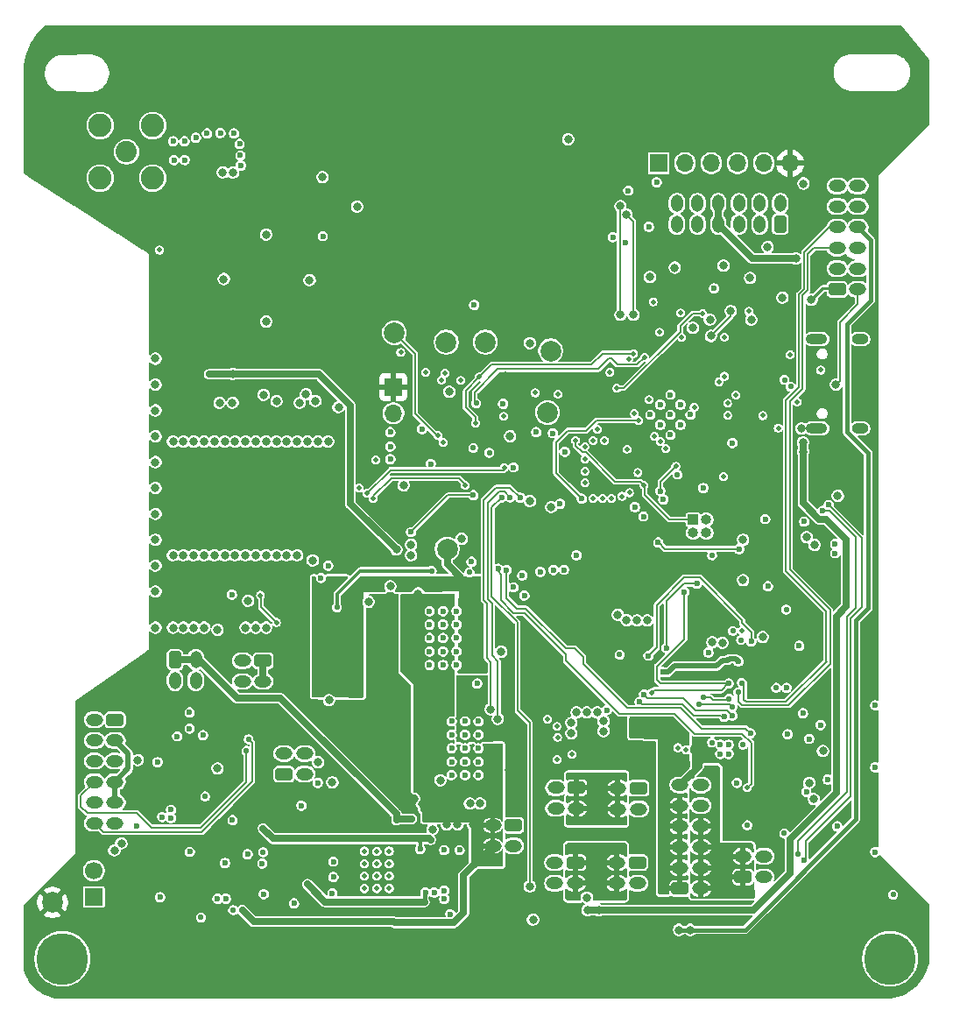
<source format=gbr>
%TF.GenerationSoftware,KiCad,Pcbnew,9.0.0*%
%TF.CreationDate,2025-08-26T23:06:38-07:00*%
%TF.ProjectId,FC_v5d,46435f76-3564-42e6-9b69-6361645f7063,rev?*%
%TF.SameCoordinates,Original*%
%TF.FileFunction,Copper,L3,Inr*%
%TF.FilePolarity,Positive*%
%FSLAX46Y46*%
G04 Gerber Fmt 4.6, Leading zero omitted, Abs format (unit mm)*
G04 Created by KiCad (PCBNEW 9.0.0) date 2025-08-26 23:06:38*
%MOMM*%
%LPD*%
G01*
G04 APERTURE LIST*
G04 Aperture macros list*
%AMRoundRect*
0 Rectangle with rounded corners*
0 $1 Rounding radius*
0 $2 $3 $4 $5 $6 $7 $8 $9 X,Y pos of 4 corners*
0 Add a 4 corners polygon primitive as box body*
4,1,4,$2,$3,$4,$5,$6,$7,$8,$9,$2,$3,0*
0 Add four circle primitives for the rounded corners*
1,1,$1+$1,$2,$3*
1,1,$1+$1,$4,$5*
1,1,$1+$1,$6,$7*
1,1,$1+$1,$8,$9*
0 Add four rect primitives between the rounded corners*
20,1,$1+$1,$2,$3,$4,$5,0*
20,1,$1+$1,$4,$5,$6,$7,0*
20,1,$1+$1,$6,$7,$8,$9,0*
20,1,$1+$1,$8,$9,$2,$3,0*%
G04 Aperture macros list end*
%TA.AperFunction,ComponentPad*%
%ADD10RoundRect,0.250000X-0.350000X-0.575000X0.350000X-0.575000X0.350000X0.575000X-0.350000X0.575000X0*%
%TD*%
%TA.AperFunction,ComponentPad*%
%ADD11O,1.200000X1.650000*%
%TD*%
%TA.AperFunction,ComponentPad*%
%ADD12C,2.050000*%
%TD*%
%TA.AperFunction,ComponentPad*%
%ADD13C,2.250000*%
%TD*%
%TA.AperFunction,ComponentPad*%
%ADD14C,2.000000*%
%TD*%
%TA.AperFunction,ComponentPad*%
%ADD15C,5.000000*%
%TD*%
%TA.AperFunction,ComponentPad*%
%ADD16RoundRect,0.250000X-0.575000X0.350000X-0.575000X-0.350000X0.575000X-0.350000X0.575000X0.350000X0*%
%TD*%
%TA.AperFunction,ComponentPad*%
%ADD17O,1.650000X1.200000*%
%TD*%
%TA.AperFunction,ComponentPad*%
%ADD18RoundRect,0.250000X0.575000X-0.350000X0.575000X0.350000X-0.575000X0.350000X-0.575000X-0.350000X0*%
%TD*%
%TA.AperFunction,ComponentPad*%
%ADD19C,0.600000*%
%TD*%
%TA.AperFunction,ComponentPad*%
%ADD20R,1.700000X1.700000*%
%TD*%
%TA.AperFunction,ComponentPad*%
%ADD21C,1.700000*%
%TD*%
%TA.AperFunction,ComponentPad*%
%ADD22R,1.000000X1.000000*%
%TD*%
%TA.AperFunction,ComponentPad*%
%ADD23O,1.000000X1.000000*%
%TD*%
%TA.AperFunction,ComponentPad*%
%ADD24RoundRect,0.250000X0.350000X0.575000X-0.350000X0.575000X-0.350000X-0.575000X0.350000X-0.575000X0*%
%TD*%
%TA.AperFunction,ComponentPad*%
%ADD25O,1.700000X1.700000*%
%TD*%
%TA.AperFunction,ComponentPad*%
%ADD26C,0.500000*%
%TD*%
%TA.AperFunction,ComponentPad*%
%ADD27O,1.600000X1.000000*%
%TD*%
%TA.AperFunction,ComponentPad*%
%ADD28O,2.100000X1.000000*%
%TD*%
%TA.AperFunction,ViaPad*%
%ADD29C,0.560000*%
%TD*%
%TA.AperFunction,ViaPad*%
%ADD30C,0.800000*%
%TD*%
%TA.AperFunction,ViaPad*%
%ADD31C,0.600000*%
%TD*%
%TA.AperFunction,ViaPad*%
%ADD32C,0.460000*%
%TD*%
%TA.AperFunction,Conductor*%
%ADD33C,0.152400*%
%TD*%
%TA.AperFunction,Conductor*%
%ADD34C,0.250000*%
%TD*%
%TA.AperFunction,Conductor*%
%ADD35C,0.127000*%
%TD*%
%TA.AperFunction,Conductor*%
%ADD36C,0.635000*%
%TD*%
%TA.AperFunction,Conductor*%
%ADD37C,0.300000*%
%TD*%
%TA.AperFunction,Conductor*%
%ADD38C,0.500000*%
%TD*%
%TA.AperFunction,Conductor*%
%ADD39C,0.400000*%
%TD*%
%TA.AperFunction,Conductor*%
%ADD40C,0.200000*%
%TD*%
%TA.AperFunction,Conductor*%
%ADD41C,0.342392*%
%TD*%
G04 APERTURE END LIST*
D10*
%TO.N,Heater Output*%
%TO.C,J21*%
X158200000Y-109100000D03*
D11*
%TO.N,GND*%
X158200000Y-111100001D03*
%TO.N,Heater Output*%
X160200001Y-109100000D03*
%TO.N,GND*%
X160200000Y-111100000D03*
%TD*%
D12*
%TO.N,/RF1_ANT*%
%TO.C,J6*%
X153500000Y-60000000D03*
D13*
%TO.N,GND*%
X150960000Y-57460000D03*
X150960000Y-62540000D03*
X156040000Y-57460000D03*
X156040000Y-62540000D03*
%TD*%
D14*
%TO.N,Net-(IC3-EVI)*%
%TO.C,TP6*%
X179400000Y-77500000D03*
%TD*%
D15*
%TO.N,N/C*%
%TO.C,H2*%
X227300000Y-138000000D03*
%TD*%
D16*
%TO.N,/Power Systems/IN_RBF*%
%TO.C,J20*%
X190900000Y-125100000D03*
D17*
%TO.N,VBUSP*%
X188899999Y-125100000D03*
%TO.N,/Power Systems/IN_RBF*%
X190900000Y-127100001D03*
%TO.N,VBUSP*%
X188900000Y-127100000D03*
%TD*%
D15*
%TO.N,N/C*%
%TO.C,H1*%
X147300000Y-138000000D03*
%TD*%
D16*
%TO.N,/Power Systems/V_SYS*%
%TO.C,J7*%
X203000000Y-121525001D03*
D17*
%TO.N,/Power Systems/INHIB_2*%
X200999999Y-121525001D03*
%TO.N,/Power Systems/V_SYS*%
X203000000Y-123525002D03*
%TO.N,/Power Systems/INHIB_2*%
X201000000Y-123525001D03*
%TD*%
D16*
%TO.N,VSOLAR*%
%TO.C,J17*%
X152400000Y-114899999D03*
D17*
%TO.N,F4_SDA*%
X150399999Y-114899999D03*
%TO.N,VSOLAR*%
X152400000Y-116900000D03*
%TO.N,F4_PWR*%
X150400000Y-116899999D03*
%TO.N,GND*%
X152400000Y-118899999D03*
%TO.N,F4_SCL*%
X150400000Y-118900000D03*
%TO.N,VSOLAR*%
X152400000Y-120899999D03*
%TO.N,F5_SDA*%
X150400000Y-120899999D03*
%TO.N,VSOLAR*%
X152400000Y-122899999D03*
%TO.N,F5_PWR*%
X150400000Y-122899999D03*
%TO.N,GND*%
X152400000Y-124899999D03*
%TO.N,F5_SCL*%
X150400000Y-124899999D03*
%TD*%
D14*
%TO.N,+5V*%
%TO.C,TP5*%
X184500000Y-98400000D03*
%TD*%
D16*
%TO.N,/Power Systems/INHIB_2*%
%TO.C,J10*%
X197000000Y-121475001D03*
D17*
%TO.N,/Power Systems/IN_RBF*%
X194999999Y-121475001D03*
%TO.N,/Power Systems/INHIB_2*%
X197000000Y-123475002D03*
%TO.N,/Power Systems/IN_RBF*%
X195000000Y-123475001D03*
%TD*%
D18*
%TO.N,/Power Systems/B-*%
%TO.C,J19*%
X213100000Y-130100001D03*
D17*
%TO.N,GND*%
X215100001Y-130100001D03*
%TO.N,/Power Systems/B-*%
X213100000Y-128100000D03*
%TO.N,GND*%
X215100000Y-128100001D03*
%TD*%
D16*
%TO.N,/Power Systems/V_SYS*%
%TO.C,J8*%
X202900000Y-128700000D03*
D17*
%TO.N,/Power Systems/INHIB_1*%
X200899999Y-128700000D03*
%TO.N,/Power Systems/V_SYS*%
X202900000Y-130700001D03*
%TO.N,/Power Systems/INHIB_1*%
X200900000Y-130700000D03*
%TD*%
D14*
%TO.N,FC_RESET*%
%TO.C,TP2*%
X194200000Y-85200000D03*
%TD*%
%TO.N,RF1_IO0*%
%TO.C,TP8*%
X188200000Y-78400000D03*
%TD*%
%TO.N,3.3V*%
%TO.C,TP3*%
X146350000Y-132550000D03*
%TD*%
D19*
%TO.N,GND*%
%TO.C,U18*%
X206080680Y-83474776D03*
X205108408Y-84447048D03*
X204136136Y-85419320D03*
X207052952Y-84447048D03*
X206080680Y-85419320D03*
X205108408Y-86391592D03*
X208025224Y-85419320D03*
X207052952Y-86391592D03*
X206080680Y-87363864D03*
%TD*%
D16*
%TO.N,/Power Systems/INHIB_1*%
%TO.C,J29*%
X196900000Y-128700001D03*
D17*
%TO.N,/Power Systems/IN_RBF*%
X194899999Y-128700001D03*
%TO.N,/Power Systems/INHIB_1*%
X196900000Y-130700002D03*
%TO.N,/Power Systems/IN_RBF*%
X194900000Y-130700001D03*
%TD*%
D18*
%TO.N,DEPLOY1_AUX*%
%TO.C,J23*%
X168725000Y-120150000D03*
D17*
%TO.N,GND*%
X170725001Y-120150000D03*
%TO.N,DEPLOY1_AUX*%
X168725000Y-118149999D03*
%TO.N,GND*%
X170725000Y-118150000D03*
%TD*%
D20*
%TO.N,WDT_DISABLE*%
%TO.C,J4*%
X150350000Y-132025000D03*
D21*
%TO.N,GND*%
X150350000Y-129485000D03*
%TD*%
D14*
%TO.N,RF1_IO4*%
%TO.C,TP7*%
X184400000Y-78400000D03*
%TD*%
D22*
%TO.N,FC_RESET*%
%TO.C,J22*%
X208275000Y-95550000D03*
D23*
%TO.N,SWCLK*%
X209545000Y-95550000D03*
%TO.N,GND*%
X208275000Y-96820000D03*
%TO.N,SWDIO*%
X209545000Y-96820000D03*
%TD*%
D14*
%TO.N,USBBOOT*%
%TO.C,TP1*%
X194500000Y-79250000D03*
%TD*%
D16*
%TO.N,DEPLOY2*%
%TO.C,J24*%
X166700000Y-109200000D03*
D17*
%TO.N,GND*%
X164699999Y-109200000D03*
%TO.N,DEPLOY2*%
X166700000Y-111200001D03*
%TO.N,GND*%
X164700000Y-111200000D03*
%TD*%
D18*
%TO.N,USBBOOT*%
%TO.C,J16*%
X222200001Y-73300000D03*
D17*
%TO.N,FC_RESET*%
X224200001Y-73300000D03*
%TO.N,USB_D+*%
X222200001Y-71300000D03*
%TO.N,USB_D-*%
X224200001Y-71300000D03*
%TO.N,SDA_Top*%
X222200001Y-69300000D03*
%TO.N,3.3V*%
X224200001Y-69300000D03*
%TO.N,SCL_Top*%
X222200001Y-67300000D03*
%TO.N,Dir_Chrg_In*%
X224200001Y-67300000D03*
%TO.N,WDT_DISABLE*%
X222200001Y-65300000D03*
%TO.N,DEPLOY1*%
X224200001Y-65300000D03*
%TO.N,GND*%
X222200001Y-63300000D03*
X224200001Y-63300000D03*
%TD*%
D18*
%TO.N,Dir_Chrg_In*%
%TO.C,J14*%
X206999999Y-131200000D03*
D17*
%TO.N,/Power Systems/B-*%
X209000000Y-131200000D03*
%TO.N,Dir_Chrg_In*%
X206999999Y-129199999D03*
%TO.N,/Power Systems/B-*%
X208999999Y-129200000D03*
%TO.N,Dir_Chrg_In*%
X206999999Y-127200000D03*
%TO.N,/Power Systems/B-*%
X208999999Y-127199999D03*
%TO.N,Dir_Chrg_In*%
X206999999Y-125200000D03*
%TO.N,/Power Systems/B-*%
X208999999Y-125200000D03*
%TO.N,Dir_Chrg_In*%
X206999999Y-123200000D03*
%TO.N,BATT_SDA*%
X208999999Y-123200000D03*
%TO.N,3.3V*%
X206999999Y-121200000D03*
%TO.N,BATT_SCL*%
X208999999Y-121200000D03*
%TD*%
D24*
%TO.N,PAYLOAD_PWR*%
%TO.C,J18*%
X216700000Y-67000000D03*
D11*
X216700000Y-65000000D03*
%TO.N,GND*%
X214700000Y-67000000D03*
X214700000Y-65000000D03*
%TO.N,TX0*%
X212700000Y-67000000D03*
%TO.N,RX0*%
X212700000Y-65000000D03*
%TO.N,PAYLOAD_BATT*%
X210700000Y-67000000D03*
X210700000Y-65000000D03*
%TO.N,TX1*%
X208700000Y-67000000D03*
%TO.N,RX1*%
X208700000Y-65000000D03*
%TO.N,GND*%
X206700000Y-67000000D03*
X206700000Y-65000000D03*
%TD*%
D20*
%TO.N,GND*%
%TO.C,J3*%
X204950000Y-61100000D03*
D25*
%TO.N,SCL1*%
X207490000Y-61100000D03*
%TO.N,SDA1*%
X210029999Y-61100000D03*
%TO.N,RX0*%
X212570000Y-61100000D03*
%TO.N,TX0*%
X215110000Y-61100000D03*
%TO.N,3.3V*%
X217650000Y-61100000D03*
%TD*%
D20*
%TO.N,3.3V*%
%TO.C,J1*%
X179300000Y-82725000D03*
D25*
%TO.N,Net-(D5-A)*%
X179300000Y-85265000D03*
%TD*%
D19*
%TO.N,GND*%
%TO.C,U13*%
X185400000Y-109600000D03*
X185400000Y-108300000D03*
X185400000Y-107000000D03*
X185400000Y-105700000D03*
X185400000Y-104400000D03*
X184100000Y-109600000D03*
X184100000Y-108300000D03*
X184100000Y-107000000D03*
X184100000Y-105700000D03*
X184100000Y-104400000D03*
X182800000Y-109600000D03*
X182800000Y-108300000D03*
X182800000Y-107000000D03*
X182800000Y-105700000D03*
X182800000Y-104400000D03*
%TD*%
D26*
%TO.N,GND*%
%TO.C,U6*%
X176500000Y-131200000D03*
X177700000Y-131200000D03*
X178900000Y-131200000D03*
X176500000Y-130000000D03*
X177700000Y-130000000D03*
X178900000Y-130000000D03*
X176500000Y-128800000D03*
X177700000Y-128800000D03*
X178900000Y-128800000D03*
X177700000Y-127620000D03*
X176500000Y-127600000D03*
X178900000Y-127600000D03*
%TD*%
D19*
%TO.N,GND*%
%TO.C,U10*%
X187531250Y-120250000D03*
X187531250Y-118950000D03*
X187531250Y-117650000D03*
X187531250Y-116350000D03*
X187531250Y-115050000D03*
X186231250Y-120250000D03*
X186231250Y-118950000D03*
X186231250Y-117650000D03*
X186231250Y-116350000D03*
X186231250Y-115050000D03*
X184931250Y-120250000D03*
X184931250Y-118950000D03*
X184931250Y-117650000D03*
X184931250Y-116350000D03*
X184931250Y-115050000D03*
%TD*%
D27*
%TO.N,GND*%
%TO.C,J12*%
X224400000Y-78100000D03*
D28*
X220220000Y-78100000D03*
D27*
X224400000Y-86740000D03*
D28*
X220220000Y-86740000D03*
%TD*%
D29*
%TO.N,3.3V*%
X220580000Y-105310278D03*
%TO.N,SDA_Top*%
X212625070Y-112250000D03*
%TO.N,SCL_Top*%
X212975014Y-111342500D03*
%TO.N,3.3V*%
X213750000Y-112000000D03*
D30*
X218500000Y-68250000D03*
%TO.N,FC_RESET*%
X222082500Y-82500000D03*
%TO.N,SDA1*%
X201841014Y-66082053D03*
%TO.N,SCL1*%
X201250000Y-65250000D03*
%TO.N,SDA1*%
X202500000Y-75750000D03*
%TO.N,SCL1*%
X201250000Y-75750000D03*
%TO.N,GND*%
X158000000Y-106000000D03*
D29*
X213094998Y-117300000D03*
D30*
X158000000Y-99000000D03*
D31*
X222000000Y-98800000D03*
D30*
X176900000Y-103500000D03*
D31*
X210289589Y-73203238D03*
D32*
X215000000Y-85505000D03*
D29*
X227600000Y-131800000D03*
D32*
X216500000Y-86700000D03*
D31*
X159110000Y-58990000D03*
D30*
X196200000Y-58800000D03*
D32*
X197800000Y-89700000D03*
D30*
X162000000Y-99000000D03*
X168000000Y-99000000D03*
X216900000Y-74100000D03*
D29*
X210100000Y-117100000D03*
D30*
X167000000Y-88000000D03*
D32*
X200400000Y-93500000D03*
D30*
X213775001Y-72200001D03*
D32*
X199500000Y-93500000D03*
X195169998Y-116600000D03*
D31*
X156750000Y-132050000D03*
D32*
X217660190Y-79598854D03*
D31*
X164430000Y-59240000D03*
D32*
X198600000Y-87900000D03*
D29*
X216300000Y-111800000D03*
D32*
X193000000Y-83300000D03*
D30*
X156300000Y-100000000D03*
D31*
X195875000Y-89000000D03*
D30*
X170000000Y-99000000D03*
X181000000Y-98000000D03*
D31*
X193100000Y-87100000D03*
X187400000Y-111400000D03*
X173000000Y-100000000D03*
D29*
X213500000Y-125100000D03*
D31*
X169700000Y-132650000D03*
D30*
X156300000Y-87500000D03*
D32*
X205012847Y-77445033D03*
X202125000Y-92950000D03*
D31*
X158100000Y-60800000D03*
D32*
X212400000Y-83500000D03*
D31*
X204753058Y-62953058D03*
D30*
X218750000Y-86750000D03*
X156300000Y-90000000D03*
D31*
X218892933Y-114281970D03*
D30*
X219940393Y-122569657D03*
D31*
X172300000Y-101200000D03*
D30*
X213100000Y-97500000D03*
X162300000Y-119600000D03*
D32*
X211300000Y-77900000D03*
X197800000Y-92000000D03*
D30*
X218928146Y-63071852D03*
D31*
X193500000Y-100600000D03*
X163700000Y-102800000D03*
X172477500Y-68150000D03*
D32*
X211600000Y-85474739D03*
D30*
X160000000Y-99000000D03*
X167000000Y-76400000D03*
X161000000Y-88000000D03*
D31*
X212500000Y-121000000D03*
D30*
X162800000Y-62000000D03*
D32*
X201400000Y-93300000D03*
X198600000Y-93500000D03*
D31*
X199944802Y-113955198D03*
X156500000Y-119000000D03*
X164550000Y-61340000D03*
X203465669Y-95249201D03*
X156950000Y-124300000D03*
X184800000Y-133700000D03*
D30*
X162300000Y-106200000D03*
D31*
X182071558Y-86802713D03*
X158020000Y-58980000D03*
X225870000Y-119500000D03*
D30*
X179000000Y-102000000D03*
D32*
X202039699Y-80060301D03*
X197800000Y-90900000D03*
X156700000Y-69500000D03*
D30*
X183850000Y-120748959D03*
X192794358Y-134217500D03*
D31*
X209751706Y-108402631D03*
D30*
X183075000Y-125500000D03*
X165000000Y-106000000D03*
X164000000Y-99000000D03*
D29*
X210100000Y-99000000D03*
D31*
X164510000Y-60360000D03*
X222000000Y-97900000D03*
D30*
X175800000Y-65300000D03*
D31*
X215250000Y-95500000D03*
D29*
X206756500Y-91200000D03*
D30*
X169000000Y-99000000D03*
X170000000Y-88000000D03*
D32*
X189950000Y-85580000D03*
X195200000Y-83400000D03*
X200235675Y-81306200D03*
D30*
X213100000Y-101400000D03*
D31*
X202000000Y-63750000D03*
D30*
X161000000Y-106000000D03*
D32*
X194206250Y-114850000D03*
D30*
X169000000Y-88000000D03*
X172450000Y-62450000D03*
X173400000Y-120950000D03*
X215000000Y-106900000D03*
D31*
X225870000Y-127687314D03*
D32*
X182400000Y-81306200D03*
D30*
X163000000Y-99000000D03*
D31*
X179000000Y-88500000D03*
D30*
X166000000Y-99000000D03*
D32*
X211200000Y-91400000D03*
D30*
X156300000Y-82500000D03*
D32*
X196565421Y-118253866D03*
D30*
X163750000Y-84250000D03*
D31*
X185700000Y-127500000D03*
D32*
X185800000Y-82100000D03*
D30*
X184700000Y-83200000D03*
X154599000Y-118800000D03*
X156300000Y-80000000D03*
X208235687Y-77008020D03*
X215475001Y-69200001D03*
D32*
X212954998Y-106300000D03*
D30*
X190575000Y-87500000D03*
D32*
X201875601Y-88737962D03*
D30*
X160000000Y-106000000D03*
D32*
X195130543Y-118750707D03*
D30*
X171500000Y-99500000D03*
D31*
X166625000Y-128800000D03*
X189900000Y-84363500D03*
D30*
X160000000Y-88000000D03*
X156300000Y-92500000D03*
X156300000Y-106000000D03*
X211200000Y-71000000D03*
X159000000Y-88000000D03*
X165000000Y-88000000D03*
D31*
X162580000Y-58200000D03*
D30*
X162000000Y-88000000D03*
D31*
X201750000Y-68750000D03*
D32*
X211600000Y-84300000D03*
X199000000Y-86800000D03*
D30*
X164000000Y-88000000D03*
X166000000Y-88000000D03*
X166000000Y-106000000D03*
D31*
X154500000Y-125200000D03*
D30*
X198000000Y-132100000D03*
D32*
X199700000Y-87900000D03*
X195089667Y-115541583D03*
D31*
X163750000Y-124600000D03*
X161280000Y-58230000D03*
D30*
X162900000Y-72300000D03*
D31*
X225870000Y-113500000D03*
X184200000Y-127500000D03*
D30*
X168000000Y-88000000D03*
D31*
X163890000Y-58230000D03*
X222200000Y-125200000D03*
D30*
X167000000Y-68000000D03*
D31*
X158400000Y-116500000D03*
D30*
X159000000Y-99000000D03*
X167000000Y-106000000D03*
D31*
X197000000Y-99000000D03*
X200500000Y-68250000D03*
X170400000Y-123200000D03*
D30*
X165000000Y-99000000D03*
X173000000Y-88000000D03*
X172000000Y-88000000D03*
X156300000Y-97500000D03*
D31*
X179000000Y-87100000D03*
D30*
X189717622Y-108329765D03*
X156300000Y-102500000D03*
D32*
X202931456Y-91006456D03*
D30*
X156300000Y-85000000D03*
X170250000Y-84250000D03*
D31*
X159130000Y-60800000D03*
D30*
X171000000Y-88000000D03*
D31*
X160210000Y-58640000D03*
D32*
X202600000Y-85300000D03*
D31*
X179000000Y-89700000D03*
D30*
X163000000Y-88000000D03*
D29*
X217090044Y-125882120D03*
D30*
X156300000Y-95000000D03*
X163800000Y-62000000D03*
D32*
X207600000Y-117800000D03*
D30*
X219500000Y-121000000D03*
X159000000Y-106000000D03*
D31*
X160900000Y-116400000D03*
D30*
X161000000Y-99000000D03*
D29*
X161100000Y-122300000D03*
D30*
X185900000Y-97400000D03*
D31*
X217300000Y-111815000D03*
D30*
X167000000Y-99000000D03*
D32*
X197800000Y-88500000D03*
D30*
X158000000Y-88000000D03*
X222250000Y-93250000D03*
D31*
X194700000Y-87200000D03*
D30*
X181000000Y-99000000D03*
X171200000Y-72400000D03*
%TO.N,3.3V*%
X176790646Y-83584354D03*
D32*
X214800000Y-82700000D03*
D30*
X221750000Y-101500000D03*
X177850000Y-125425000D03*
D31*
X180379958Y-88620042D03*
D32*
X203523439Y-86537789D03*
D30*
X172750000Y-86500000D03*
D32*
X210000000Y-80300000D03*
X195900000Y-87900000D03*
X210400000Y-108900000D03*
D31*
X204783096Y-96790184D03*
D30*
X181300000Y-122525000D03*
X195900000Y-75200000D03*
D32*
X205600000Y-80300000D03*
X190503847Y-89776153D03*
D30*
X220700000Y-70400000D03*
X176038729Y-123486271D03*
D31*
X209500000Y-85500000D03*
D30*
X161800000Y-118100000D03*
X214400000Y-109125000D03*
D31*
X205536639Y-96036639D03*
D29*
X227500000Y-130300000D03*
D31*
X209300000Y-117300000D03*
D30*
X190476868Y-119782232D03*
D32*
X183996906Y-85899708D03*
D30*
X177175000Y-106650000D03*
X214500000Y-96300000D03*
D32*
X207699377Y-83213226D03*
X222457938Y-124057938D03*
D30*
X212000000Y-99200000D03*
D31*
X213200000Y-86835000D03*
D29*
X165700000Y-121600000D03*
X212585000Y-103515000D03*
D30*
X190100000Y-81676200D03*
D32*
X185790406Y-82998319D03*
D30*
X179050000Y-125425000D03*
X194100000Y-83400000D03*
X181275000Y-123550000D03*
X209525000Y-72497633D03*
D29*
X155500000Y-119200000D03*
D32*
X187484350Y-89999341D03*
D30*
X200816637Y-76900000D03*
X197501000Y-101150000D03*
X217500000Y-72500000D03*
D32*
X196700000Y-119100000D03*
D30*
X212798167Y-119850496D03*
X194300000Y-74000000D03*
D32*
X205622357Y-90661768D03*
X191700000Y-89400000D03*
D31*
X210042612Y-89601104D03*
X192825001Y-100163392D03*
D32*
X215400000Y-124700000D03*
D31*
X202215196Y-109919695D03*
D32*
X203300000Y-84512280D03*
D29*
X218630069Y-104343071D03*
D32*
X198000000Y-86148548D03*
D29*
X163100000Y-116600000D03*
D30*
X192403146Y-114146854D03*
D31*
X212250000Y-94500000D03*
D30*
X181650000Y-78650000D03*
D31*
X156000000Y-124200000D03*
D32*
X209600000Y-73500000D03*
D29*
X203000000Y-104300000D03*
D30*
X190454329Y-114881530D03*
X213300000Y-74600000D03*
D31*
X215037340Y-116684625D03*
X213900000Y-85435000D03*
D29*
X188045000Y-86900000D03*
D30*
X175225000Y-122775000D03*
X175978146Y-82771854D03*
X175200000Y-124375000D03*
X172750000Y-85000000D03*
X193898145Y-93583412D03*
X177150000Y-107600000D03*
%TO.N,VBUS*%
X198050000Y-133300000D03*
X218900000Y-88100000D03*
X199150000Y-133300000D03*
X218900000Y-89000000D03*
%TO.N,VBUSP*%
X181700000Y-102700000D03*
X184450000Y-123875000D03*
X181900000Y-114900000D03*
X182500000Y-110500000D03*
X185500000Y-123600000D03*
D29*
X163800000Y-133300000D03*
X160700000Y-134000000D03*
D30*
X181900000Y-116000000D03*
D29*
X166700000Y-127700000D03*
X164700000Y-133300000D03*
D30*
X184450000Y-125000000D03*
X187000000Y-125000000D03*
X180700000Y-103200000D03*
X180700000Y-104100000D03*
X185500000Y-125000000D03*
X181300000Y-110400000D03*
%TO.N,TX0*%
X204100000Y-72100000D03*
%TO.N,RF_VCC*%
X163800000Y-81475000D03*
X179586954Y-98451376D03*
D32*
X161500000Y-81504000D03*
%TO.N,SDA1*%
X203555768Y-79844232D03*
D29*
X187300000Y-84300000D03*
D31*
X195791942Y-100408058D03*
D29*
X188568321Y-89102111D03*
D31*
%TO.N,SCL1*%
X194767551Y-100416081D03*
D32*
X187225000Y-86225000D03*
X187600000Y-81760000D03*
X202500000Y-79504340D03*
D29*
X187010323Y-88620291D03*
D31*
%TO.N,SDA0*%
X207398799Y-102533310D03*
X211700000Y-111400000D03*
D32*
X204260616Y-112270000D03*
D31*
%TO.N,SCL0*%
X205686369Y-107965102D03*
D32*
X206800000Y-117600000D03*
D31*
X208648799Y-101750000D03*
D30*
%TO.N,Net-(D12-K)*%
X210119620Y-107426200D03*
X211103739Y-107462333D03*
D31*
%TO.N,/Power Systems/V_SYS*%
X211700000Y-117300000D03*
X210900000Y-118200000D03*
X210900000Y-117300000D03*
X211700000Y-118200000D03*
%TO.N,F1_PWR*%
X219000000Y-95750000D03*
D32*
%TO.N,FC_RESET*%
X203531500Y-92241471D03*
X196900000Y-87900000D03*
%TO.N,SWCLK*%
X204553938Y-87494081D03*
%TO.N,SWDIO*%
X205100000Y-88000000D03*
D30*
%TO.N,WDT_WDI*%
X172000000Y-119000000D03*
X173086937Y-113000000D03*
D31*
X172000000Y-121000000D03*
%TO.N,RF1_IO4*%
X187100000Y-74800000D03*
D32*
%TO.N,RTC_INT*%
X184100000Y-88100000D03*
D31*
X209250000Y-92500000D03*
D30*
X200989950Y-104750000D03*
D31*
X212068269Y-88153399D03*
%TO.N,F2_PWR*%
X219215394Y-121853817D03*
%TO.N,F3_PWR*%
X217400000Y-116300000D03*
D29*
%TO.N,USB_D-*%
X217700000Y-82700000D03*
%TO.N,USB_D+*%
X217100000Y-82040685D03*
D32*
%TO.N,Net-(IC3-EVI)*%
X183600000Y-87430003D03*
D31*
%TO.N,Net-(U1B-+)*%
X166775000Y-131754785D03*
X165200000Y-127900000D03*
D30*
%TO.N,WDT_DISABLE*%
X153000000Y-126850000D03*
X152325000Y-127525000D03*
D31*
%TO.N,Net-(U1B--)*%
X159616920Y-127666920D03*
X163029442Y-128745558D03*
%TO.N,Net-(R31-Pad1)*%
X157800000Y-124400000D03*
X157800000Y-123600000D03*
X162300000Y-132200000D03*
X163100000Y-132200000D03*
D30*
%TO.N,USBBOOT*%
X219709427Y-74306969D03*
D32*
X204406200Y-74500000D03*
D29*
%TO.N,Dir_Chrg_In*%
X205900000Y-116600000D03*
X204900000Y-115700000D03*
X205900000Y-114900000D03*
X205000000Y-116600000D03*
D30*
X208000000Y-135211000D03*
D29*
X205900000Y-115700000D03*
D30*
X206900000Y-135211000D03*
D29*
X202400000Y-115900000D03*
X202400000Y-115000000D03*
X205000000Y-114900000D03*
D30*
%TO.N,/Power Systems/VBATT_SENSE*%
X202850000Y-105300000D03*
X198000000Y-114200000D03*
X199600000Y-115000000D03*
X196500000Y-115200000D03*
X197000000Y-114200000D03*
X196500000Y-116200000D03*
X201840903Y-105275247D03*
X199600000Y-116000000D03*
X199000000Y-114200000D03*
X203850000Y-105300000D03*
%TO.N,RF2_RX_EN*%
X174000000Y-84676200D03*
X162500000Y-84250000D03*
D32*
%TO.N,RF2_RST*%
X205650000Y-88700000D03*
D30*
X192500000Y-93750000D03*
X165250000Y-103400000D03*
X180286954Y-92230662D03*
D31*
%TO.N,RF2_IO0*%
X187032435Y-93189525D03*
D32*
X166450000Y-102870000D03*
X168000000Y-105493500D03*
D31*
X181000000Y-96763500D03*
D29*
%TO.N,~{CHARGE}*%
X201165651Y-108600000D03*
D31*
%TO.N,F0_SCL*%
X218525000Y-107750000D03*
D30*
%TO.N,F1_SDA*%
X219250000Y-97250000D03*
D29*
%TO.N,F0_SDA*%
X217265002Y-104251000D03*
D30*
%TO.N,F1_SCL*%
X220000000Y-98000000D03*
D31*
%TO.N,F2_SDA*%
X221287800Y-120680331D03*
%TO.N,F3_SCL*%
X219500000Y-116750000D03*
%TO.N,F3_SDA*%
X220594669Y-115405331D03*
D30*
%TO.N,F2_SCL*%
X220825000Y-117925000D03*
D31*
%TO.N,~{MUX_RESET}*%
X215500000Y-102000000D03*
%TO.N,F4_SCL*%
X212064775Y-114488217D03*
X203531195Y-112448283D03*
%TO.N,F4_SDA*%
X211277689Y-114631394D03*
X203100000Y-113159949D03*
%TO.N,VSOLAR*%
X211731000Y-109053150D03*
X205379783Y-110289225D03*
X212650000Y-109250000D03*
D32*
%TO.N,Net-(J12-CC1)*%
X220600000Y-81100000D03*
%TO.N,Net-(J12-CC2)*%
X218330202Y-84170000D03*
%TO.N,SPI1_CS0*%
X180013282Y-79400000D03*
X204019899Y-83968041D03*
D30*
%TO.N,SPI1_MOSI*%
X171750000Y-84089700D03*
D31*
X205100000Y-92800000D03*
D32*
X206600000Y-90400000D03*
D30*
X168000000Y-84089700D03*
%TO.N,SPI1_SCK*%
X170854812Y-83426200D03*
X166750000Y-83500000D03*
D31*
X202650000Y-94350000D03*
D30*
%TO.N,SPI1_MISO*%
X194556067Y-94336501D03*
D31*
%TO.N,SPI1_CS1*%
X197504957Y-93536500D03*
D32*
X203000000Y-85975000D03*
D31*
%TO.N,FACE0_ENABLE*%
X203959106Y-108711953D03*
X191954834Y-102885060D03*
X213893112Y-107334780D03*
X190900000Y-102100000D03*
%TO.N,FACE1_ENABLE*%
X204900000Y-97766200D03*
X212725000Y-98400000D03*
%TO.N,FACE2_ENABLE*%
X189432989Y-100312209D03*
D32*
X213493213Y-121478398D03*
D31*
%TO.N,FACE4_ENABLE*%
X159600000Y-114200000D03*
X186850000Y-99625000D03*
X159600000Y-115750000D03*
%TO.N,FACE3_ENABLE*%
X190225000Y-100425000D03*
X213800000Y-116200000D03*
D30*
%TO.N,PAYLOAD_PWR_ENABLE*%
X192494444Y-78494444D03*
D31*
%TO.N,Heater Output*%
X179600000Y-124600002D03*
X181100000Y-124500000D03*
%TO.N,PAYLOAD_PWR*%
X204000000Y-67250000D03*
%TO.N,~{GPIO_EXPANDER_RESET}*%
X195400000Y-94023800D03*
X205400000Y-93600000D03*
%TO.N,/Power Systems/Load Switches/Deploy1_EN*%
X221376200Y-94134887D03*
X173400000Y-131682500D03*
X219016956Y-128493094D03*
%TO.N,READONLY*%
X191768985Y-100947270D03*
X182925000Y-90181000D03*
D32*
%TO.N,+1V1*%
X210750000Y-82250000D03*
X208373478Y-84699843D03*
X211300000Y-81700000D03*
D30*
%TO.N,/RP2350AHHHHHHHHH/FLASH_SS*%
X206500000Y-71200000D03*
%TO.N,/RP2350AHHHHHHHHH/QSPI_SD3*%
X210000000Y-77800000D03*
X211900000Y-75400000D03*
D32*
%TO.N,/RP2350AHHHHHHHHH/QSPI_SD1*%
X207171381Y-77947800D03*
%TO.N,/RP2350AHHHHHHHHH/QSPI_SCLK*%
X213678938Y-75423777D03*
%TO.N,/RP2350AHHHHHHHHH/QSPI_SD2*%
X207073609Y-75592087D03*
D30*
%TO.N,/RP2350AHHHHHHHHH/QSPI_SD0*%
X209900000Y-76223800D03*
X213900000Y-76223800D03*
D32*
%TO.N,RF2_IO1*%
X177340324Y-93500000D03*
X186224767Y-92224767D03*
%TO.N,RF2_IO2*%
X190001439Y-90519999D03*
X176750000Y-93000000D03*
%TO.N,RF2_IO3*%
X176000000Y-92500000D03*
X177600000Y-89784124D03*
D31*
%TO.N,Net-(U25-LATCH)*%
X184200000Y-131400000D03*
%TO.N,Net-(U25-SNS)*%
X184200000Y-132200000D03*
%TO.N,PAYLOAD_BATT_ENABLE*%
X189783285Y-93400166D03*
D30*
X192482500Y-131000000D03*
D31*
%TO.N,FIRE_DEPLOY1_A*%
X220800000Y-94700000D03*
D29*
X218415957Y-127900000D03*
D31*
X183250000Y-131600000D03*
%TO.N,FIRE_DEPLOY2_B*%
X190900000Y-90503924D03*
D30*
%TO.N,ENABLE_Heater*%
X188700000Y-113876200D03*
D31*
X173490397Y-128602722D03*
X191562475Y-93441925D03*
%TO.N,DEPLOY2*%
X181900000Y-126500000D03*
X182900000Y-126500000D03*
X181900000Y-127400000D03*
X166700000Y-125400000D03*
%TO.N,DEPLOY1_AUX*%
X182300000Y-132500000D03*
X171000000Y-130800000D03*
X182400000Y-131600000D03*
X171600000Y-131400000D03*
D30*
%TO.N,PAYLOAD_BATT*%
X218200000Y-70300000D03*
D31*
%TO.N,/Power Systems/Load Switches/Deploy2_EN*%
X190583248Y-93392237D03*
X173500000Y-130100000D03*
D30*
X189393855Y-114810632D03*
D31*
%TO.N,+5V*%
X186554337Y-104045663D03*
D30*
X173525000Y-107175000D03*
X172375000Y-112050000D03*
X175150000Y-109625000D03*
X173475000Y-112075000D03*
X172325000Y-107075000D03*
X174625000Y-107100000D03*
D31*
X187500000Y-104450000D03*
D30*
X175150000Y-108325000D03*
D32*
%TO.N,Net-(BT1-+-Pad1)*%
X183956736Y-82054699D03*
X184300000Y-81400000D03*
D30*
%TO.N,~{3v3_RESET}*%
X186700000Y-123000000D03*
X187674999Y-123000000D03*
D29*
%TO.N,F5_SDA*%
X208828898Y-113420000D03*
X165100000Y-117900000D03*
X212052299Y-113655496D03*
%TO.N,F5_SCL*%
X209250000Y-112731000D03*
X211750000Y-112863800D03*
X165302527Y-116776406D03*
%TO.N,FACE5_ENABLE*%
X186647622Y-100647622D03*
X183000000Y-100500000D03*
X173844313Y-104024313D03*
D32*
%TO.N,/RP2350AHHHHHHHHH/PSRAM_CS*%
X200907938Y-82847200D03*
X209198242Y-75636547D03*
D29*
%TO.N,Net-(U12A-SCL)*%
X212121086Y-106307794D03*
%TO.N,Net-(U12A-SDA)*%
X212900000Y-107200000D03*
%TD*%
D33*
%TO.N,SCL_Top*%
X212975014Y-111342500D02*
X213052906Y-111342500D01*
X213052906Y-111342500D02*
X213192800Y-111482394D01*
X213192800Y-112942800D02*
X213396600Y-113146600D01*
X221157200Y-109239400D02*
X221146600Y-109228800D01*
X213396600Y-113146600D02*
X217250000Y-113146600D01*
X213192800Y-111482394D02*
X213192800Y-112942800D01*
X217250000Y-113146600D02*
X221157200Y-109239400D01*
X221146600Y-109228800D02*
X221146600Y-104396384D01*
X221146600Y-104396384D02*
X217250000Y-100499784D01*
X217250000Y-100499784D02*
X217250000Y-100499783D01*
X217250000Y-84000000D02*
X218500000Y-82750000D01*
X217250000Y-100499783D02*
X217250000Y-100207016D01*
X217250000Y-100207016D02*
X217250000Y-84292984D01*
X217250000Y-84292984D02*
X217250000Y-84000216D01*
X218500000Y-82750000D02*
X218500000Y-74042984D01*
X219000000Y-69750000D02*
X221450000Y-67300000D01*
X217250000Y-84000216D02*
X217250000Y-84000000D01*
X218500000Y-74042984D02*
X218500000Y-73750216D01*
X218500000Y-73750216D02*
X218500000Y-73750000D01*
X219000000Y-70042984D02*
X219000000Y-69750216D01*
X218500000Y-73750000D02*
X219000000Y-73250000D01*
X219000000Y-73250000D02*
X219000000Y-70042984D01*
X219000000Y-69750216D02*
X219000000Y-69750000D01*
X221450000Y-67300000D02*
X222200001Y-67300000D01*
%TO.N,SDA_Top*%
X213000000Y-113500000D02*
X217500000Y-113500000D01*
X221500000Y-104250000D02*
X217603400Y-100353400D01*
X212625070Y-112250000D02*
X212625070Y-113125070D01*
X217603400Y-84146600D02*
X218853400Y-82896600D01*
X217500000Y-113500000D02*
X221510600Y-109489400D01*
X212625070Y-113125070D02*
X213000000Y-113500000D01*
X221510600Y-109489400D02*
X221510600Y-105147800D01*
X221510600Y-105147800D02*
X221500000Y-105137200D01*
X219353400Y-69896600D02*
X219950000Y-69300000D01*
X221500000Y-105137200D02*
X221500000Y-104250000D01*
X217603400Y-100353400D02*
X217603400Y-84146600D01*
X218853400Y-73896600D02*
X219353400Y-73396600D01*
X218853400Y-82896600D02*
X218853400Y-73896600D01*
X219353400Y-73396600D02*
X219353400Y-69896600D01*
X219950000Y-69300000D02*
X222200001Y-69300000D01*
%TO.N,F5_SCL*%
X210188298Y-113020627D02*
X209898671Y-112731000D01*
X211750000Y-112863800D02*
X211593173Y-113020627D01*
X209898671Y-112731000D02*
X209250000Y-112731000D01*
X211593173Y-113020627D02*
X210188298Y-113020627D01*
%TO.N,F5_SDA*%
X211816803Y-113420000D02*
X208828898Y-113420000D01*
X212052299Y-113655496D02*
X211816803Y-113420000D01*
D34*
%TO.N,USBBOOT*%
X219709427Y-74306969D02*
X220816396Y-73200000D01*
X220816396Y-73200000D02*
X222100001Y-73200000D01*
D33*
%TO.N,FC_RESET*%
X222450000Y-82132500D02*
X222082500Y-82500000D01*
X222450000Y-76500000D02*
X222450000Y-82132500D01*
%TO.N,SDA1*%
X202500000Y-66741039D02*
X201841014Y-66082053D01*
X202500000Y-75750000D02*
X202500000Y-66741039D01*
D35*
%TO.N,SCL1*%
X201177514Y-75677514D02*
X201177514Y-65322486D01*
X201250000Y-75750000D02*
X201177514Y-75677514D01*
X201177514Y-65322486D02*
X201250000Y-65250000D01*
D33*
%TO.N,3.3V*%
X205622357Y-90661768D02*
X206157200Y-90126925D01*
D36*
X206999999Y-121200000D02*
X208800000Y-119399999D01*
D33*
X204355079Y-86537789D02*
X206157200Y-88339910D01*
D37*
X181275000Y-123550000D02*
X181275000Y-122550000D01*
D33*
X190503847Y-89776153D02*
X190316675Y-89776153D01*
X203523439Y-86537789D02*
X204355079Y-86537789D01*
D37*
X177850000Y-125425000D02*
X179050000Y-125425000D01*
D33*
X203523439Y-86537789D02*
X202754028Y-87307200D01*
X203300000Y-84800000D02*
X203523439Y-85023439D01*
X206157200Y-90126925D02*
X206157200Y-88339910D01*
D37*
X181768500Y-124043500D02*
X181275000Y-123550000D01*
X181275000Y-122550000D02*
X181300000Y-122525000D01*
D33*
X190202062Y-89890766D02*
X187565234Y-89890766D01*
X187484350Y-89971650D02*
X187484350Y-89999341D01*
D37*
X179050000Y-125425000D02*
X181120402Y-125425000D01*
D33*
X203300000Y-84512280D02*
X203300000Y-84800000D01*
X203523439Y-85023439D02*
X203523439Y-86537789D01*
D36*
X208800000Y-119399999D02*
X208800000Y-118400000D01*
D33*
X190316675Y-89776153D02*
X190202062Y-89890766D01*
D37*
X181120402Y-125425000D02*
X181768500Y-124776902D01*
D33*
X187565234Y-89890766D02*
X187484350Y-89971650D01*
X196492800Y-87307200D02*
X195900000Y-87900000D01*
X202754028Y-87307200D02*
X196492800Y-87307200D01*
D37*
X181768500Y-124776902D02*
X181768500Y-124043500D01*
D36*
%TO.N,VBUS*%
X217618457Y-126481543D02*
X222105300Y-121994700D01*
X218900000Y-93957534D02*
X218900000Y-88100000D01*
X222105300Y-121994700D02*
X222105300Y-104900000D01*
X220460966Y-95518500D02*
X218900000Y-93957534D01*
X214100000Y-133300000D02*
X217618457Y-129781543D01*
X223100000Y-103905300D02*
X223100000Y-97479466D01*
X198050000Y-133300000D02*
X199150000Y-133300000D01*
X222105300Y-104900000D02*
X223100000Y-103905300D01*
X217618457Y-129781543D02*
X217618457Y-126481543D01*
X223100000Y-97479466D02*
X221139034Y-95518500D01*
X221139034Y-95518500D02*
X220460966Y-95518500D01*
X199150000Y-133300000D02*
X214100000Y-133300000D01*
%TO.N,VBUSP*%
X188900000Y-127100000D02*
X186100000Y-129900000D01*
D38*
X184250000Y-122750000D02*
X183800000Y-122300000D01*
D36*
X186100000Y-133557534D02*
X185139034Y-134518500D01*
D38*
X183300000Y-111300000D02*
X183300000Y-111900000D01*
D36*
X186100000Y-129900000D02*
X186100000Y-131800000D01*
D38*
X183800000Y-122300000D02*
X183800000Y-122000000D01*
X181300000Y-110405028D02*
X183000000Y-112105028D01*
X183000000Y-121200000D02*
X183000000Y-112200000D01*
D36*
X179300000Y-134400000D02*
X165800000Y-134400000D01*
D38*
X184450000Y-123875000D02*
X185025000Y-123300000D01*
X182500000Y-110500000D02*
X183300000Y-111300000D01*
X181294972Y-110400000D02*
X180700000Y-109805028D01*
X185025000Y-123300000D02*
X185200000Y-123300000D01*
X181300000Y-110400000D02*
X181294972Y-110400000D01*
X184450000Y-123350000D02*
X184450000Y-123875000D01*
X183800000Y-122000000D02*
X183000000Y-121200000D01*
D36*
X179418500Y-134518500D02*
X179300000Y-134400000D01*
D39*
X181394972Y-110500000D02*
X181300000Y-110405028D01*
X182500000Y-110500000D02*
X181394972Y-110500000D01*
D38*
X184300000Y-122800000D02*
X184300000Y-123200000D01*
X184250000Y-122750000D02*
X184300000Y-122800000D01*
D36*
X186100000Y-131800000D02*
X186100000Y-133557534D01*
D38*
X183300000Y-111900000D02*
X183000000Y-112200000D01*
D36*
X185139034Y-134518500D02*
X179418500Y-134518500D01*
D38*
X185200000Y-123300000D02*
X185500000Y-123600000D01*
X184250000Y-122750000D02*
X184300000Y-122700000D01*
X184300000Y-123200000D02*
X184450000Y-123350000D01*
X183000000Y-112105028D02*
X183000000Y-112200000D01*
X180700000Y-109805028D02*
X180700000Y-103200000D01*
D36*
X165800000Y-134400000D02*
X164700000Y-133300000D01*
D38*
X181300000Y-110400000D02*
X181300000Y-110405028D01*
D36*
%TO.N,RF_VCC*%
X175150000Y-84527244D02*
X172126756Y-81504000D01*
X175150000Y-94014422D02*
X175150000Y-84527244D01*
X179586954Y-98451376D02*
X175150000Y-94014422D01*
X172126756Y-81504000D02*
X161500000Y-81504000D01*
D33*
%TO.N,SDA1*%
X187300000Y-84300000D02*
X187170242Y-84170242D01*
X202832499Y-80567501D02*
X203555768Y-79844232D01*
X199082710Y-81000000D02*
X200082710Y-80000000D01*
X187170242Y-83229758D02*
X189400000Y-81000000D01*
X187170242Y-84170242D02*
X187170242Y-83229758D01*
X200400000Y-80000000D02*
X200967501Y-80567501D01*
X189400000Y-81000000D02*
X199082710Y-81000000D01*
X200082710Y-80000000D02*
X200400000Y-80000000D01*
X200967501Y-80567501D02*
X202832499Y-80567501D01*
D35*
%TO.N,SCL1*%
X199495660Y-79504340D02*
X198436500Y-80563500D01*
X187205000Y-85628916D02*
X186276500Y-84700416D01*
X186276500Y-84700416D02*
X186276500Y-83083500D01*
X187205000Y-86205000D02*
X187205000Y-85628916D01*
X186276500Y-83083500D02*
X187600000Y-81760000D01*
X187225000Y-86225000D02*
X187205000Y-86205000D01*
X198436500Y-80563500D02*
X188796500Y-80563500D01*
X202500000Y-79504340D02*
X199495660Y-79504340D01*
X188796500Y-80563500D02*
X187600000Y-81760000D01*
D40*
%TO.N,SDA0*%
X211004413Y-112047057D02*
X204483559Y-112047057D01*
X204778783Y-109721217D02*
X207398799Y-107101201D01*
X211700000Y-111400000D02*
X211651470Y-111400000D01*
X204483559Y-112047057D02*
X204260616Y-112270000D01*
X207398799Y-107101201D02*
X207398799Y-102533310D01*
X211700000Y-111400000D02*
X205150000Y-111400000D01*
X205150000Y-111400000D02*
X204778783Y-111028783D01*
X211651470Y-111400000D02*
X211004413Y-112047057D01*
X204778783Y-111028783D02*
X204778783Y-109721217D01*
D33*
%TO.N,SCL0*%
X205686369Y-107965102D02*
X205700735Y-107950736D01*
X205700735Y-107950736D02*
X205700735Y-103415089D01*
X207365824Y-101750000D02*
X208648799Y-101750000D01*
X205700735Y-103415089D02*
X207365824Y-101750000D01*
%TO.N,FC_RESET*%
X203531500Y-92241471D02*
X203600000Y-92309971D01*
X203600000Y-93200000D02*
X205950000Y-95550000D01*
X203190029Y-91900000D02*
X203531500Y-92241471D01*
X222450000Y-76500000D02*
X224200001Y-74749999D01*
X200741471Y-91900000D02*
X203190029Y-91900000D01*
X197891471Y-89050000D02*
X200741471Y-91900000D01*
X196900000Y-87900000D02*
X196900000Y-88400000D01*
X197550000Y-89050000D02*
X197891471Y-89050000D01*
X224200001Y-74749999D02*
X224200001Y-73300000D01*
X205950000Y-95550000D02*
X208275000Y-95550000D01*
X203600000Y-92309971D02*
X203600000Y-93200000D01*
X196900000Y-88400000D02*
X197550000Y-89050000D01*
%TO.N,Net-(IC3-EVI)*%
X183600000Y-87430003D02*
X183513718Y-87430003D01*
X183513718Y-87430003D02*
X181400000Y-85316285D01*
X181400000Y-85316285D02*
X181400000Y-79500000D01*
X181400000Y-79500000D02*
X179400000Y-77500000D01*
D39*
%TO.N,Dir_Chrg_In*%
X213289000Y-135211000D02*
X206900000Y-135211000D01*
X225426001Y-74373999D02*
X223150000Y-76650000D01*
X223150000Y-87062792D02*
X225187208Y-89100000D01*
X223150000Y-76650000D02*
X223150000Y-87062792D01*
X224200001Y-67300000D02*
X225426001Y-68526000D01*
X225187208Y-104081421D02*
X224000000Y-105268629D01*
X225187208Y-89100000D02*
X225187208Y-104081421D01*
X224000000Y-105268629D02*
X224000000Y-124500000D01*
X224000000Y-124500000D02*
X213289000Y-135211000D01*
X225426001Y-68526000D02*
X225426001Y-74373999D01*
D35*
%TO.N,RF2_IO0*%
X184573975Y-93189525D02*
X187032435Y-93189525D01*
X166500000Y-103993500D02*
X168000000Y-105493500D01*
X181000000Y-96763500D02*
X184573975Y-93189525D01*
X166450000Y-102870000D02*
X166500000Y-102920000D01*
X166500000Y-102920000D02*
X166500000Y-103993500D01*
D40*
%TO.N,F4_SCL*%
X208500000Y-114000000D02*
X207300000Y-112800000D01*
X211576558Y-114000000D02*
X208500000Y-114000000D01*
X207300000Y-112800000D02*
X203882912Y-112800000D01*
X203882912Y-112800000D02*
X203531195Y-112448283D01*
X212064775Y-114488217D02*
X211576558Y-114000000D01*
D33*
%TO.N,F4_SDA*%
X211246295Y-114600000D02*
X211025584Y-114600000D01*
X211277689Y-114631394D02*
X211246295Y-114600000D01*
X203322800Y-113382749D02*
X203100000Y-113159949D01*
X211025584Y-114600000D02*
X210909283Y-114483699D01*
X207241190Y-113382749D02*
X203322800Y-113382749D01*
X208342140Y-114483699D02*
X207241190Y-113382749D01*
X210909283Y-114483699D02*
X208342140Y-114483699D01*
D38*
%TO.N,VSOLAR*%
X153676000Y-119623999D02*
X152400000Y-120899999D01*
X211731000Y-109053150D02*
X211602070Y-109182080D01*
X153676000Y-118176000D02*
X153676000Y-119623999D01*
X206461990Y-109700000D02*
X205872765Y-110289225D01*
X205872765Y-110289225D02*
X205379783Y-110289225D01*
X152400000Y-116900000D02*
X153676000Y-118176000D01*
X212650000Y-109250000D02*
X212400000Y-109000000D01*
X212400000Y-109000000D02*
X211784150Y-109000000D01*
X210563080Y-109700000D02*
X206461990Y-109700000D01*
X211081000Y-109182080D02*
X210563080Y-109700000D01*
X211784150Y-109000000D02*
X211731000Y-109053150D01*
X211602070Y-109182080D02*
X211081000Y-109182080D01*
X152400000Y-120899999D02*
X152400000Y-122899999D01*
D33*
%TO.N,SPI1_MOSI*%
X205100000Y-92800000D02*
X205100000Y-91900000D01*
X205100000Y-91900000D02*
X206600000Y-90400000D01*
%TO.N,SPI1_CS1*%
X195000000Y-88069997D02*
X195000000Y-91031543D01*
X196116197Y-86953800D02*
X195000000Y-88069997D01*
X198890838Y-85975000D02*
X197912038Y-86953800D01*
X197912038Y-86953800D02*
X196116197Y-86953800D01*
X203000000Y-85975000D02*
X198890838Y-85975000D01*
X195000000Y-91031543D02*
X197504957Y-93536500D01*
D40*
%TO.N,FACE0_ENABLE*%
X213019948Y-105569000D02*
X213893112Y-106442164D01*
X204750000Y-103832383D02*
X204750000Y-106750000D01*
X207433383Y-101149000D02*
X204750000Y-103832383D01*
X204750000Y-107921059D02*
X203959106Y-108711953D01*
X213019948Y-105271206D02*
X208897742Y-101149000D01*
X213893112Y-106442164D02*
X213893112Y-107334780D01*
X208897742Y-101149000D02*
X207433383Y-101149000D01*
X213019948Y-105569000D02*
X213019948Y-105271206D01*
X190900000Y-102100000D02*
X190800000Y-102200000D01*
X204750000Y-106750000D02*
X204750000Y-107921059D01*
%TO.N,FACE1_ENABLE*%
X205567751Y-98400000D02*
X212725000Y-98400000D01*
X204900000Y-97766200D02*
X204933951Y-97766200D01*
X204933951Y-97766200D02*
X205567751Y-98400000D01*
%TO.N,FACE2_ENABLE*%
X206502500Y-114299001D02*
X208453499Y-116250000D01*
X189700000Y-100834138D02*
X189700000Y-103350000D01*
X195978497Y-108605883D02*
X195978497Y-109140363D01*
X213000057Y-116250000D02*
X213900000Y-117149943D01*
X190925000Y-104575000D02*
X191947614Y-104575000D01*
X189700000Y-103350000D02*
X190925000Y-104575000D01*
X189432989Y-100567127D02*
X189700000Y-100834138D01*
X195978497Y-109140363D02*
X201137136Y-114299002D01*
X213900000Y-121071611D02*
X213493213Y-121478398D01*
X201137136Y-114299002D02*
X206502500Y-114299001D01*
X213900000Y-117149943D02*
X213900000Y-121071611D01*
X189432989Y-100312209D02*
X189432989Y-100567127D01*
X191947614Y-104575000D02*
X195978497Y-108605883D01*
X208453499Y-116250000D02*
X213000057Y-116250000D01*
%TO.N,FACE3_ENABLE*%
X201859949Y-113759949D02*
X197650000Y-109550000D01*
X190200000Y-103125000D02*
X190200000Y-100450000D01*
X197650000Y-109550000D02*
X197650000Y-108829138D01*
X207084949Y-113759949D02*
X201859949Y-113759949D01*
X197650000Y-108829138D02*
X196845862Y-108025000D01*
X192113714Y-104174000D02*
X191249000Y-104174000D01*
X213800000Y-116200000D02*
X213350000Y-115750000D01*
X213350000Y-115750000D02*
X209075000Y-115750000D01*
X190200000Y-100450000D02*
X190225000Y-100425000D01*
X196845862Y-108025000D02*
X195964714Y-108025000D01*
X191249000Y-104174000D02*
X190200000Y-103125000D01*
X209075000Y-115750000D02*
X207084949Y-113759949D01*
X195964714Y-108025000D02*
X192113714Y-104174000D01*
D36*
%TO.N,Heater Output*%
X164200001Y-112800000D02*
X160500000Y-109099999D01*
X179700002Y-124500000D02*
X179600000Y-124600002D01*
X168375000Y-112800000D02*
X164200001Y-112800000D01*
X181100000Y-124500000D02*
X179700002Y-124500000D01*
X179600000Y-124600002D02*
X179600000Y-124025000D01*
X179600000Y-124025000D02*
X168375000Y-112800000D01*
X158499999Y-109099999D02*
X160500000Y-109099999D01*
D33*
%TO.N,/Power Systems/Load Switches/Deploy1_EN*%
X223522800Y-105070966D02*
X224600000Y-103993767D01*
X223522800Y-122277200D02*
X223522800Y-105070966D01*
X224600000Y-103993767D02*
X224600000Y-97358687D01*
X224600000Y-97358687D02*
X221376200Y-94134887D01*
X219149998Y-126650002D02*
X223522800Y-122277200D01*
X219149998Y-128360052D02*
X219149998Y-126650002D01*
X219016956Y-128493094D02*
X219149998Y-128360052D01*
%TO.N,/RP2350AHHHHHHHHH/QSPI_SD3*%
X211900000Y-75900000D02*
X211900000Y-75400000D01*
X210000000Y-77800000D02*
X211900000Y-75900000D01*
%TO.N,RF2_IO1*%
X179082024Y-91553462D02*
X177340324Y-93295162D01*
X186224767Y-92158485D02*
X185619744Y-91553462D01*
X177340324Y-93295162D02*
X177340324Y-93500000D01*
X186224767Y-92224767D02*
X186224767Y-92158485D01*
X185619744Y-91553462D02*
X179082024Y-91553462D01*
%TO.N,RF2_IO2*%
X190001439Y-90519999D02*
X190001439Y-90748561D01*
X190001439Y-90748561D02*
X189992800Y-90757200D01*
X189992800Y-90757200D02*
X178992800Y-90757200D01*
X178992800Y-90757200D02*
X176750000Y-93000000D01*
%TO.N,PAYLOAD_BATT_ENABLE*%
X192482500Y-131000000D02*
X192482500Y-115183594D01*
X191300000Y-114000000D02*
X191300000Y-105483441D01*
X192482500Y-115183594D02*
X192483047Y-115183047D01*
X188800000Y-102983441D02*
X191300000Y-105483441D01*
X188800000Y-102983441D02*
X188800000Y-94383451D01*
X192483047Y-115183047D02*
X191300000Y-114000000D01*
X188800000Y-94383451D02*
X189783285Y-93400166D01*
%TO.N,FIRE_DEPLOY1_A*%
X218415957Y-127900000D02*
X218415957Y-127400000D01*
X218416957Y-127399000D02*
X218416957Y-126583043D01*
X223169400Y-104924582D02*
X224000000Y-104093982D01*
X224000000Y-104093982D02*
X224000000Y-97258471D01*
X221125028Y-94700000D02*
X220800000Y-94700000D01*
X224000000Y-97258471D02*
X221453616Y-94712087D01*
X218416957Y-126583043D02*
X223169400Y-121830600D01*
X221137115Y-94712087D02*
X221125028Y-94700000D01*
X223169400Y-121830600D02*
X223169400Y-104924582D01*
X221453616Y-94712087D02*
X221137115Y-94712087D01*
X218415957Y-127400000D02*
X218416957Y-127399000D01*
%TO.N,ENABLE_Heater*%
X188325108Y-103625108D02*
X188325108Y-108925108D01*
X190590116Y-92469566D02*
X189230434Y-92469566D01*
X188700000Y-109300000D02*
X188700000Y-113876200D01*
X188050000Y-93650000D02*
X188050000Y-103350000D01*
X188325108Y-108925108D02*
X188700000Y-109300000D01*
X189230434Y-92469566D02*
X188050000Y-93650000D01*
X191562475Y-93441925D02*
X190590116Y-92469566D01*
X188050000Y-103350000D02*
X188325108Y-103625108D01*
D41*
%TO.N,DEPLOY2*%
X182900000Y-126500000D02*
X181900000Y-126500000D01*
D36*
X166700000Y-109200000D02*
X166700000Y-111200001D01*
X166700000Y-125400000D02*
X167700000Y-126400000D01*
X167700000Y-126400000D02*
X182800000Y-126400000D01*
D41*
X181900000Y-127400000D02*
X181900000Y-126500000D01*
D36*
X182800000Y-126400000D02*
X182900000Y-126500000D01*
%TO.N,DEPLOY1_AUX*%
X171000000Y-130800000D02*
X172700000Y-132500000D01*
D39*
X182300000Y-132500000D02*
X182300000Y-131700000D01*
X182300000Y-131700000D02*
X182400000Y-131600000D01*
D36*
X172700000Y-132500000D02*
X182300000Y-132500000D01*
%TO.N,PAYLOAD_BATT*%
X214000000Y-70300000D02*
X210700000Y-67000000D01*
X218200000Y-70300000D02*
X214000000Y-70300000D01*
X210700000Y-67000000D02*
X210700000Y-65000000D01*
D33*
%TO.N,/Power Systems/Load Switches/Deploy2_EN*%
X188850000Y-108700000D02*
X189393855Y-109243855D01*
X189544200Y-92822966D02*
X188446600Y-93920566D01*
X190022370Y-92822966D02*
X189544200Y-92822966D01*
X188446600Y-103246600D02*
X188850000Y-103650000D01*
X188446600Y-93920566D02*
X188446600Y-103246600D01*
X190583248Y-93383844D02*
X190022370Y-92822966D01*
X188850000Y-103650000D02*
X188850000Y-108700000D01*
X190583248Y-93392237D02*
X190583248Y-93383844D01*
X189393855Y-109243855D02*
X189393855Y-114810632D01*
D34*
%TO.N,+5V*%
X187373800Y-104450000D02*
X187500000Y-104450000D01*
D36*
X184500000Y-98400000D02*
X184500000Y-99895663D01*
D34*
X187223800Y-104300000D02*
X187373800Y-104450000D01*
X186808674Y-104300000D02*
X187223800Y-104300000D01*
X186554337Y-104045663D02*
X186808674Y-104300000D01*
D36*
X184500000Y-99895663D02*
X186554337Y-101950000D01*
X186554337Y-101950000D02*
X186554337Y-104045663D01*
D33*
%TO.N,F5_SDA*%
X165100000Y-117900000D02*
X165100000Y-120900216D01*
X149100000Y-123300000D02*
X149100000Y-122199999D01*
X165100000Y-120900216D02*
X160700216Y-125300000D01*
X149100000Y-122199999D02*
X150400000Y-120899999D01*
X155900000Y-125300000D02*
X154500000Y-123900000D01*
X160700216Y-125300000D02*
X155900000Y-125300000D01*
X154500000Y-123900000D02*
X149700000Y-123900000D01*
X149700000Y-123900000D02*
X149100000Y-123300000D01*
%TO.N,F5_SCL*%
X151277200Y-125777199D02*
X150400000Y-124899999D01*
X165657200Y-117131079D02*
X165657200Y-120842800D01*
X165657200Y-120842800D02*
X160722801Y-125777199D01*
X165302527Y-116776406D02*
X165657200Y-117131079D01*
X160722801Y-125777199D02*
X151277200Y-125777199D01*
D37*
%TO.N,FACE5_ENABLE*%
X173844313Y-104024313D02*
X173844313Y-102755687D01*
X173844313Y-102755687D02*
X176100000Y-100500000D01*
X176100000Y-100500000D02*
X183000000Y-100500000D01*
D33*
%TO.N,/RP2350AHHHHHHHHH/PSRAM_CS*%
X207022800Y-77380506D02*
X207022800Y-76819494D01*
X200907938Y-82847200D02*
X201556106Y-82847200D01*
X201556106Y-82847200D02*
X207022800Y-77380506D01*
X208205747Y-75636547D02*
X209198242Y-75636547D01*
X207022800Y-76819494D02*
X208205747Y-75636547D01*
%TD*%
%TA.AperFunction,Conductor*%
%TO.N,/Power Systems/INHIB_1*%
G36*
X201715677Y-126819685D02*
G01*
X201736319Y-126836319D01*
X201863681Y-126963681D01*
X201897166Y-127025004D01*
X201900000Y-127051362D01*
X201900000Y-128044267D01*
X201880315Y-128111306D01*
X201827511Y-128157061D01*
X201758353Y-128167005D01*
X201694797Y-128137980D01*
X201688319Y-128131948D01*
X201634972Y-128078601D01*
X201634968Y-128078598D01*
X201503947Y-127991052D01*
X201503938Y-127991047D01*
X201358350Y-127930743D01*
X201358342Y-127930741D01*
X201203796Y-127900000D01*
X201149999Y-127900000D01*
X201149999Y-128353590D01*
X201064043Y-128303963D01*
X200955951Y-128275000D01*
X200844047Y-128275000D01*
X200735955Y-128303963D01*
X200649999Y-128353590D01*
X200649999Y-127900000D01*
X200596201Y-127900000D01*
X200441655Y-127930741D01*
X200441647Y-127930743D01*
X200296059Y-127991047D01*
X200296050Y-127991052D01*
X200165029Y-128078598D01*
X200165025Y-128078601D01*
X200053600Y-128190026D01*
X200053597Y-128190030D01*
X199966051Y-128321051D01*
X199966046Y-128321061D01*
X199912638Y-128449999D01*
X199912638Y-128450000D01*
X200553589Y-128450000D01*
X200503962Y-128535956D01*
X200474999Y-128644048D01*
X200474999Y-128755952D01*
X200503962Y-128864044D01*
X200553589Y-128950000D01*
X199912638Y-128950000D01*
X199966046Y-129078938D01*
X199966051Y-129078948D01*
X200053597Y-129209969D01*
X200053600Y-129209973D01*
X200165025Y-129321398D01*
X200165029Y-129321401D01*
X200296050Y-129408947D01*
X200296059Y-129408952D01*
X200441647Y-129469256D01*
X200441655Y-129469258D01*
X200596201Y-129499999D01*
X200596205Y-129500000D01*
X200649999Y-129500000D01*
X200649999Y-129046409D01*
X200735955Y-129096037D01*
X200844047Y-129125000D01*
X200955951Y-129125000D01*
X201064043Y-129096037D01*
X201149999Y-129046409D01*
X201149999Y-129500000D01*
X201203793Y-129500000D01*
X201203796Y-129499999D01*
X201358342Y-129469258D01*
X201358350Y-129469256D01*
X201503938Y-129408952D01*
X201503947Y-129408947D01*
X201634968Y-129321401D01*
X201634972Y-129321398D01*
X201688319Y-129268052D01*
X201749642Y-129234567D01*
X201819334Y-129239551D01*
X201875267Y-129281423D01*
X201899684Y-129346887D01*
X201900000Y-129355733D01*
X201900000Y-130044266D01*
X201880315Y-130111305D01*
X201827511Y-130157060D01*
X201758353Y-130167004D01*
X201694797Y-130137979D01*
X201688319Y-130131947D01*
X201634973Y-130078601D01*
X201634969Y-130078598D01*
X201503948Y-129991052D01*
X201503939Y-129991047D01*
X201358351Y-129930743D01*
X201358343Y-129930741D01*
X201203797Y-129900000D01*
X201150000Y-129900000D01*
X201150000Y-130353590D01*
X201064044Y-130303963D01*
X200955952Y-130275000D01*
X200844048Y-130275000D01*
X200735956Y-130303963D01*
X200650000Y-130353590D01*
X200650000Y-129900000D01*
X200596202Y-129900000D01*
X200441656Y-129930741D01*
X200441648Y-129930743D01*
X200296060Y-129991047D01*
X200296051Y-129991052D01*
X200165030Y-130078598D01*
X200165026Y-130078601D01*
X200053601Y-130190026D01*
X200053598Y-130190030D01*
X199966052Y-130321051D01*
X199966047Y-130321061D01*
X199912639Y-130449999D01*
X199912639Y-130450000D01*
X200553590Y-130450000D01*
X200503963Y-130535956D01*
X200475000Y-130644048D01*
X200475000Y-130755952D01*
X200503963Y-130864044D01*
X200553590Y-130950000D01*
X199912639Y-130950000D01*
X199966047Y-131078938D01*
X199966052Y-131078948D01*
X200053598Y-131209969D01*
X200053601Y-131209973D01*
X200165026Y-131321398D01*
X200165030Y-131321401D01*
X200296051Y-131408947D01*
X200296060Y-131408952D01*
X200441648Y-131469256D01*
X200441656Y-131469258D01*
X200596202Y-131499999D01*
X200596206Y-131500000D01*
X200650000Y-131500000D01*
X200650000Y-131046409D01*
X200735956Y-131096037D01*
X200844048Y-131125000D01*
X200955952Y-131125000D01*
X201064044Y-131096037D01*
X201150000Y-131046409D01*
X201150000Y-131500000D01*
X201203794Y-131500000D01*
X201203797Y-131499999D01*
X201358343Y-131469258D01*
X201358351Y-131469256D01*
X201503939Y-131408952D01*
X201503948Y-131408947D01*
X201634969Y-131321401D01*
X201634973Y-131321398D01*
X201688319Y-131268053D01*
X201749642Y-131234568D01*
X201819334Y-131239552D01*
X201875267Y-131281424D01*
X201899684Y-131346888D01*
X201900000Y-131355734D01*
X201900000Y-132148638D01*
X201891355Y-132178078D01*
X201884832Y-132208065D01*
X201881077Y-132213080D01*
X201880315Y-132215677D01*
X201863681Y-132236319D01*
X201736319Y-132363681D01*
X201674996Y-132397166D01*
X201648638Y-132400000D01*
X198702898Y-132400000D01*
X198635859Y-132380315D01*
X198590104Y-132327511D01*
X198580160Y-132258353D01*
X198583120Y-132243918D01*
X198600500Y-132179057D01*
X198600500Y-132020943D01*
X198559577Y-131868216D01*
X198559573Y-131868209D01*
X198480524Y-131731290D01*
X198480518Y-131731282D01*
X198368717Y-131619481D01*
X198368709Y-131619475D01*
X198231790Y-131540426D01*
X198231786Y-131540424D01*
X198231784Y-131540423D01*
X198079057Y-131499500D01*
X197920943Y-131499500D01*
X197768216Y-131540423D01*
X197768215Y-131540423D01*
X197658473Y-131603781D01*
X197658431Y-131603806D01*
X197631284Y-131619480D01*
X197628622Y-131622141D01*
X197628620Y-131622143D01*
X197519481Y-131731282D01*
X197519475Y-131731290D01*
X197440426Y-131868209D01*
X197440423Y-131868216D01*
X197399500Y-132020943D01*
X197399500Y-132179057D01*
X197416876Y-132243908D01*
X197415214Y-132313756D01*
X197376052Y-132371619D01*
X197311823Y-132399123D01*
X197297102Y-132400000D01*
X196151362Y-132400000D01*
X196121921Y-132391355D01*
X196091935Y-132384832D01*
X196086919Y-132381077D01*
X196084323Y-132380315D01*
X196063681Y-132363681D01*
X195936319Y-132236319D01*
X195902834Y-132174996D01*
X195900000Y-132148638D01*
X195900000Y-131355736D01*
X195919685Y-131288697D01*
X195972489Y-131242942D01*
X196041647Y-131232998D01*
X196105203Y-131262023D01*
X196111681Y-131268055D01*
X196165026Y-131321400D01*
X196165030Y-131321403D01*
X196296051Y-131408949D01*
X196296060Y-131408954D01*
X196441648Y-131469258D01*
X196441656Y-131469260D01*
X196596202Y-131500001D01*
X196596206Y-131500002D01*
X196650000Y-131500002D01*
X196650000Y-131046411D01*
X196735956Y-131096039D01*
X196844048Y-131125002D01*
X196955952Y-131125002D01*
X197064044Y-131096039D01*
X197150000Y-131046411D01*
X197150000Y-131500002D01*
X197203794Y-131500002D01*
X197203797Y-131500001D01*
X197358343Y-131469260D01*
X197358351Y-131469258D01*
X197497571Y-131411591D01*
X197528028Y-131392858D01*
X197634972Y-131321401D01*
X197746398Y-131209975D01*
X197746401Y-131209971D01*
X197833947Y-131078950D01*
X197833952Y-131078940D01*
X197887361Y-130950002D01*
X197246410Y-130950002D01*
X197296037Y-130864046D01*
X197325000Y-130755954D01*
X197325000Y-130644050D01*
X197296037Y-130535958D01*
X197246410Y-130450002D01*
X197887360Y-130450002D01*
X197833952Y-130321063D01*
X197833947Y-130321053D01*
X197746401Y-130190032D01*
X197746398Y-130190028D01*
X197634973Y-130078603D01*
X197634969Y-130078600D01*
X197503948Y-129991054D01*
X197503939Y-129991049D01*
X197358351Y-129930745D01*
X197358343Y-129930743D01*
X197203797Y-129900002D01*
X197150000Y-129900002D01*
X197150000Y-130353592D01*
X197064044Y-130303965D01*
X196955952Y-130275002D01*
X196844048Y-130275002D01*
X196735956Y-130303965D01*
X196650000Y-130353592D01*
X196650000Y-129900002D01*
X196596202Y-129900002D01*
X196441656Y-129930743D01*
X196441648Y-129930745D01*
X196296060Y-129991049D01*
X196296051Y-129991054D01*
X196165030Y-130078600D01*
X196165026Y-130078603D01*
X196111681Y-130131949D01*
X196050358Y-130165434D01*
X195980666Y-130160450D01*
X195924733Y-130118578D01*
X195900316Y-130053114D01*
X195900000Y-130044268D01*
X195900000Y-129541252D01*
X195919685Y-129474213D01*
X195972489Y-129428458D01*
X196041647Y-129418514D01*
X196097636Y-129441484D01*
X196112353Y-129452346D01*
X196112354Y-129452347D01*
X196240397Y-129497150D01*
X196270792Y-129500000D01*
X196649999Y-129500000D01*
X196650000Y-129499999D01*
X196650000Y-129046410D01*
X196735956Y-129096038D01*
X196844048Y-129125001D01*
X196955952Y-129125001D01*
X197064044Y-129096038D01*
X197150000Y-129046410D01*
X197150000Y-129500000D01*
X197529196Y-129500000D01*
X197559606Y-129497149D01*
X197687645Y-129452347D01*
X197796792Y-129371793D01*
X197877346Y-129262646D01*
X197922149Y-129134605D01*
X197922149Y-129134601D01*
X197925000Y-129104207D01*
X197925000Y-128950001D01*
X197246410Y-128950001D01*
X197296037Y-128864045D01*
X197325000Y-128755953D01*
X197325000Y-128644049D01*
X197296037Y-128535957D01*
X197246410Y-128450001D01*
X197924999Y-128450001D01*
X197924999Y-128295804D01*
X197922148Y-128265394D01*
X197877346Y-128137355D01*
X197796792Y-128028208D01*
X197687645Y-127947654D01*
X197559602Y-127902851D01*
X197529207Y-127900001D01*
X197150000Y-127900001D01*
X197150000Y-128353591D01*
X197064044Y-128303964D01*
X196955952Y-128275001D01*
X196844048Y-128275001D01*
X196735956Y-128303964D01*
X196650000Y-128353591D01*
X196650000Y-127900001D01*
X196270804Y-127900001D01*
X196240393Y-127902852D01*
X196112354Y-127947654D01*
X196112351Y-127947656D01*
X196097633Y-127958519D01*
X196032004Y-127982490D01*
X195963834Y-127967174D01*
X195914766Y-127917434D01*
X195900000Y-127858749D01*
X195900000Y-127051362D01*
X195908644Y-127021921D01*
X195915168Y-126991935D01*
X195918922Y-126986919D01*
X195919685Y-126984323D01*
X195936319Y-126963681D01*
X196063681Y-126836319D01*
X196125004Y-126802834D01*
X196151362Y-126800000D01*
X201648638Y-126800000D01*
X201715677Y-126819685D01*
G37*
%TD.AperFunction*%
%TD*%
%TA.AperFunction,Conductor*%
%TO.N,/Power Systems/INHIB_2*%
G36*
X201843039Y-120019685D02*
G01*
X201888794Y-120072489D01*
X201900000Y-120124000D01*
X201900000Y-120781882D01*
X201880315Y-120848921D01*
X201827511Y-120894676D01*
X201758353Y-120904620D01*
X201707109Y-120884984D01*
X201603947Y-120816053D01*
X201603938Y-120816048D01*
X201458350Y-120755744D01*
X201458342Y-120755742D01*
X201303796Y-120725001D01*
X201249999Y-120725001D01*
X201249999Y-121178591D01*
X201164043Y-121128964D01*
X201055951Y-121100001D01*
X200944047Y-121100001D01*
X200835955Y-121128964D01*
X200749999Y-121178591D01*
X200749999Y-120725001D01*
X200696201Y-120725001D01*
X200541655Y-120755742D01*
X200541647Y-120755744D01*
X200396059Y-120816048D01*
X200396050Y-120816053D01*
X200265029Y-120903599D01*
X200265025Y-120903602D01*
X200153600Y-121015027D01*
X200153597Y-121015031D01*
X200066051Y-121146052D01*
X200066046Y-121146062D01*
X200012638Y-121275000D01*
X200012638Y-121275001D01*
X200653589Y-121275001D01*
X200603962Y-121360957D01*
X200574999Y-121469049D01*
X200574999Y-121580953D01*
X200603962Y-121689045D01*
X200653589Y-121775001D01*
X200012638Y-121775001D01*
X200066046Y-121903939D01*
X200066051Y-121903949D01*
X200153597Y-122034970D01*
X200153600Y-122034974D01*
X200265025Y-122146399D01*
X200265029Y-122146402D01*
X200396050Y-122233948D01*
X200396059Y-122233953D01*
X200541647Y-122294257D01*
X200541655Y-122294259D01*
X200696201Y-122325000D01*
X200696205Y-122325001D01*
X200749999Y-122325001D01*
X200749999Y-121871410D01*
X200835955Y-121921038D01*
X200944047Y-121950001D01*
X201055951Y-121950001D01*
X201164043Y-121921038D01*
X201249999Y-121871410D01*
X201249999Y-122325001D01*
X201303793Y-122325001D01*
X201303796Y-122325000D01*
X201458342Y-122294259D01*
X201458350Y-122294257D01*
X201603938Y-122233953D01*
X201603946Y-122233948D01*
X201707109Y-122165017D01*
X201773786Y-122144139D01*
X201841166Y-122162623D01*
X201887857Y-122214602D01*
X201900000Y-122268119D01*
X201900000Y-122781881D01*
X201880315Y-122848920D01*
X201827511Y-122894675D01*
X201758353Y-122904619D01*
X201707109Y-122884983D01*
X201603948Y-122816053D01*
X201603939Y-122816048D01*
X201458351Y-122755744D01*
X201458343Y-122755742D01*
X201303797Y-122725001D01*
X201250000Y-122725001D01*
X201250000Y-123178591D01*
X201164044Y-123128964D01*
X201055952Y-123100001D01*
X200944048Y-123100001D01*
X200835956Y-123128964D01*
X200750000Y-123178591D01*
X200750000Y-122725001D01*
X200696202Y-122725001D01*
X200541656Y-122755742D01*
X200541648Y-122755744D01*
X200396060Y-122816048D01*
X200396051Y-122816053D01*
X200265030Y-122903599D01*
X200265026Y-122903602D01*
X200153601Y-123015027D01*
X200153598Y-123015031D01*
X200066052Y-123146052D01*
X200066047Y-123146062D01*
X200012639Y-123275000D01*
X200012639Y-123275001D01*
X200653590Y-123275001D01*
X200603963Y-123360957D01*
X200575000Y-123469049D01*
X200575000Y-123580953D01*
X200603963Y-123689045D01*
X200653590Y-123775001D01*
X200012639Y-123775001D01*
X200066047Y-123903939D01*
X200066052Y-123903949D01*
X200153598Y-124034970D01*
X200153601Y-124034974D01*
X200265026Y-124146399D01*
X200265030Y-124146402D01*
X200396051Y-124233948D01*
X200396060Y-124233953D01*
X200541648Y-124294257D01*
X200541656Y-124294259D01*
X200696202Y-124325000D01*
X200696206Y-124325001D01*
X200750000Y-124325001D01*
X200750000Y-123871410D01*
X200835956Y-123921038D01*
X200944048Y-123950001D01*
X201055952Y-123950001D01*
X201164044Y-123921038D01*
X201250000Y-123871410D01*
X201250000Y-124325001D01*
X201303794Y-124325001D01*
X201303797Y-124325000D01*
X201458343Y-124294259D01*
X201458351Y-124294257D01*
X201603939Y-124233953D01*
X201603948Y-124233948D01*
X201707109Y-124165018D01*
X201773786Y-124144140D01*
X201841166Y-124162624D01*
X201887857Y-124214603D01*
X201900000Y-124268120D01*
X201900000Y-124976000D01*
X201880315Y-125043039D01*
X201827511Y-125088794D01*
X201776000Y-125100000D01*
X196124000Y-125100000D01*
X196056961Y-125080315D01*
X196011206Y-125027511D01*
X196000000Y-124976000D01*
X196000000Y-124130736D01*
X196019685Y-124063697D01*
X196072489Y-124017942D01*
X196141647Y-124007998D01*
X196205203Y-124037023D01*
X196211681Y-124043055D01*
X196265026Y-124096400D01*
X196265030Y-124096403D01*
X196396051Y-124183949D01*
X196396060Y-124183954D01*
X196541648Y-124244258D01*
X196541656Y-124244260D01*
X196696202Y-124275001D01*
X196696206Y-124275002D01*
X196750000Y-124275002D01*
X196750000Y-123821411D01*
X196835956Y-123871039D01*
X196944048Y-123900002D01*
X197055952Y-123900002D01*
X197164044Y-123871039D01*
X197250000Y-123821411D01*
X197250000Y-124275002D01*
X197303794Y-124275002D01*
X197303797Y-124275001D01*
X197458343Y-124244260D01*
X197458351Y-124244258D01*
X197603939Y-124183954D01*
X197603948Y-124183949D01*
X197734969Y-124096403D01*
X197734973Y-124096400D01*
X197846398Y-123984975D01*
X197846401Y-123984971D01*
X197933947Y-123853950D01*
X197933952Y-123853940D01*
X197987361Y-123725002D01*
X197346410Y-123725002D01*
X197396037Y-123639046D01*
X197425000Y-123530954D01*
X197425000Y-123419050D01*
X197396037Y-123310958D01*
X197346410Y-123225002D01*
X197987361Y-123225002D01*
X197987360Y-123225001D01*
X197933952Y-123096063D01*
X197933947Y-123096053D01*
X197846401Y-122965032D01*
X197846398Y-122965028D01*
X197734973Y-122853603D01*
X197734969Y-122853600D01*
X197603948Y-122766054D01*
X197603939Y-122766049D01*
X197458351Y-122705745D01*
X197458343Y-122705743D01*
X197303797Y-122675002D01*
X197250000Y-122675002D01*
X197250000Y-123128592D01*
X197164044Y-123078965D01*
X197055952Y-123050002D01*
X196944048Y-123050002D01*
X196835956Y-123078965D01*
X196750000Y-123128592D01*
X196750000Y-122675002D01*
X196696202Y-122675002D01*
X196541656Y-122705743D01*
X196541648Y-122705745D01*
X196396060Y-122766049D01*
X196396051Y-122766054D01*
X196265030Y-122853600D01*
X196265026Y-122853603D01*
X196211681Y-122906949D01*
X196150358Y-122940434D01*
X196080666Y-122935450D01*
X196024733Y-122893578D01*
X196000316Y-122828114D01*
X196000000Y-122819268D01*
X196000000Y-122316252D01*
X196019685Y-122249213D01*
X196072489Y-122203458D01*
X196141647Y-122193514D01*
X196197636Y-122216484D01*
X196212353Y-122227346D01*
X196212354Y-122227347D01*
X196340397Y-122272150D01*
X196370792Y-122275000D01*
X196749999Y-122275000D01*
X196750000Y-122274999D01*
X196750000Y-121821410D01*
X196835956Y-121871038D01*
X196944048Y-121900001D01*
X197055952Y-121900001D01*
X197164044Y-121871038D01*
X197250000Y-121821410D01*
X197250000Y-122275000D01*
X197629196Y-122275000D01*
X197659606Y-122272149D01*
X197787645Y-122227347D01*
X197896792Y-122146793D01*
X197977346Y-122037646D01*
X198022149Y-121909605D01*
X198022149Y-121909601D01*
X198025000Y-121879207D01*
X198025000Y-121725001D01*
X197346410Y-121725001D01*
X197396037Y-121639045D01*
X197425000Y-121530953D01*
X197425000Y-121419049D01*
X197396037Y-121310957D01*
X197346410Y-121225001D01*
X198024999Y-121225001D01*
X198024999Y-121070804D01*
X198022148Y-121040394D01*
X197977346Y-120912355D01*
X197896792Y-120803208D01*
X197787645Y-120722654D01*
X197659602Y-120677851D01*
X197629207Y-120675001D01*
X197250000Y-120675001D01*
X197250000Y-121128591D01*
X197164044Y-121078964D01*
X197055952Y-121050001D01*
X196944048Y-121050001D01*
X196835956Y-121078964D01*
X196750000Y-121128591D01*
X196750000Y-120675001D01*
X196370804Y-120675001D01*
X196340393Y-120677852D01*
X196212354Y-120722654D01*
X196212351Y-120722656D01*
X196197633Y-120733519D01*
X196132004Y-120757490D01*
X196063834Y-120742174D01*
X196014766Y-120692434D01*
X196000000Y-120633749D01*
X196000000Y-120124000D01*
X196019685Y-120056961D01*
X196072489Y-120011206D01*
X196124000Y-120000000D01*
X201776000Y-120000000D01*
X201843039Y-120019685D01*
G37*
%TD.AperFunction*%
%TD*%
%TA.AperFunction,Conductor*%
%TO.N,/Power Systems/B-*%
G36*
X210718306Y-119318306D02*
G01*
X210881694Y-119481694D01*
X210900000Y-119525888D01*
X210900000Y-126800000D01*
X213886753Y-126800000D01*
X213930405Y-126817770D01*
X214098864Y-126982171D01*
X214117693Y-127025377D01*
X214133222Y-127662097D01*
X214116000Y-127706725D01*
X214072265Y-127726102D01*
X214027637Y-127708880D01*
X214018774Y-127698344D01*
X213946401Y-127590030D01*
X213834969Y-127478598D01*
X213703944Y-127391050D01*
X213703942Y-127391049D01*
X213558352Y-127330743D01*
X213558349Y-127330742D01*
X213403793Y-127300000D01*
X213350000Y-127300000D01*
X213350000Y-127753590D01*
X213264044Y-127703963D01*
X213155952Y-127675000D01*
X213044048Y-127675000D01*
X212935956Y-127703963D01*
X212850000Y-127753590D01*
X212850000Y-127300000D01*
X212796207Y-127300000D01*
X212641650Y-127330742D01*
X212641647Y-127330743D01*
X212496057Y-127391049D01*
X212496055Y-127391050D01*
X212365030Y-127478598D01*
X212253598Y-127590030D01*
X212166050Y-127721056D01*
X212166047Y-127721060D01*
X212112638Y-127849999D01*
X212112639Y-127850000D01*
X212753590Y-127850000D01*
X212703963Y-127935956D01*
X212675000Y-128044048D01*
X212675000Y-128155952D01*
X212703963Y-128264044D01*
X212753590Y-128350000D01*
X212112638Y-128350000D01*
X212166047Y-128478939D01*
X212166050Y-128478943D01*
X212253598Y-128609969D01*
X212365030Y-128721401D01*
X212496055Y-128808949D01*
X212496057Y-128808950D01*
X212641647Y-128869256D01*
X212641650Y-128869257D01*
X212796206Y-128899999D01*
X212796207Y-128900000D01*
X212850000Y-128900000D01*
X212850000Y-128446409D01*
X212935956Y-128496037D01*
X213044048Y-128525000D01*
X213155952Y-128525000D01*
X213264044Y-128496037D01*
X213350000Y-128446409D01*
X213350000Y-128900000D01*
X213403793Y-128900000D01*
X213403793Y-128899999D01*
X213558349Y-128869257D01*
X213558352Y-128869256D01*
X213703942Y-128808950D01*
X213703944Y-128808949D01*
X213834969Y-128721401D01*
X213946401Y-128609969D01*
X214033949Y-128478944D01*
X214035394Y-128476241D01*
X214036637Y-128476905D01*
X214067305Y-128446222D01*
X214115141Y-128446211D01*
X214148974Y-128480027D01*
X214153718Y-128502435D01*
X214177604Y-129481766D01*
X214160382Y-129526393D01*
X214116647Y-129545771D01*
X214072020Y-129528549D01*
X214064836Y-129520404D01*
X213996791Y-129428209D01*
X213887646Y-129347655D01*
X213759607Y-129302852D01*
X213759602Y-129302851D01*
X213729199Y-129300001D01*
X213350000Y-129300001D01*
X213350000Y-129753591D01*
X213264044Y-129703964D01*
X213155952Y-129675001D01*
X213044048Y-129675001D01*
X212935956Y-129703964D01*
X212850000Y-129753591D01*
X212850000Y-129300001D01*
X212470791Y-129300001D01*
X212440395Y-129302851D01*
X212312353Y-129347655D01*
X212312352Y-129347655D01*
X212203208Y-129428209D01*
X212122654Y-129537353D01*
X212122654Y-129537354D01*
X212077851Y-129665393D01*
X212077850Y-129665398D01*
X212075000Y-129695801D01*
X212075000Y-129850001D01*
X212753590Y-129850001D01*
X212703963Y-129935957D01*
X212675000Y-130044049D01*
X212675000Y-130155953D01*
X212703963Y-130264045D01*
X212753590Y-130350001D01*
X212075001Y-130350001D01*
X212075001Y-130504209D01*
X212077850Y-130534605D01*
X212122654Y-130662647D01*
X212122654Y-130662648D01*
X212203208Y-130771792D01*
X212312353Y-130852346D01*
X212440392Y-130897149D01*
X212440397Y-130897150D01*
X212470800Y-130900000D01*
X212850000Y-130900000D01*
X212850000Y-130446410D01*
X212935956Y-130496038D01*
X213044048Y-130525001D01*
X213155952Y-130525001D01*
X213264044Y-130496038D01*
X213350000Y-130446410D01*
X213350000Y-130900000D01*
X213729208Y-130900000D01*
X213759604Y-130897150D01*
X213887646Y-130852346D01*
X213887647Y-130852346D01*
X213996791Y-130771792D01*
X214077345Y-130662648D01*
X214077346Y-130662646D01*
X214084873Y-130641135D01*
X214116747Y-130605466D01*
X214164507Y-130602783D01*
X214200176Y-130634657D01*
X214206347Y-130660252D01*
X214238383Y-131973730D01*
X214221161Y-132018357D01*
X214220632Y-132018906D01*
X214062297Y-132181152D01*
X214018329Y-132199995D01*
X214017567Y-132200000D01*
X208227320Y-132200000D01*
X208183300Y-132181868D01*
X208018275Y-132018137D01*
X207999797Y-131974261D01*
X207999758Y-131969256D01*
X207997770Y-131716890D01*
X208001273Y-131695776D01*
X208008999Y-131673696D01*
X208040873Y-131638032D01*
X208088633Y-131635351D01*
X208119956Y-131659620D01*
X208153598Y-131709969D01*
X208265030Y-131821401D01*
X208396055Y-131908949D01*
X208396057Y-131908950D01*
X208541647Y-131969256D01*
X208541650Y-131969257D01*
X208696206Y-131999999D01*
X208696207Y-132000000D01*
X208750000Y-132000000D01*
X208750000Y-131546409D01*
X208835956Y-131596037D01*
X208944048Y-131625000D01*
X209055952Y-131625000D01*
X209164044Y-131596037D01*
X209250000Y-131546409D01*
X209250000Y-132000000D01*
X209303793Y-132000000D01*
X209303793Y-131999999D01*
X209458349Y-131969257D01*
X209458352Y-131969256D01*
X209603942Y-131908950D01*
X209603944Y-131908949D01*
X209734969Y-131821401D01*
X209846401Y-131709969D01*
X209933949Y-131578943D01*
X209933952Y-131578939D01*
X209987361Y-131450000D01*
X209346410Y-131450000D01*
X209396037Y-131364044D01*
X209425000Y-131255952D01*
X209425000Y-131144048D01*
X209396037Y-131035956D01*
X209346410Y-130950000D01*
X209987361Y-130950000D01*
X209987361Y-130949999D01*
X209933952Y-130821060D01*
X209933949Y-130821056D01*
X209846401Y-130690030D01*
X209734969Y-130578598D01*
X209603944Y-130491050D01*
X209603942Y-130491049D01*
X209458352Y-130430743D01*
X209458349Y-130430742D01*
X209303793Y-130400000D01*
X209250000Y-130400000D01*
X209250000Y-130853590D01*
X209164044Y-130803963D01*
X209055952Y-130775000D01*
X208944048Y-130775000D01*
X208835956Y-130803963D01*
X208750000Y-130853590D01*
X208750000Y-130400000D01*
X208696207Y-130400000D01*
X208541650Y-130430742D01*
X208541647Y-130430743D01*
X208396057Y-130491049D01*
X208396055Y-130491050D01*
X208265030Y-130578598D01*
X208153601Y-130690027D01*
X208119957Y-130740379D01*
X208103443Y-130751412D01*
X208088633Y-130764648D01*
X208084021Y-130764389D01*
X208080183Y-130766954D01*
X208060704Y-130763079D01*
X208040872Y-130761966D01*
X208037794Y-130758522D01*
X208033266Y-130757622D01*
X208008997Y-130726298D01*
X208007420Y-130721790D01*
X207992954Y-130680450D01*
X207989451Y-130660309D01*
X207981567Y-129659027D01*
X207999523Y-129614693D01*
X208043572Y-129596040D01*
X208087909Y-129613997D01*
X208096031Y-129623815D01*
X208153597Y-129709969D01*
X208265029Y-129821401D01*
X208396054Y-129908949D01*
X208396056Y-129908950D01*
X208541646Y-129969256D01*
X208541649Y-129969257D01*
X208696205Y-129999999D01*
X208696206Y-130000000D01*
X208749999Y-130000000D01*
X208749999Y-129546409D01*
X208835955Y-129596037D01*
X208944047Y-129625000D01*
X209055951Y-129625000D01*
X209164043Y-129596037D01*
X209249999Y-129546409D01*
X209249999Y-130000000D01*
X209303792Y-130000000D01*
X209303792Y-129999999D01*
X209458348Y-129969257D01*
X209458351Y-129969256D01*
X209603941Y-129908950D01*
X209603943Y-129908949D01*
X209734968Y-129821401D01*
X209846400Y-129709969D01*
X209880047Y-129659614D01*
X209933948Y-129578944D01*
X209933951Y-129578939D01*
X209987360Y-129450000D01*
X209346409Y-129450000D01*
X209396036Y-129364044D01*
X209424999Y-129255952D01*
X209424999Y-129144048D01*
X209396036Y-129035956D01*
X209346409Y-128950000D01*
X209987360Y-128950000D01*
X209987360Y-128949999D01*
X209933951Y-128821060D01*
X209933948Y-128821056D01*
X209846400Y-128690030D01*
X209734968Y-128578598D01*
X209603943Y-128491050D01*
X209603941Y-128491049D01*
X209458351Y-128430743D01*
X209458348Y-128430742D01*
X209325677Y-128404353D01*
X209303792Y-128400000D01*
X209249999Y-128400000D01*
X209249999Y-128853590D01*
X209164043Y-128803963D01*
X209055951Y-128775000D01*
X208944047Y-128775000D01*
X208835955Y-128803963D01*
X208749999Y-128853590D01*
X208749999Y-128400000D01*
X208696206Y-128400000D01*
X208541649Y-128430742D01*
X208541646Y-128430743D01*
X208396056Y-128491049D01*
X208396054Y-128491050D01*
X208265029Y-128578598D01*
X208153600Y-128690027D01*
X208088893Y-128786867D01*
X208049119Y-128813442D01*
X208002202Y-128804110D01*
X207975627Y-128764336D01*
X207974430Y-128752658D01*
X207965631Y-127635175D01*
X207983587Y-127590842D01*
X208027636Y-127572189D01*
X208071973Y-127590146D01*
X208080095Y-127599964D01*
X208153597Y-127709968D01*
X208265029Y-127821400D01*
X208396054Y-127908948D01*
X208396056Y-127908949D01*
X208541646Y-127969255D01*
X208541649Y-127969256D01*
X208696205Y-127999998D01*
X208696206Y-127999999D01*
X208749999Y-127999999D01*
X208749999Y-127546408D01*
X208835955Y-127596036D01*
X208944047Y-127624999D01*
X209055951Y-127624999D01*
X209164043Y-127596036D01*
X209249999Y-127546408D01*
X209249999Y-127999999D01*
X209303792Y-127999999D01*
X209303792Y-127999998D01*
X209458348Y-127969256D01*
X209458351Y-127969255D01*
X209603941Y-127908949D01*
X209603943Y-127908948D01*
X209734968Y-127821400D01*
X209734970Y-127821398D01*
X209743617Y-127812752D01*
X209846398Y-127709970D01*
X209846400Y-127709968D01*
X209933948Y-127578942D01*
X209933951Y-127578938D01*
X209987360Y-127449999D01*
X209346409Y-127449999D01*
X209396036Y-127364043D01*
X209424999Y-127255951D01*
X209424999Y-127144047D01*
X209396036Y-127035955D01*
X209346409Y-126949999D01*
X209987360Y-126949999D01*
X209987360Y-126949998D01*
X209933951Y-126821059D01*
X209933948Y-126821055D01*
X209846400Y-126690029D01*
X209734968Y-126578597D01*
X209603943Y-126491049D01*
X209603941Y-126491048D01*
X209458351Y-126430742D01*
X209458348Y-126430741D01*
X209303792Y-126399999D01*
X209249999Y-126399999D01*
X209249999Y-126853589D01*
X209164043Y-126803962D01*
X209055951Y-126774999D01*
X208944047Y-126774999D01*
X208835955Y-126803962D01*
X208749999Y-126853589D01*
X208749999Y-126399999D01*
X208696206Y-126399999D01*
X208541649Y-126430741D01*
X208541646Y-126430742D01*
X208396056Y-126491048D01*
X208396054Y-126491049D01*
X208265029Y-126578597D01*
X208153597Y-126690029D01*
X208073329Y-126810159D01*
X208033555Y-126836735D01*
X207986639Y-126827403D01*
X207960063Y-126787629D01*
X207958865Y-126775945D01*
X207949695Y-125611259D01*
X207967651Y-125566925D01*
X208011700Y-125548272D01*
X208056037Y-125566229D01*
X208063872Y-125576702D01*
X208064342Y-125576389D01*
X208153597Y-125709969D01*
X208265029Y-125821401D01*
X208396054Y-125908949D01*
X208396056Y-125908950D01*
X208541646Y-125969256D01*
X208541649Y-125969257D01*
X208696205Y-125999999D01*
X208696206Y-126000000D01*
X208749999Y-126000000D01*
X208749999Y-125546409D01*
X208835955Y-125596037D01*
X208944047Y-125625000D01*
X209055951Y-125625000D01*
X209164043Y-125596037D01*
X209249999Y-125546409D01*
X209249999Y-126000000D01*
X209303792Y-126000000D01*
X209303792Y-125999999D01*
X209458348Y-125969257D01*
X209458351Y-125969256D01*
X209603941Y-125908950D01*
X209603943Y-125908949D01*
X209734968Y-125821401D01*
X209846400Y-125709969D01*
X209933948Y-125578943D01*
X209933951Y-125578939D01*
X209987360Y-125450000D01*
X209346409Y-125450000D01*
X209396036Y-125364044D01*
X209424999Y-125255952D01*
X209424999Y-125144048D01*
X209396036Y-125035956D01*
X209346409Y-124950000D01*
X209987360Y-124950000D01*
X209987360Y-124949999D01*
X209933951Y-124821060D01*
X209933948Y-124821056D01*
X209846400Y-124690030D01*
X209734968Y-124578598D01*
X209603943Y-124491050D01*
X209603941Y-124491049D01*
X209458351Y-124430743D01*
X209458348Y-124430742D01*
X209303792Y-124400000D01*
X209249999Y-124400000D01*
X209249999Y-124853590D01*
X209164043Y-124803963D01*
X209055951Y-124775000D01*
X208944047Y-124775000D01*
X208835955Y-124803963D01*
X208749999Y-124853590D01*
X208749999Y-124400000D01*
X208696206Y-124400000D01*
X208541649Y-124430742D01*
X208541646Y-124430743D01*
X208396056Y-124491049D01*
X208396054Y-124491050D01*
X208265029Y-124578598D01*
X208153597Y-124690030D01*
X208066049Y-124821055D01*
X208066048Y-124821057D01*
X208063573Y-124827033D01*
X208029746Y-124860856D01*
X207981911Y-124860853D01*
X207948088Y-124827026D01*
X207943335Y-124803612D01*
X207933807Y-123593515D01*
X207938561Y-123569115D01*
X207942257Y-123560192D01*
X207976081Y-123526369D01*
X208023916Y-123526370D01*
X208057740Y-123560193D01*
X208065603Y-123579175D01*
X208065605Y-123579180D01*
X208153209Y-123710288D01*
X208264710Y-123821789D01*
X208395818Y-123909393D01*
X208395819Y-123909393D01*
X208395820Y-123909394D01*
X208541502Y-123969737D01*
X208696157Y-124000500D01*
X209303841Y-124000500D01*
X209458496Y-123969737D01*
X209604178Y-123909394D01*
X209735288Y-123821789D01*
X209846788Y-123710289D01*
X209934393Y-123579179D01*
X209994736Y-123433497D01*
X210025499Y-123278842D01*
X210025499Y-123121158D01*
X209994736Y-122966503D01*
X209934393Y-122820821D01*
X209846788Y-122689711D01*
X209735288Y-122578211D01*
X209735287Y-122578210D01*
X209604179Y-122490606D01*
X209458494Y-122430262D01*
X209303841Y-122399500D01*
X208696157Y-122399500D01*
X208541503Y-122430262D01*
X208395818Y-122490606D01*
X208264710Y-122578210D01*
X208153209Y-122689711D01*
X208065605Y-122820819D01*
X208065604Y-122820822D01*
X208057742Y-122839804D01*
X208040987Y-122856558D01*
X208024367Y-122873441D01*
X208024102Y-122873443D01*
X208023917Y-122873629D01*
X208000194Y-122873629D01*
X207976533Y-122873814D01*
X207976347Y-122873629D01*
X207976082Y-122873630D01*
X207942445Y-122840255D01*
X207942341Y-122840011D01*
X207934393Y-122820821D01*
X207933912Y-122820101D01*
X207932445Y-122816636D01*
X207932409Y-122812025D01*
X207927502Y-122792764D01*
X207918289Y-121622730D01*
X207928822Y-121587516D01*
X207934390Y-121579183D01*
X207934392Y-121579180D01*
X207934393Y-121579179D01*
X207942256Y-121560194D01*
X207976078Y-121526370D01*
X208023914Y-121526369D01*
X208057740Y-121560192D01*
X208057740Y-121560193D01*
X208065603Y-121579175D01*
X208065605Y-121579180D01*
X208153209Y-121710288D01*
X208264710Y-121821789D01*
X208395818Y-121909393D01*
X208395819Y-121909393D01*
X208395820Y-121909394D01*
X208541502Y-121969737D01*
X208696157Y-122000500D01*
X209303841Y-122000500D01*
X209458496Y-121969737D01*
X209604178Y-121909394D01*
X209735288Y-121821789D01*
X209846788Y-121710289D01*
X209934393Y-121579179D01*
X209994736Y-121433497D01*
X210025499Y-121278842D01*
X210025499Y-121121158D01*
X209994736Y-120966503D01*
X209934393Y-120820821D01*
X209846788Y-120689711D01*
X209735288Y-120578211D01*
X209735287Y-120578210D01*
X209604179Y-120490606D01*
X209458494Y-120430262D01*
X209303841Y-120399500D01*
X208696157Y-120399500D01*
X208694634Y-120399803D01*
X208694119Y-120399700D01*
X208693101Y-120399801D01*
X208693070Y-120399491D01*
X208647718Y-120390468D01*
X208621144Y-120350693D01*
X208630479Y-120303777D01*
X208638245Y-120294314D01*
X209112913Y-119819647D01*
X209112918Y-119819643D01*
X209118058Y-119814502D01*
X209118060Y-119814502D01*
X209214503Y-119718059D01*
X209282699Y-119599940D01*
X209318000Y-119468195D01*
X209318000Y-119362500D01*
X209336306Y-119318306D01*
X209380500Y-119300000D01*
X210674112Y-119300000D01*
X210718306Y-119318306D01*
G37*
%TD.AperFunction*%
%TD*%
%TA.AperFunction,Conductor*%
%TO.N,VBUSP*%
G36*
X182238954Y-102704170D02*
G01*
X182238987Y-102704055D01*
X182240379Y-102704451D01*
X182241548Y-102704682D01*
X182242361Y-102705015D01*
X182242363Y-102705016D01*
X182309554Y-102724149D01*
X182309561Y-102724151D01*
X182367525Y-102732001D01*
X185136990Y-102709301D01*
X185181330Y-102727243D01*
X185199998Y-102771286D01*
X185200000Y-102771798D01*
X185200000Y-103901457D01*
X185181694Y-103945651D01*
X185168751Y-103955583D01*
X185092686Y-103999499D01*
X185092680Y-103999504D01*
X184999504Y-104092680D01*
X184999501Y-104092684D01*
X184933607Y-104206814D01*
X184933606Y-104206817D01*
X184899501Y-104334101D01*
X184899500Y-104334109D01*
X184899500Y-104465890D01*
X184899501Y-104465898D01*
X184933606Y-104593182D01*
X184933607Y-104593185D01*
X184999501Y-104707315D01*
X184999504Y-104707319D01*
X185051697Y-104759511D01*
X185092686Y-104800500D01*
X185168752Y-104844417D01*
X185197870Y-104882365D01*
X185200000Y-104898541D01*
X185200000Y-105201457D01*
X185181694Y-105245651D01*
X185168751Y-105255583D01*
X185092686Y-105299499D01*
X185092680Y-105299504D01*
X184999504Y-105392680D01*
X184999501Y-105392684D01*
X184933607Y-105506814D01*
X184933606Y-105506817D01*
X184899501Y-105634101D01*
X184899500Y-105634109D01*
X184899500Y-105765890D01*
X184899501Y-105765898D01*
X184933606Y-105893182D01*
X184933607Y-105893185D01*
X184999501Y-106007315D01*
X184999504Y-106007319D01*
X185092681Y-106100495D01*
X185092686Y-106100500D01*
X185168752Y-106144417D01*
X185197870Y-106182365D01*
X185200000Y-106198541D01*
X185200000Y-106501457D01*
X185181694Y-106545651D01*
X185168751Y-106555583D01*
X185092686Y-106599499D01*
X185092680Y-106599504D01*
X184999504Y-106692680D01*
X184999501Y-106692684D01*
X184933607Y-106806814D01*
X184933606Y-106806817D01*
X184899501Y-106934101D01*
X184899500Y-106934109D01*
X184899500Y-107065890D01*
X184899501Y-107065898D01*
X184933606Y-107193182D01*
X184933607Y-107193185D01*
X184999501Y-107307315D01*
X184999504Y-107307319D01*
X185092681Y-107400495D01*
X185092686Y-107400500D01*
X185168752Y-107444417D01*
X185197870Y-107482365D01*
X185200000Y-107498541D01*
X185200000Y-107801457D01*
X185181694Y-107845651D01*
X185168751Y-107855583D01*
X185092686Y-107899499D01*
X185092680Y-107899504D01*
X184999504Y-107992680D01*
X184999501Y-107992684D01*
X184933607Y-108106814D01*
X184933606Y-108106817D01*
X184899501Y-108234101D01*
X184899500Y-108234109D01*
X184899500Y-108365890D01*
X184899501Y-108365898D01*
X184933606Y-108493182D01*
X184933607Y-108493185D01*
X184933608Y-108493186D01*
X184986840Y-108585387D01*
X184999501Y-108607315D01*
X184999504Y-108607319D01*
X185084297Y-108692111D01*
X185092686Y-108700500D01*
X185168752Y-108744417D01*
X185197870Y-108782365D01*
X185200000Y-108798541D01*
X185200000Y-109101457D01*
X185181694Y-109145651D01*
X185168751Y-109155583D01*
X185092686Y-109199499D01*
X185092680Y-109199504D01*
X184999504Y-109292680D01*
X184999501Y-109292684D01*
X184933607Y-109406814D01*
X184933606Y-109406817D01*
X184899501Y-109534101D01*
X184899500Y-109534109D01*
X184899500Y-109665890D01*
X184899501Y-109665898D01*
X184933606Y-109793182D01*
X184933607Y-109793185D01*
X184999501Y-109907315D01*
X184999504Y-109907319D01*
X185092681Y-110000495D01*
X185092686Y-110000500D01*
X185168752Y-110044417D01*
X185197870Y-110082365D01*
X185200000Y-110098541D01*
X185200000Y-114522403D01*
X185181694Y-114566597D01*
X185137500Y-114584903D01*
X185121324Y-114582773D01*
X184997148Y-114549501D01*
X184997143Y-114549500D01*
X184997142Y-114549500D01*
X184865358Y-114549500D01*
X184865357Y-114549500D01*
X184865351Y-114549501D01*
X184738067Y-114583606D01*
X184738064Y-114583607D01*
X184623934Y-114649501D01*
X184623930Y-114649504D01*
X184530754Y-114742680D01*
X184530751Y-114742684D01*
X184464857Y-114856814D01*
X184464856Y-114856817D01*
X184430751Y-114984101D01*
X184430750Y-114984109D01*
X184430750Y-115115890D01*
X184430751Y-115115898D01*
X184464856Y-115243182D01*
X184464857Y-115243185D01*
X184530751Y-115357315D01*
X184530754Y-115357319D01*
X184623930Y-115450495D01*
X184623934Y-115450498D01*
X184623936Y-115450500D01*
X184738064Y-115516392D01*
X184738067Y-115516393D01*
X184815962Y-115537264D01*
X184865358Y-115550500D01*
X184865359Y-115550500D01*
X184997141Y-115550500D01*
X184997142Y-115550500D01*
X185098024Y-115523469D01*
X185121324Y-115517226D01*
X185168750Y-115523469D01*
X185197870Y-115561420D01*
X185200000Y-115577596D01*
X185200000Y-115822403D01*
X185181694Y-115866597D01*
X185137500Y-115884903D01*
X185121324Y-115882773D01*
X184997148Y-115849501D01*
X184997143Y-115849500D01*
X184997142Y-115849500D01*
X184865358Y-115849500D01*
X184865357Y-115849500D01*
X184865351Y-115849501D01*
X184738067Y-115883606D01*
X184738064Y-115883607D01*
X184623934Y-115949501D01*
X184623930Y-115949504D01*
X184530754Y-116042680D01*
X184530751Y-116042684D01*
X184464857Y-116156814D01*
X184464856Y-116156817D01*
X184430751Y-116284101D01*
X184430750Y-116284109D01*
X184430750Y-116415890D01*
X184430751Y-116415898D01*
X184464856Y-116543182D01*
X184464857Y-116543185D01*
X184530751Y-116657315D01*
X184530754Y-116657319D01*
X184623930Y-116750495D01*
X184623934Y-116750498D01*
X184623936Y-116750500D01*
X184738064Y-116816392D01*
X184738067Y-116816393D01*
X184815962Y-116837264D01*
X184865358Y-116850500D01*
X184865359Y-116850500D01*
X184997141Y-116850500D01*
X184997142Y-116850500D01*
X185098024Y-116823469D01*
X185121324Y-116817226D01*
X185168750Y-116823469D01*
X185197870Y-116861420D01*
X185200000Y-116877596D01*
X185200000Y-117122403D01*
X185181694Y-117166597D01*
X185137500Y-117184903D01*
X185121324Y-117182773D01*
X184997148Y-117149501D01*
X184997143Y-117149500D01*
X184997142Y-117149500D01*
X184865358Y-117149500D01*
X184865357Y-117149500D01*
X184865351Y-117149501D01*
X184738067Y-117183606D01*
X184738064Y-117183607D01*
X184623934Y-117249501D01*
X184623930Y-117249504D01*
X184530754Y-117342680D01*
X184530751Y-117342684D01*
X184464857Y-117456814D01*
X184464856Y-117456817D01*
X184430751Y-117584101D01*
X184430750Y-117584109D01*
X184430750Y-117715890D01*
X184430751Y-117715898D01*
X184464856Y-117843182D01*
X184464857Y-117843185D01*
X184530751Y-117957315D01*
X184530754Y-117957319D01*
X184623930Y-118050495D01*
X184623934Y-118050498D01*
X184623936Y-118050500D01*
X184738064Y-118116392D01*
X184738067Y-118116393D01*
X184815962Y-118137264D01*
X184865358Y-118150500D01*
X184865359Y-118150500D01*
X184997141Y-118150500D01*
X184997142Y-118150500D01*
X185124436Y-118116392D01*
X185238564Y-118050500D01*
X185331750Y-117957314D01*
X185397642Y-117843186D01*
X185431750Y-117715892D01*
X185431750Y-117584108D01*
X185397642Y-117456814D01*
X185349853Y-117374042D01*
X185343611Y-117326618D01*
X185372731Y-117288667D01*
X185402859Y-117280305D01*
X185761098Y-117273908D01*
X185805609Y-117291421D01*
X185824701Y-117335281D01*
X185816338Y-117367647D01*
X185764858Y-117456814D01*
X185764856Y-117456817D01*
X185730751Y-117584101D01*
X185730750Y-117584109D01*
X185730750Y-117715890D01*
X185730751Y-117715898D01*
X185764856Y-117843182D01*
X185764857Y-117843185D01*
X185830751Y-117957315D01*
X185830754Y-117957319D01*
X185923930Y-118050495D01*
X185923934Y-118050498D01*
X185923936Y-118050500D01*
X186038064Y-118116392D01*
X186038067Y-118116393D01*
X186115962Y-118137264D01*
X186165358Y-118150500D01*
X186165359Y-118150500D01*
X186297141Y-118150500D01*
X186297142Y-118150500D01*
X186424436Y-118116392D01*
X186538564Y-118050500D01*
X186631750Y-117957314D01*
X186697642Y-117843186D01*
X186731750Y-117715892D01*
X186731750Y-117584108D01*
X186697642Y-117456814D01*
X186646161Y-117367647D01*
X186636589Y-117351067D01*
X186630345Y-117303641D01*
X186659465Y-117265691D01*
X186689594Y-117257328D01*
X187074641Y-117250452D01*
X187119152Y-117267965D01*
X187138244Y-117311825D01*
X187129881Y-117344191D01*
X187064857Y-117456814D01*
X187064856Y-117456817D01*
X187030751Y-117584101D01*
X187030750Y-117584109D01*
X187030750Y-117715890D01*
X187030751Y-117715898D01*
X187064856Y-117843182D01*
X187064857Y-117843185D01*
X187130751Y-117957315D01*
X187130754Y-117957319D01*
X187223930Y-118050495D01*
X187223934Y-118050498D01*
X187223936Y-118050500D01*
X187338064Y-118116392D01*
X187338067Y-118116393D01*
X187415962Y-118137264D01*
X187465358Y-118150500D01*
X187465359Y-118150500D01*
X187597141Y-118150500D01*
X187597142Y-118150500D01*
X187724436Y-118116392D01*
X187838564Y-118050500D01*
X187931750Y-117957314D01*
X187997642Y-117843186D01*
X188031750Y-117715892D01*
X188031750Y-117584108D01*
X187997642Y-117456814D01*
X187931750Y-117342686D01*
X187931748Y-117342684D01*
X187931745Y-117342680D01*
X187930154Y-117341089D01*
X187929719Y-117340039D01*
X187929254Y-117339433D01*
X187929416Y-117339308D01*
X187911848Y-117296895D01*
X187930154Y-117252701D01*
X187973228Y-117234406D01*
X189836386Y-117201135D01*
X189880898Y-117218649D01*
X189899990Y-117262509D01*
X189900000Y-117263625D01*
X189900000Y-119606752D01*
X189897870Y-119622929D01*
X189876368Y-119703170D01*
X189876368Y-119861293D01*
X189897870Y-119941534D01*
X189900000Y-119957711D01*
X189900000Y-124589962D01*
X189898570Y-124603256D01*
X189897756Y-124606994D01*
X189877354Y-124665301D01*
X189874500Y-124695734D01*
X189874500Y-124713830D01*
X189873070Y-124720400D01*
X189862969Y-124734943D01*
X189856194Y-124751300D01*
X189849757Y-124753966D01*
X189845783Y-124759689D01*
X189828357Y-124762830D01*
X189812000Y-124769606D01*
X189805563Y-124766939D01*
X189798706Y-124768176D01*
X189784162Y-124758075D01*
X189767806Y-124751300D01*
X189760033Y-124741829D01*
X189689697Y-124636564D01*
X189588434Y-124535301D01*
X189469365Y-124455742D01*
X189469363Y-124455741D01*
X189337055Y-124400937D01*
X189196602Y-124373000D01*
X189149999Y-124373000D01*
X189149999Y-124753590D01*
X189064043Y-124703963D01*
X188955951Y-124675000D01*
X188844047Y-124675000D01*
X188735955Y-124703963D01*
X188649999Y-124753590D01*
X188649999Y-124373000D01*
X188603396Y-124373000D01*
X188462942Y-124400937D01*
X188330634Y-124455741D01*
X188330632Y-124455742D01*
X188211563Y-124535301D01*
X188110300Y-124636564D01*
X188030741Y-124755633D01*
X188030740Y-124755635D01*
X187991652Y-124849999D01*
X187991653Y-124850000D01*
X188553589Y-124850000D01*
X188503962Y-124935956D01*
X188474999Y-125044048D01*
X188474999Y-125155952D01*
X188503962Y-125264044D01*
X188553589Y-125350000D01*
X187991653Y-125350000D01*
X188030740Y-125444364D01*
X188030741Y-125444366D01*
X188110300Y-125563435D01*
X188211563Y-125664698D01*
X188330632Y-125744257D01*
X188330634Y-125744258D01*
X188462942Y-125799062D01*
X188603395Y-125826999D01*
X188603396Y-125827000D01*
X188649999Y-125827000D01*
X188649999Y-125446409D01*
X188735955Y-125496037D01*
X188844047Y-125525000D01*
X188955951Y-125525000D01*
X189064043Y-125496037D01*
X189149999Y-125446409D01*
X189149999Y-125827000D01*
X189196602Y-125827000D01*
X189196602Y-125826999D01*
X189337055Y-125799062D01*
X189469363Y-125744258D01*
X189469365Y-125744257D01*
X189588434Y-125664698D01*
X189689697Y-125563435D01*
X189760033Y-125458170D01*
X189799807Y-125431594D01*
X189846723Y-125440926D01*
X189873070Y-125479599D01*
X189874500Y-125486168D01*
X189874500Y-125504266D01*
X189877354Y-125534699D01*
X189897756Y-125593006D01*
X189898570Y-125596743D01*
X189898143Y-125599108D01*
X189900000Y-125610037D01*
X189900000Y-126757065D01*
X189881694Y-126801259D01*
X189837500Y-126819565D01*
X189793306Y-126801259D01*
X189779758Y-126780983D01*
X189769258Y-126755635D01*
X189769257Y-126755633D01*
X189689698Y-126636564D01*
X189588435Y-126535301D01*
X189469366Y-126455742D01*
X189469364Y-126455741D01*
X189337056Y-126400937D01*
X189196603Y-126373000D01*
X189150000Y-126373000D01*
X189150000Y-126753590D01*
X189064044Y-126703963D01*
X188955952Y-126675000D01*
X188844048Y-126675000D01*
X188735956Y-126703963D01*
X188650000Y-126753590D01*
X188650000Y-126373000D01*
X188603397Y-126373000D01*
X188462943Y-126400937D01*
X188330635Y-126455741D01*
X188330633Y-126455742D01*
X188211564Y-126535301D01*
X188110301Y-126636564D01*
X188030742Y-126755633D01*
X188030741Y-126755635D01*
X187991653Y-126849999D01*
X187991654Y-126850000D01*
X188553590Y-126850000D01*
X188503963Y-126935956D01*
X188475000Y-127044048D01*
X188475000Y-127155952D01*
X188503963Y-127264044D01*
X188553590Y-127350000D01*
X187991654Y-127350000D01*
X188030741Y-127444364D01*
X188030742Y-127444366D01*
X188110301Y-127563435D01*
X188211564Y-127664698D01*
X188330633Y-127744257D01*
X188330635Y-127744258D01*
X188462943Y-127799062D01*
X188603396Y-127826999D01*
X188603397Y-127827000D01*
X188650000Y-127827000D01*
X188650000Y-127446409D01*
X188735956Y-127496037D01*
X188844048Y-127525000D01*
X188955952Y-127525000D01*
X189064044Y-127496037D01*
X189150000Y-127446409D01*
X189150000Y-127827000D01*
X189196603Y-127827000D01*
X189196603Y-127826999D01*
X189337056Y-127799062D01*
X189469364Y-127744258D01*
X189469366Y-127744257D01*
X189588435Y-127664698D01*
X189689698Y-127563435D01*
X189769256Y-127444368D01*
X189779757Y-127419017D01*
X189813582Y-127385192D01*
X189861417Y-127385191D01*
X189895242Y-127419016D01*
X189900000Y-127442934D01*
X189900000Y-129037500D01*
X189881694Y-129081694D01*
X189837500Y-129100000D01*
X186862500Y-129100000D01*
X186818306Y-129081694D01*
X186800000Y-129037500D01*
X186800000Y-124800000D01*
X182181500Y-124800000D01*
X182137306Y-124781694D01*
X182119000Y-124737500D01*
X182119000Y-123997357D01*
X182118998Y-123997349D01*
X182095114Y-123908212D01*
X182095113Y-123908209D01*
X182048969Y-123828288D01*
X181893806Y-123673125D01*
X181875500Y-123628931D01*
X181875500Y-123470944D01*
X181875498Y-123470936D01*
X181834578Y-123318219D01*
X181834577Y-123318216D01*
X181755520Y-123181284D01*
X181755515Y-123181279D01*
X181668430Y-123094193D01*
X181650124Y-123049999D01*
X181668430Y-123005805D01*
X181668713Y-123005521D01*
X181668716Y-123005520D01*
X181753292Y-122920944D01*
X186099500Y-122920944D01*
X186099500Y-123079055D01*
X186099501Y-123079063D01*
X186140421Y-123231780D01*
X186140422Y-123231783D01*
X186140423Y-123231784D01*
X186219480Y-123368716D01*
X186331284Y-123480520D01*
X186468216Y-123559577D01*
X186468219Y-123559578D01*
X186561681Y-123584621D01*
X186620943Y-123600500D01*
X186620944Y-123600500D01*
X186779056Y-123600500D01*
X186779057Y-123600500D01*
X186931784Y-123559577D01*
X187068716Y-123480520D01*
X187143306Y-123405929D01*
X187187499Y-123387624D01*
X187231693Y-123405930D01*
X187306283Y-123480520D01*
X187443215Y-123559577D01*
X187443218Y-123559578D01*
X187536680Y-123584621D01*
X187595942Y-123600500D01*
X187595943Y-123600500D01*
X187754055Y-123600500D01*
X187754056Y-123600500D01*
X187906783Y-123559577D01*
X188043715Y-123480520D01*
X188155519Y-123368716D01*
X188234576Y-123231784D01*
X188275499Y-123079057D01*
X188275499Y-122920943D01*
X188234576Y-122768216D01*
X188155519Y-122631284D01*
X188043715Y-122519480D01*
X187916346Y-122445944D01*
X187906782Y-122440422D01*
X187906779Y-122440421D01*
X187754062Y-122399501D01*
X187754057Y-122399500D01*
X187754056Y-122399500D01*
X187595942Y-122399500D01*
X187595941Y-122399500D01*
X187595935Y-122399501D01*
X187443218Y-122440421D01*
X187443215Y-122440422D01*
X187346963Y-122495993D01*
X187306283Y-122519480D01*
X187306282Y-122519481D01*
X187306278Y-122519484D01*
X187231693Y-122594069D01*
X187187499Y-122612375D01*
X187143305Y-122594069D01*
X187068720Y-122519484D01*
X187068716Y-122519480D01*
X186941347Y-122445944D01*
X186931783Y-122440422D01*
X186931780Y-122440421D01*
X186779063Y-122399501D01*
X186779058Y-122399500D01*
X186779057Y-122399500D01*
X186620943Y-122399500D01*
X186620942Y-122399500D01*
X186620936Y-122399501D01*
X186468219Y-122440421D01*
X186468216Y-122440422D01*
X186371964Y-122495993D01*
X186331284Y-122519480D01*
X186331283Y-122519481D01*
X186331279Y-122519484D01*
X186219484Y-122631279D01*
X186219481Y-122631283D01*
X186140422Y-122768216D01*
X186140421Y-122768219D01*
X186099501Y-122920936D01*
X186099500Y-122920944D01*
X181753292Y-122920944D01*
X181780520Y-122893716D01*
X181859577Y-122756784D01*
X181900500Y-122604057D01*
X181900500Y-122445943D01*
X181859577Y-122293216D01*
X181780520Y-122156284D01*
X181668716Y-122044480D01*
X181572464Y-121988909D01*
X181531783Y-121965422D01*
X181531780Y-121965421D01*
X181379063Y-121924501D01*
X181379058Y-121924500D01*
X181379057Y-121924500D01*
X181262500Y-121924500D01*
X181218306Y-121906194D01*
X181200000Y-121862000D01*
X181200000Y-120669903D01*
X183249500Y-120669903D01*
X183249500Y-120828014D01*
X183249501Y-120828022D01*
X183290421Y-120980739D01*
X183290422Y-120980742D01*
X183290423Y-120980743D01*
X183369480Y-121117675D01*
X183481284Y-121229479D01*
X183618216Y-121308536D01*
X183618219Y-121308537D01*
X183711681Y-121333580D01*
X183770943Y-121349459D01*
X183770944Y-121349459D01*
X183929056Y-121349459D01*
X183929057Y-121349459D01*
X184081784Y-121308536D01*
X184218716Y-121229479D01*
X184330520Y-121117675D01*
X184409577Y-120980743D01*
X184450500Y-120828016D01*
X184450500Y-120669902D01*
X184440287Y-120631786D01*
X184446530Y-120584361D01*
X184484480Y-120555240D01*
X184531906Y-120561483D01*
X184544851Y-120571416D01*
X184623930Y-120650495D01*
X184623934Y-120650498D01*
X184623936Y-120650500D01*
X184738064Y-120716392D01*
X184738067Y-120716393D01*
X184815962Y-120737264D01*
X184865358Y-120750500D01*
X184865359Y-120750500D01*
X184997141Y-120750500D01*
X184997142Y-120750500D01*
X185124436Y-120716392D01*
X185238564Y-120650500D01*
X185331750Y-120557314D01*
X185397642Y-120443186D01*
X185431750Y-120315892D01*
X185431750Y-120184109D01*
X185730750Y-120184109D01*
X185730750Y-120315890D01*
X185730751Y-120315898D01*
X185764856Y-120443182D01*
X185764857Y-120443185D01*
X185764858Y-120443186D01*
X185807577Y-120517178D01*
X185830751Y-120557315D01*
X185830754Y-120557319D01*
X185923930Y-120650495D01*
X185923934Y-120650498D01*
X185923936Y-120650500D01*
X186038064Y-120716392D01*
X186038067Y-120716393D01*
X186115962Y-120737264D01*
X186165358Y-120750500D01*
X186165359Y-120750500D01*
X186297141Y-120750500D01*
X186297142Y-120750500D01*
X186424436Y-120716392D01*
X186538564Y-120650500D01*
X186631750Y-120557314D01*
X186697642Y-120443186D01*
X186731750Y-120315892D01*
X186731750Y-120184109D01*
X187030750Y-120184109D01*
X187030750Y-120315890D01*
X187030751Y-120315898D01*
X187064856Y-120443182D01*
X187064857Y-120443185D01*
X187064858Y-120443186D01*
X187107577Y-120517178D01*
X187130751Y-120557315D01*
X187130754Y-120557319D01*
X187223930Y-120650495D01*
X187223934Y-120650498D01*
X187223936Y-120650500D01*
X187338064Y-120716392D01*
X187338067Y-120716393D01*
X187415962Y-120737264D01*
X187465358Y-120750500D01*
X187465359Y-120750500D01*
X187597141Y-120750500D01*
X187597142Y-120750500D01*
X187724436Y-120716392D01*
X187838564Y-120650500D01*
X187931750Y-120557314D01*
X187997642Y-120443186D01*
X188031750Y-120315892D01*
X188031750Y-120184108D01*
X187997642Y-120056814D01*
X187931750Y-119942686D01*
X187931748Y-119942684D01*
X187931745Y-119942680D01*
X187838569Y-119849504D01*
X187838565Y-119849501D01*
X187838564Y-119849500D01*
X187781500Y-119816554D01*
X187724435Y-119783607D01*
X187724432Y-119783606D01*
X187597148Y-119749501D01*
X187597143Y-119749500D01*
X187597142Y-119749500D01*
X187465358Y-119749500D01*
X187465357Y-119749500D01*
X187465351Y-119749501D01*
X187338067Y-119783606D01*
X187338064Y-119783607D01*
X187223934Y-119849501D01*
X187223930Y-119849504D01*
X187130754Y-119942680D01*
X187130751Y-119942684D01*
X187064857Y-120056814D01*
X187064856Y-120056817D01*
X187030751Y-120184101D01*
X187030750Y-120184109D01*
X186731750Y-120184109D01*
X186731750Y-120184108D01*
X186697642Y-120056814D01*
X186631750Y-119942686D01*
X186631748Y-119942684D01*
X186631745Y-119942680D01*
X186538569Y-119849504D01*
X186538565Y-119849501D01*
X186538564Y-119849500D01*
X186481500Y-119816554D01*
X186424435Y-119783607D01*
X186424432Y-119783606D01*
X186297148Y-119749501D01*
X186297143Y-119749500D01*
X186297142Y-119749500D01*
X186165358Y-119749500D01*
X186165357Y-119749500D01*
X186165351Y-119749501D01*
X186038067Y-119783606D01*
X186038064Y-119783607D01*
X185923934Y-119849501D01*
X185923930Y-119849504D01*
X185830754Y-119942680D01*
X185830751Y-119942684D01*
X185764857Y-120056814D01*
X185764856Y-120056817D01*
X185730751Y-120184101D01*
X185730750Y-120184109D01*
X185431750Y-120184109D01*
X185431750Y-120184108D01*
X185397642Y-120056814D01*
X185331750Y-119942686D01*
X185331748Y-119942684D01*
X185331745Y-119942680D01*
X185238569Y-119849504D01*
X185238565Y-119849501D01*
X185238564Y-119849500D01*
X185181500Y-119816554D01*
X185124435Y-119783607D01*
X185124432Y-119783606D01*
X184997148Y-119749501D01*
X184997143Y-119749500D01*
X184997142Y-119749500D01*
X184865358Y-119749500D01*
X184865357Y-119749500D01*
X184865351Y-119749501D01*
X184738067Y-119783606D01*
X184738064Y-119783607D01*
X184623934Y-119849501D01*
X184623930Y-119849504D01*
X184530754Y-119942680D01*
X184530751Y-119942684D01*
X184464857Y-120056814D01*
X184464856Y-120056817D01*
X184430751Y-120184101D01*
X184430750Y-120184109D01*
X184430750Y-120315890D01*
X184431285Y-120319956D01*
X184430001Y-120320124D01*
X184424371Y-120362843D01*
X184386416Y-120391957D01*
X184338990Y-120385706D01*
X184326055Y-120375778D01*
X184218720Y-120268443D01*
X184218716Y-120268439D01*
X184122464Y-120212868D01*
X184081783Y-120189381D01*
X184081780Y-120189380D01*
X183929063Y-120148460D01*
X183929058Y-120148459D01*
X183929057Y-120148459D01*
X183770943Y-120148459D01*
X183770942Y-120148459D01*
X183770936Y-120148460D01*
X183618219Y-120189380D01*
X183618216Y-120189381D01*
X183521964Y-120244952D01*
X183481284Y-120268439D01*
X183481283Y-120268440D01*
X183481279Y-120268443D01*
X183369484Y-120380238D01*
X183369481Y-120380242D01*
X183290422Y-120517175D01*
X183290421Y-120517178D01*
X183249501Y-120669895D01*
X183249500Y-120669903D01*
X181200000Y-120669903D01*
X181200000Y-118884109D01*
X184430750Y-118884109D01*
X184430750Y-119015890D01*
X184430751Y-119015898D01*
X184464856Y-119143182D01*
X184464857Y-119143185D01*
X184530751Y-119257315D01*
X184530754Y-119257319D01*
X184623930Y-119350495D01*
X184623934Y-119350498D01*
X184623936Y-119350500D01*
X184733083Y-119413516D01*
X184738064Y-119416392D01*
X184738067Y-119416393D01*
X184815962Y-119437264D01*
X184865358Y-119450500D01*
X184865359Y-119450500D01*
X184997141Y-119450500D01*
X184997142Y-119450500D01*
X185124436Y-119416392D01*
X185238564Y-119350500D01*
X185331750Y-119257314D01*
X185397642Y-119143186D01*
X185431750Y-119015892D01*
X185431750Y-118884109D01*
X185730750Y-118884109D01*
X185730750Y-119015890D01*
X185730751Y-119015898D01*
X185764856Y-119143182D01*
X185764857Y-119143185D01*
X185830751Y-119257315D01*
X185830754Y-119257319D01*
X185923930Y-119350495D01*
X185923934Y-119350498D01*
X185923936Y-119350500D01*
X186033083Y-119413516D01*
X186038064Y-119416392D01*
X186038067Y-119416393D01*
X186115962Y-119437264D01*
X186165358Y-119450500D01*
X186165359Y-119450500D01*
X186297141Y-119450500D01*
X186297142Y-119450500D01*
X186424436Y-119416392D01*
X186538564Y-119350500D01*
X186631750Y-119257314D01*
X186697642Y-119143186D01*
X186731750Y-119015892D01*
X186731750Y-118884109D01*
X187030750Y-118884109D01*
X187030750Y-119015890D01*
X187030751Y-119015898D01*
X187064856Y-119143182D01*
X187064857Y-119143185D01*
X187130751Y-119257315D01*
X187130754Y-119257319D01*
X187223930Y-119350495D01*
X187223934Y-119350498D01*
X187223936Y-119350500D01*
X187333083Y-119413516D01*
X187338064Y-119416392D01*
X187338067Y-119416393D01*
X187415962Y-119437264D01*
X187465358Y-119450500D01*
X187465359Y-119450500D01*
X187597141Y-119450500D01*
X187597142Y-119450500D01*
X187724436Y-119416392D01*
X187838564Y-119350500D01*
X187931750Y-119257314D01*
X187997642Y-119143186D01*
X188031750Y-119015892D01*
X188031750Y-118884108D01*
X187997642Y-118756814D01*
X187931750Y-118642686D01*
X187931748Y-118642684D01*
X187931745Y-118642680D01*
X187838569Y-118549504D01*
X187838565Y-118549501D01*
X187838564Y-118549500D01*
X187781500Y-118516554D01*
X187724435Y-118483607D01*
X187724432Y-118483606D01*
X187597148Y-118449501D01*
X187597143Y-118449500D01*
X187597142Y-118449500D01*
X187465358Y-118449500D01*
X187465357Y-118449500D01*
X187465351Y-118449501D01*
X187338067Y-118483606D01*
X187338064Y-118483607D01*
X187223934Y-118549501D01*
X187223930Y-118549504D01*
X187130754Y-118642680D01*
X187130751Y-118642684D01*
X187064857Y-118756814D01*
X187064856Y-118756817D01*
X187030751Y-118884101D01*
X187030750Y-118884109D01*
X186731750Y-118884109D01*
X186731750Y-118884108D01*
X186697642Y-118756814D01*
X186631750Y-118642686D01*
X186631748Y-118642684D01*
X186631745Y-118642680D01*
X186538569Y-118549504D01*
X186538565Y-118549501D01*
X186538564Y-118549500D01*
X186481500Y-118516554D01*
X186424435Y-118483607D01*
X186424432Y-118483606D01*
X186297148Y-118449501D01*
X186297143Y-118449500D01*
X186297142Y-118449500D01*
X186165358Y-118449500D01*
X186165357Y-118449500D01*
X186165351Y-118449501D01*
X186038067Y-118483606D01*
X186038064Y-118483607D01*
X185923934Y-118549501D01*
X185923930Y-118549504D01*
X185830754Y-118642680D01*
X185830751Y-118642684D01*
X185764857Y-118756814D01*
X185764856Y-118756817D01*
X185730751Y-118884101D01*
X185730750Y-118884109D01*
X185431750Y-118884109D01*
X185431750Y-118884108D01*
X185397642Y-118756814D01*
X185331750Y-118642686D01*
X185331748Y-118642684D01*
X185331745Y-118642680D01*
X185238569Y-118549504D01*
X185238565Y-118549501D01*
X185238564Y-118549500D01*
X185181500Y-118516554D01*
X185124435Y-118483607D01*
X185124432Y-118483606D01*
X184997148Y-118449501D01*
X184997143Y-118449500D01*
X184997142Y-118449500D01*
X184865358Y-118449500D01*
X184865357Y-118449500D01*
X184865351Y-118449501D01*
X184738067Y-118483606D01*
X184738064Y-118483607D01*
X184623934Y-118549501D01*
X184623930Y-118549504D01*
X184530754Y-118642680D01*
X184530751Y-118642684D01*
X184464857Y-118756814D01*
X184464856Y-118756817D01*
X184430751Y-118884101D01*
X184430750Y-118884109D01*
X181200000Y-118884109D01*
X181200000Y-111500000D01*
X181199999Y-111499998D01*
X180017376Y-110265958D01*
X180000000Y-110222714D01*
X180000000Y-109534109D01*
X182299500Y-109534109D01*
X182299500Y-109665890D01*
X182299501Y-109665898D01*
X182333606Y-109793182D01*
X182333607Y-109793185D01*
X182399501Y-109907315D01*
X182399504Y-109907319D01*
X182492680Y-110000495D01*
X182492684Y-110000498D01*
X182492686Y-110000500D01*
X182606814Y-110066392D01*
X182606817Y-110066393D01*
X182684712Y-110087264D01*
X182734108Y-110100500D01*
X182734109Y-110100500D01*
X182865891Y-110100500D01*
X182865892Y-110100500D01*
X182993186Y-110066392D01*
X183107314Y-110000500D01*
X183200500Y-109907314D01*
X183266392Y-109793186D01*
X183300500Y-109665892D01*
X183300500Y-109534109D01*
X183599500Y-109534109D01*
X183599500Y-109665890D01*
X183599501Y-109665898D01*
X183633606Y-109793182D01*
X183633607Y-109793185D01*
X183699501Y-109907315D01*
X183699504Y-109907319D01*
X183792680Y-110000495D01*
X183792684Y-110000498D01*
X183792686Y-110000500D01*
X183906814Y-110066392D01*
X183906817Y-110066393D01*
X183984712Y-110087264D01*
X184034108Y-110100500D01*
X184034109Y-110100500D01*
X184165891Y-110100500D01*
X184165892Y-110100500D01*
X184293186Y-110066392D01*
X184407314Y-110000500D01*
X184500500Y-109907314D01*
X184566392Y-109793186D01*
X184600500Y-109665892D01*
X184600500Y-109534108D01*
X184566392Y-109406814D01*
X184500500Y-109292686D01*
X184500498Y-109292684D01*
X184500495Y-109292680D01*
X184407319Y-109199504D01*
X184407315Y-109199501D01*
X184407314Y-109199500D01*
X184314045Y-109145651D01*
X184293185Y-109133607D01*
X184293182Y-109133606D01*
X184165898Y-109099501D01*
X184165893Y-109099500D01*
X184165892Y-109099500D01*
X184034108Y-109099500D01*
X184034107Y-109099500D01*
X184034101Y-109099501D01*
X183906817Y-109133606D01*
X183906814Y-109133607D01*
X183792684Y-109199501D01*
X183792680Y-109199504D01*
X183699504Y-109292680D01*
X183699501Y-109292684D01*
X183633607Y-109406814D01*
X183633606Y-109406817D01*
X183599501Y-109534101D01*
X183599500Y-109534109D01*
X183300500Y-109534109D01*
X183300500Y-109534108D01*
X183266392Y-109406814D01*
X183200500Y-109292686D01*
X183200498Y-109292684D01*
X183200495Y-109292680D01*
X183107319Y-109199504D01*
X183107315Y-109199501D01*
X183107314Y-109199500D01*
X183014045Y-109145651D01*
X182993185Y-109133607D01*
X182993182Y-109133606D01*
X182865898Y-109099501D01*
X182865893Y-109099500D01*
X182865892Y-109099500D01*
X182734108Y-109099500D01*
X182734107Y-109099500D01*
X182734101Y-109099501D01*
X182606817Y-109133606D01*
X182606814Y-109133607D01*
X182492684Y-109199501D01*
X182492680Y-109199504D01*
X182399504Y-109292680D01*
X182399501Y-109292684D01*
X182333607Y-109406814D01*
X182333606Y-109406817D01*
X182299501Y-109534101D01*
X182299500Y-109534109D01*
X180000000Y-109534109D01*
X180000000Y-108234109D01*
X182299500Y-108234109D01*
X182299500Y-108365890D01*
X182299501Y-108365898D01*
X182333606Y-108493182D01*
X182333607Y-108493185D01*
X182333608Y-108493186D01*
X182386840Y-108585387D01*
X182399501Y-108607315D01*
X182399504Y-108607319D01*
X182492680Y-108700495D01*
X182492684Y-108700498D01*
X182492686Y-108700500D01*
X182606814Y-108766392D01*
X182606817Y-108766393D01*
X182684712Y-108787264D01*
X182734108Y-108800500D01*
X182734109Y-108800500D01*
X182865891Y-108800500D01*
X182865892Y-108800500D01*
X182993186Y-108766392D01*
X183107314Y-108700500D01*
X183200500Y-108607314D01*
X183266392Y-108493186D01*
X183300500Y-108365892D01*
X183300500Y-108234109D01*
X183599500Y-108234109D01*
X183599500Y-108365890D01*
X183599501Y-108365898D01*
X183633606Y-108493182D01*
X183633607Y-108493185D01*
X183633608Y-108493186D01*
X183686840Y-108585387D01*
X183699501Y-108607315D01*
X183699504Y-108607319D01*
X183792680Y-108700495D01*
X183792684Y-108700498D01*
X183792686Y-108700500D01*
X183906814Y-108766392D01*
X183906817Y-108766393D01*
X183984712Y-108787264D01*
X184034108Y-108800500D01*
X184034109Y-108800500D01*
X184165891Y-108800500D01*
X184165892Y-108800500D01*
X184293186Y-108766392D01*
X184407314Y-108700500D01*
X184500500Y-108607314D01*
X184566392Y-108493186D01*
X184600500Y-108365892D01*
X184600500Y-108234108D01*
X184566392Y-108106814D01*
X184500500Y-107992686D01*
X184500498Y-107992684D01*
X184500495Y-107992680D01*
X184407319Y-107899504D01*
X184407315Y-107899501D01*
X184407314Y-107899500D01*
X184314045Y-107845651D01*
X184293185Y-107833607D01*
X184293182Y-107833606D01*
X184165898Y-107799501D01*
X184165893Y-107799500D01*
X184165892Y-107799500D01*
X184034108Y-107799500D01*
X184034107Y-107799500D01*
X184034101Y-107799501D01*
X183906817Y-107833606D01*
X183906814Y-107833607D01*
X183792684Y-107899501D01*
X183792680Y-107899504D01*
X183699504Y-107992680D01*
X183699501Y-107992684D01*
X183633607Y-108106814D01*
X183633606Y-108106817D01*
X183599501Y-108234101D01*
X183599500Y-108234109D01*
X183300500Y-108234109D01*
X183300500Y-108234108D01*
X183266392Y-108106814D01*
X183200500Y-107992686D01*
X183200498Y-107992684D01*
X183200495Y-107992680D01*
X183107319Y-107899504D01*
X183107315Y-107899501D01*
X183107314Y-107899500D01*
X183014045Y-107845651D01*
X182993185Y-107833607D01*
X182993182Y-107833606D01*
X182865898Y-107799501D01*
X182865893Y-107799500D01*
X182865892Y-107799500D01*
X182734108Y-107799500D01*
X182734107Y-107799500D01*
X182734101Y-107799501D01*
X182606817Y-107833606D01*
X182606814Y-107833607D01*
X182492684Y-107899501D01*
X182492680Y-107899504D01*
X182399504Y-107992680D01*
X182399501Y-107992684D01*
X182333607Y-108106814D01*
X182333606Y-108106817D01*
X182299501Y-108234101D01*
X182299500Y-108234109D01*
X180000000Y-108234109D01*
X180000000Y-106934109D01*
X182299500Y-106934109D01*
X182299500Y-107065890D01*
X182299501Y-107065898D01*
X182333606Y-107193182D01*
X182333607Y-107193185D01*
X182399501Y-107307315D01*
X182399504Y-107307319D01*
X182492680Y-107400495D01*
X182492684Y-107400498D01*
X182492686Y-107400500D01*
X182606814Y-107466392D01*
X182606817Y-107466393D01*
X182684712Y-107487264D01*
X182734108Y-107500500D01*
X182734109Y-107500500D01*
X182865891Y-107500500D01*
X182865892Y-107500500D01*
X182993186Y-107466392D01*
X183107314Y-107400500D01*
X183200500Y-107307314D01*
X183266392Y-107193186D01*
X183300500Y-107065892D01*
X183300500Y-106934109D01*
X183599500Y-106934109D01*
X183599500Y-107065890D01*
X183599501Y-107065898D01*
X183633606Y-107193182D01*
X183633607Y-107193185D01*
X183699501Y-107307315D01*
X183699504Y-107307319D01*
X183792680Y-107400495D01*
X183792684Y-107400498D01*
X183792686Y-107400500D01*
X183906814Y-107466392D01*
X183906817Y-107466393D01*
X183984712Y-107487264D01*
X184034108Y-107500500D01*
X184034109Y-107500500D01*
X184165891Y-107500500D01*
X184165892Y-107500500D01*
X184293186Y-107466392D01*
X184407314Y-107400500D01*
X184500500Y-107307314D01*
X184566392Y-107193186D01*
X184600500Y-107065892D01*
X184600500Y-106934108D01*
X184566392Y-106806814D01*
X184500500Y-106692686D01*
X184500498Y-106692684D01*
X184500495Y-106692680D01*
X184407319Y-106599504D01*
X184407315Y-106599501D01*
X184407314Y-106599500D01*
X184314045Y-106545651D01*
X184293185Y-106533607D01*
X184293182Y-106533606D01*
X184165898Y-106499501D01*
X184165893Y-106499500D01*
X184165892Y-106499500D01*
X184034108Y-106499500D01*
X184034107Y-106499500D01*
X184034101Y-106499501D01*
X183906817Y-106533606D01*
X183906814Y-106533607D01*
X183792684Y-106599501D01*
X183792680Y-106599504D01*
X183699504Y-106692680D01*
X183699501Y-106692684D01*
X183633607Y-106806814D01*
X183633606Y-106806817D01*
X183599501Y-106934101D01*
X183599500Y-106934109D01*
X183300500Y-106934109D01*
X183300500Y-106934108D01*
X183266392Y-106806814D01*
X183200500Y-106692686D01*
X183200498Y-106692684D01*
X183200495Y-106692680D01*
X183107319Y-106599504D01*
X183107315Y-106599501D01*
X183107314Y-106599500D01*
X183014045Y-106545651D01*
X182993185Y-106533607D01*
X182993182Y-106533606D01*
X182865898Y-106499501D01*
X182865893Y-106499500D01*
X182865892Y-106499500D01*
X182734108Y-106499500D01*
X182734107Y-106499500D01*
X182734101Y-106499501D01*
X182606817Y-106533606D01*
X182606814Y-106533607D01*
X182492684Y-106599501D01*
X182492680Y-106599504D01*
X182399504Y-106692680D01*
X182399501Y-106692684D01*
X182333607Y-106806814D01*
X182333606Y-106806817D01*
X182299501Y-106934101D01*
X182299500Y-106934109D01*
X180000000Y-106934109D01*
X180000000Y-105634109D01*
X182299500Y-105634109D01*
X182299500Y-105765890D01*
X182299501Y-105765898D01*
X182333606Y-105893182D01*
X182333607Y-105893185D01*
X182399501Y-106007315D01*
X182399504Y-106007319D01*
X182492680Y-106100495D01*
X182492684Y-106100498D01*
X182492686Y-106100500D01*
X182606814Y-106166392D01*
X182606817Y-106166393D01*
X182684712Y-106187264D01*
X182734108Y-106200500D01*
X182734109Y-106200500D01*
X182865891Y-106200500D01*
X182865892Y-106200500D01*
X182993186Y-106166392D01*
X183107314Y-106100500D01*
X183200500Y-106007314D01*
X183266392Y-105893186D01*
X183300500Y-105765892D01*
X183300500Y-105634109D01*
X183599500Y-105634109D01*
X183599500Y-105765890D01*
X183599501Y-105765898D01*
X183633606Y-105893182D01*
X183633607Y-105893185D01*
X183699501Y-106007315D01*
X183699504Y-106007319D01*
X183792680Y-106100495D01*
X183792684Y-106100498D01*
X183792686Y-106100500D01*
X183906814Y-106166392D01*
X183906817Y-106166393D01*
X183984712Y-106187264D01*
X184034108Y-106200500D01*
X184034109Y-106200500D01*
X184165891Y-106200500D01*
X184165892Y-106200500D01*
X184293186Y-106166392D01*
X184407314Y-106100500D01*
X184500500Y-106007314D01*
X184566392Y-105893186D01*
X184600500Y-105765892D01*
X184600500Y-105634108D01*
X184566392Y-105506814D01*
X184500500Y-105392686D01*
X184500498Y-105392684D01*
X184500495Y-105392680D01*
X184407319Y-105299504D01*
X184407315Y-105299501D01*
X184407314Y-105299500D01*
X184314045Y-105245651D01*
X184293185Y-105233607D01*
X184293182Y-105233606D01*
X184165898Y-105199501D01*
X184165893Y-105199500D01*
X184165892Y-105199500D01*
X184034108Y-105199500D01*
X184034107Y-105199500D01*
X184034101Y-105199501D01*
X183906817Y-105233606D01*
X183906814Y-105233607D01*
X183792684Y-105299501D01*
X183792680Y-105299504D01*
X183699504Y-105392680D01*
X183699501Y-105392684D01*
X183633607Y-105506814D01*
X183633606Y-105506817D01*
X183599501Y-105634101D01*
X183599500Y-105634109D01*
X183300500Y-105634109D01*
X183300500Y-105634108D01*
X183266392Y-105506814D01*
X183200500Y-105392686D01*
X183200498Y-105392684D01*
X183200495Y-105392680D01*
X183107319Y-105299504D01*
X183107315Y-105299501D01*
X183107314Y-105299500D01*
X183014045Y-105245651D01*
X182993185Y-105233607D01*
X182993182Y-105233606D01*
X182865898Y-105199501D01*
X182865893Y-105199500D01*
X182865892Y-105199500D01*
X182734108Y-105199500D01*
X182734107Y-105199500D01*
X182734101Y-105199501D01*
X182606817Y-105233606D01*
X182606814Y-105233607D01*
X182492684Y-105299501D01*
X182492680Y-105299504D01*
X182399504Y-105392680D01*
X182399501Y-105392684D01*
X182333607Y-105506814D01*
X182333606Y-105506817D01*
X182299501Y-105634101D01*
X182299500Y-105634109D01*
X180000000Y-105634109D01*
X180000000Y-104334109D01*
X182299500Y-104334109D01*
X182299500Y-104465890D01*
X182299501Y-104465898D01*
X182333606Y-104593182D01*
X182333607Y-104593185D01*
X182399501Y-104707315D01*
X182399504Y-104707319D01*
X182492680Y-104800495D01*
X182492684Y-104800498D01*
X182492686Y-104800500D01*
X182606814Y-104866392D01*
X182606817Y-104866393D01*
X182684712Y-104887264D01*
X182734108Y-104900500D01*
X182734109Y-104900500D01*
X182865891Y-104900500D01*
X182865892Y-104900500D01*
X182993186Y-104866392D01*
X183107314Y-104800500D01*
X183200500Y-104707314D01*
X183266392Y-104593186D01*
X183300500Y-104465892D01*
X183300500Y-104334109D01*
X183599500Y-104334109D01*
X183599500Y-104465890D01*
X183599501Y-104465898D01*
X183633606Y-104593182D01*
X183633607Y-104593185D01*
X183699501Y-104707315D01*
X183699504Y-104707319D01*
X183792680Y-104800495D01*
X183792684Y-104800498D01*
X183792686Y-104800500D01*
X183906814Y-104866392D01*
X183906817Y-104866393D01*
X183984712Y-104887264D01*
X184034108Y-104900500D01*
X184034109Y-104900500D01*
X184165891Y-104900500D01*
X184165892Y-104900500D01*
X184293186Y-104866392D01*
X184407314Y-104800500D01*
X184500500Y-104707314D01*
X184566392Y-104593186D01*
X184600500Y-104465892D01*
X184600500Y-104334108D01*
X184566392Y-104206814D01*
X184500500Y-104092686D01*
X184500498Y-104092684D01*
X184500495Y-104092680D01*
X184407319Y-103999504D01*
X184407315Y-103999501D01*
X184407314Y-103999500D01*
X184331248Y-103955583D01*
X184293185Y-103933607D01*
X184293182Y-103933606D01*
X184165898Y-103899501D01*
X184165893Y-103899500D01*
X184165892Y-103899500D01*
X184034108Y-103899500D01*
X184034107Y-103899500D01*
X184034101Y-103899501D01*
X183906817Y-103933606D01*
X183906814Y-103933607D01*
X183792684Y-103999501D01*
X183792680Y-103999504D01*
X183699504Y-104092680D01*
X183699501Y-104092684D01*
X183633607Y-104206814D01*
X183633606Y-104206817D01*
X183599501Y-104334101D01*
X183599500Y-104334109D01*
X183300500Y-104334109D01*
X183300500Y-104334108D01*
X183266392Y-104206814D01*
X183200500Y-104092686D01*
X183200498Y-104092684D01*
X183200495Y-104092680D01*
X183107319Y-103999504D01*
X183107315Y-103999501D01*
X183107314Y-103999500D01*
X183031248Y-103955583D01*
X182993185Y-103933607D01*
X182993182Y-103933606D01*
X182865898Y-103899501D01*
X182865893Y-103899500D01*
X182865892Y-103899500D01*
X182734108Y-103899500D01*
X182734107Y-103899500D01*
X182734101Y-103899501D01*
X182606817Y-103933606D01*
X182606814Y-103933607D01*
X182492684Y-103999501D01*
X182492680Y-103999504D01*
X182399504Y-104092680D01*
X182399501Y-104092684D01*
X182333607Y-104206814D01*
X182333606Y-104206817D01*
X182299501Y-104334101D01*
X182299500Y-104334109D01*
X180000000Y-104334109D01*
X180000000Y-102813396D01*
X180018306Y-102769202D01*
X180061985Y-102750899D01*
X181031585Y-102742952D01*
X181034036Y-102742917D01*
X181037017Y-102742857D01*
X181097106Y-102732605D01*
X181163476Y-102710769D01*
X181163485Y-102710765D01*
X181163492Y-102710763D01*
X181179375Y-102704437D01*
X181202503Y-102700000D01*
X182217814Y-102700000D01*
X182238954Y-102704170D01*
G37*
%TD.AperFunction*%
%TD*%
%TA.AperFunction,Conductor*%
%TO.N,3.3V*%
G36*
X221568994Y-109910707D02*
G01*
X221587300Y-109954901D01*
X221587300Y-120167066D01*
X221568994Y-120211260D01*
X221524800Y-120229566D01*
X221493551Y-120221193D01*
X221480989Y-120213940D01*
X221480982Y-120213937D01*
X221353698Y-120179832D01*
X221353693Y-120179831D01*
X221353692Y-120179831D01*
X221221908Y-120179831D01*
X221221907Y-120179831D01*
X221221901Y-120179832D01*
X221094617Y-120213937D01*
X221094614Y-120213938D01*
X220980484Y-120279832D01*
X220980480Y-120279835D01*
X220887304Y-120373011D01*
X220887301Y-120373015D01*
X220821407Y-120487145D01*
X220821406Y-120487148D01*
X220787301Y-120614432D01*
X220787300Y-120614440D01*
X220787300Y-120746221D01*
X220787301Y-120746229D01*
X220821406Y-120873513D01*
X220821407Y-120873516D01*
X220838589Y-120903275D01*
X220874483Y-120965446D01*
X220887301Y-120987646D01*
X220887304Y-120987650D01*
X220980480Y-121080826D01*
X220980484Y-121080829D01*
X220980486Y-121080831D01*
X221072432Y-121133916D01*
X221094614Y-121146723D01*
X221094617Y-121146724D01*
X221152909Y-121162343D01*
X221221908Y-121180831D01*
X221221909Y-121180831D01*
X221353691Y-121180831D01*
X221353692Y-121180831D01*
X221480986Y-121146723D01*
X221493550Y-121139468D01*
X221540974Y-121133224D01*
X221578926Y-121162343D01*
X221587300Y-121193595D01*
X221587300Y-121754249D01*
X221568994Y-121798443D01*
X220640737Y-122726699D01*
X220596543Y-122745005D01*
X220552349Y-122726699D01*
X220534043Y-122682505D01*
X220536172Y-122666331D01*
X220540893Y-122648714D01*
X220540893Y-122490600D01*
X220506195Y-122361105D01*
X220499971Y-122337876D01*
X220499970Y-122337873D01*
X220489772Y-122320209D01*
X220420913Y-122200941D01*
X220309109Y-122089137D01*
X220198534Y-122025297D01*
X220172176Y-122010079D01*
X220172173Y-122010078D01*
X220019456Y-121969158D01*
X220019451Y-121969157D01*
X220019450Y-121969157D01*
X219861336Y-121969157D01*
X219861335Y-121969157D01*
X219861329Y-121969158D01*
X219794178Y-121987151D01*
X219746752Y-121980908D01*
X219717632Y-121942957D01*
X219716377Y-121923805D01*
X219715894Y-121923805D01*
X219715894Y-121787926D01*
X219715892Y-121787918D01*
X219681787Y-121660634D01*
X219681786Y-121660633D01*
X219681786Y-121660631D01*
X219678682Y-121655256D01*
X219672438Y-121607831D01*
X219701558Y-121569880D01*
X219716630Y-121563637D01*
X219731784Y-121559577D01*
X219868716Y-121480520D01*
X219980520Y-121368716D01*
X220059577Y-121231784D01*
X220100500Y-121079057D01*
X220100500Y-120920943D01*
X220082255Y-120852851D01*
X220059578Y-120768219D01*
X220059577Y-120768216D01*
X220044772Y-120742573D01*
X219980520Y-120631284D01*
X219868716Y-120519480D01*
X219763368Y-120458658D01*
X219731783Y-120440422D01*
X219731780Y-120440421D01*
X219579063Y-120399501D01*
X219579058Y-120399500D01*
X219579057Y-120399500D01*
X219420943Y-120399500D01*
X219420942Y-120399500D01*
X219420936Y-120399501D01*
X219268219Y-120440421D01*
X219268216Y-120440422D01*
X219181296Y-120490606D01*
X219131284Y-120519480D01*
X219131283Y-120519481D01*
X219131279Y-120519484D01*
X219019484Y-120631279D01*
X219019481Y-120631283D01*
X219019480Y-120631284D01*
X218995993Y-120671964D01*
X218940422Y-120768216D01*
X218940421Y-120768219D01*
X218899501Y-120920936D01*
X218899500Y-120920944D01*
X218899500Y-121079055D01*
X218899501Y-121079063D01*
X218940421Y-121231780D01*
X218940422Y-121231783D01*
X218946035Y-121241505D01*
X218997014Y-121329803D01*
X219003257Y-121377228D01*
X218974137Y-121415178D01*
X218908083Y-121453314D01*
X218908074Y-121453321D01*
X218814898Y-121546497D01*
X218814895Y-121546501D01*
X218749001Y-121660631D01*
X218749000Y-121660634D01*
X218714895Y-121787918D01*
X218714894Y-121787926D01*
X218714894Y-121919707D01*
X218714895Y-121919715D01*
X218749000Y-122046999D01*
X218749001Y-122047002D01*
X218777288Y-122095996D01*
X218812460Y-122156916D01*
X218814895Y-122161132D01*
X218814898Y-122161136D01*
X218908074Y-122254312D01*
X218908078Y-122254315D01*
X218908080Y-122254317D01*
X219012514Y-122314612D01*
X219022208Y-122320209D01*
X219022211Y-122320210D01*
X219088143Y-122337876D01*
X219149502Y-122354317D01*
X219149503Y-122354317D01*
X219281285Y-122354317D01*
X219281286Y-122354317D01*
X219281286Y-122354316D01*
X219285350Y-122353782D01*
X219285605Y-122355725D01*
X219326606Y-122361105D01*
X219355742Y-122399043D01*
X219355749Y-122431421D01*
X219339894Y-122490593D01*
X219339893Y-122490601D01*
X219339893Y-122648712D01*
X219339894Y-122648720D01*
X219380814Y-122801437D01*
X219380815Y-122801440D01*
X219380816Y-122801441D01*
X219459873Y-122938373D01*
X219571677Y-123050177D01*
X219707578Y-123128639D01*
X219708609Y-123129234D01*
X219708612Y-123129235D01*
X219770516Y-123145822D01*
X219861336Y-123170157D01*
X219861337Y-123170157D01*
X220019449Y-123170157D01*
X220019450Y-123170157D01*
X220037064Y-123165437D01*
X220084489Y-123171679D01*
X220113611Y-123209629D01*
X220107369Y-123257055D01*
X220097435Y-123270001D01*
X217642448Y-125724988D01*
X217598254Y-125743294D01*
X217554060Y-125724988D01*
X217539785Y-125700264D01*
X217539366Y-125700438D01*
X217538046Y-125697252D01*
X217537884Y-125696971D01*
X217537875Y-125696937D01*
X217537799Y-125696654D01*
X217474540Y-125587086D01*
X217474538Y-125587084D01*
X217474535Y-125587080D01*
X217385083Y-125497628D01*
X217385079Y-125497625D01*
X217385078Y-125497624D01*
X217309822Y-125454175D01*
X217275509Y-125434364D01*
X217275506Y-125434363D01*
X217153309Y-125401621D01*
X217153304Y-125401620D01*
X217153303Y-125401620D01*
X217026785Y-125401620D01*
X217026784Y-125401620D01*
X217026778Y-125401621D01*
X216904581Y-125434363D01*
X216904578Y-125434364D01*
X216795008Y-125497625D01*
X216795004Y-125497628D01*
X216705552Y-125587080D01*
X216705549Y-125587084D01*
X216642288Y-125696654D01*
X216642287Y-125696657D01*
X216609545Y-125818854D01*
X216609544Y-125818862D01*
X216609544Y-125945377D01*
X216609545Y-125945385D01*
X216642287Y-126067582D01*
X216642288Y-126067585D01*
X216705549Y-126177155D01*
X216705552Y-126177159D01*
X216795004Y-126266611D01*
X216795008Y-126266614D01*
X216795010Y-126266616D01*
X216852944Y-126300064D01*
X216904578Y-126329875D01*
X216904581Y-126329876D01*
X216979363Y-126349913D01*
X217026785Y-126362620D01*
X217037957Y-126362620D01*
X217082151Y-126380926D01*
X217100457Y-126425120D01*
X217100457Y-129541093D01*
X217082151Y-129585287D01*
X216147776Y-130519661D01*
X216103582Y-130537967D01*
X216059388Y-130519661D01*
X216041082Y-130475467D01*
X216045840Y-130451549D01*
X216094737Y-130333501D01*
X216097259Y-130320822D01*
X216125501Y-130178843D01*
X216125501Y-130021159D01*
X216094738Y-129866504D01*
X216034395Y-129720822D01*
X216029400Y-129713347D01*
X215946790Y-129589712D01*
X215835289Y-129478211D01*
X215704181Y-129390607D01*
X215558496Y-129330263D01*
X215403843Y-129299501D01*
X214796159Y-129299501D01*
X214641505Y-129330263D01*
X214495821Y-129390607D01*
X214477217Y-129403038D01*
X214430301Y-129412369D01*
X214390527Y-129385792D01*
X214380014Y-129352596D01*
X214367564Y-128842136D01*
X214384786Y-128797510D01*
X214428521Y-128778132D01*
X214464768Y-128788646D01*
X214495819Y-128809394D01*
X214495820Y-128809394D01*
X214495821Y-128809395D01*
X214641503Y-128869738D01*
X214796158Y-128900501D01*
X215403842Y-128900501D01*
X215558497Y-128869738D01*
X215704179Y-128809395D01*
X215835289Y-128721790D01*
X215946789Y-128610290D01*
X216034394Y-128479180D01*
X216094737Y-128333498D01*
X216125500Y-128178843D01*
X216125500Y-128021159D01*
X216094737Y-127866504D01*
X216034394Y-127720822D01*
X216030192Y-127714534D01*
X215946789Y-127589712D01*
X215835288Y-127478211D01*
X215704180Y-127390607D01*
X215558495Y-127330263D01*
X215403842Y-127299501D01*
X214796158Y-127299501D01*
X214641504Y-127330263D01*
X214495819Y-127390608D01*
X214429220Y-127435107D01*
X214382303Y-127444439D01*
X214342530Y-127417863D01*
X214332016Y-127384665D01*
X214323132Y-127020367D01*
X214306081Y-126943278D01*
X214287252Y-126900072D01*
X214287249Y-126900068D01*
X214287246Y-126900062D01*
X214242398Y-126835108D01*
X214242395Y-126835105D01*
X214242392Y-126835100D01*
X214225237Y-126818358D01*
X214073938Y-126670703D01*
X214073934Y-126670699D01*
X214033937Y-126644500D01*
X214007887Y-126627436D01*
X214007884Y-126627434D01*
X214007883Y-126627434D01*
X213964235Y-126609666D01*
X213886758Y-126594500D01*
X213886753Y-126594500D01*
X211168000Y-126594500D01*
X211123806Y-126576194D01*
X211105500Y-126532000D01*
X211105500Y-125036742D01*
X213019500Y-125036742D01*
X213019500Y-125163257D01*
X213019501Y-125163265D01*
X213052243Y-125285462D01*
X213052244Y-125285465D01*
X213078995Y-125331798D01*
X213114794Y-125393805D01*
X213115505Y-125395035D01*
X213115508Y-125395039D01*
X213204960Y-125484491D01*
X213204964Y-125484494D01*
X213204966Y-125484496D01*
X213291924Y-125534701D01*
X213314534Y-125547755D01*
X213314537Y-125547756D01*
X213358658Y-125559578D01*
X213436741Y-125580500D01*
X213436742Y-125580500D01*
X213563258Y-125580500D01*
X213563259Y-125580500D01*
X213685466Y-125547755D01*
X213795034Y-125484496D01*
X213884496Y-125395034D01*
X213947755Y-125285466D01*
X213980500Y-125163259D01*
X213980500Y-125036741D01*
X213960152Y-124960800D01*
X213947756Y-124914537D01*
X213947755Y-124914534D01*
X213943587Y-124907315D01*
X213884496Y-124804966D01*
X213884494Y-124804964D01*
X213884491Y-124804960D01*
X213795039Y-124715508D01*
X213795035Y-124715505D01*
X213795034Y-124715504D01*
X213713108Y-124668204D01*
X213685465Y-124652244D01*
X213685462Y-124652243D01*
X213563265Y-124619501D01*
X213563260Y-124619500D01*
X213563259Y-124619500D01*
X213436741Y-124619500D01*
X213436740Y-124619500D01*
X213436734Y-124619501D01*
X213314537Y-124652243D01*
X213314534Y-124652244D01*
X213204964Y-124715505D01*
X213204960Y-124715508D01*
X213115508Y-124804960D01*
X213115505Y-124804964D01*
X213052244Y-124914534D01*
X213052243Y-124914537D01*
X213019501Y-125036734D01*
X213019500Y-125036742D01*
X211105500Y-125036742D01*
X211105500Y-120934109D01*
X211999500Y-120934109D01*
X211999500Y-121065890D01*
X211999501Y-121065898D01*
X212033606Y-121193182D01*
X212033607Y-121193185D01*
X212066554Y-121250250D01*
X212083254Y-121279176D01*
X212099501Y-121307315D01*
X212099504Y-121307319D01*
X212192680Y-121400495D01*
X212192684Y-121400498D01*
X212192686Y-121400500D01*
X212286326Y-121454563D01*
X212306814Y-121466392D01*
X212306817Y-121466393D01*
X212359522Y-121480515D01*
X212434108Y-121500500D01*
X212434109Y-121500500D01*
X212565891Y-121500500D01*
X212565892Y-121500500D01*
X212693186Y-121466392D01*
X212807314Y-121400500D01*
X212900500Y-121307314D01*
X212966392Y-121193186D01*
X213000500Y-121065892D01*
X213000500Y-120934108D01*
X212978967Y-120853746D01*
X212966393Y-120806817D01*
X212966392Y-120806814D01*
X212960572Y-120796734D01*
X212900500Y-120692686D01*
X212900498Y-120692684D01*
X212900495Y-120692680D01*
X212807319Y-120599504D01*
X212807315Y-120599501D01*
X212807314Y-120599500D01*
X212710396Y-120543544D01*
X212693185Y-120533607D01*
X212693182Y-120533606D01*
X212565898Y-120499501D01*
X212565893Y-120499500D01*
X212565892Y-120499500D01*
X212434108Y-120499500D01*
X212434107Y-120499500D01*
X212434101Y-120499501D01*
X212306817Y-120533606D01*
X212306814Y-120533607D01*
X212192684Y-120599501D01*
X212192680Y-120599504D01*
X212099504Y-120692680D01*
X212099501Y-120692684D01*
X212033607Y-120806814D01*
X212033606Y-120806817D01*
X211999501Y-120934101D01*
X211999500Y-120934109D01*
X211105500Y-120934109D01*
X211105500Y-119525888D01*
X211089857Y-119447246D01*
X211071551Y-119403052D01*
X211027004Y-119336384D01*
X210863616Y-119172996D01*
X210796948Y-119128449D01*
X210796947Y-119128448D01*
X210796945Y-119128447D01*
X210796942Y-119128446D01*
X210752752Y-119110142D01*
X210674112Y-119094500D01*
X209380500Y-119094500D01*
X209301859Y-119110142D01*
X209257670Y-119128446D01*
X209257657Y-119128453D01*
X209199371Y-119165076D01*
X209146451Y-119239660D01*
X209146449Y-119239662D01*
X209146449Y-119239664D01*
X209129526Y-119280520D01*
X209128141Y-119283863D01*
X209112500Y-119362499D01*
X209112500Y-119432912D01*
X209110370Y-119449089D01*
X209093332Y-119512674D01*
X209087088Y-119527747D01*
X209054175Y-119584753D01*
X209044243Y-119597697D01*
X208975199Y-119666741D01*
X208975173Y-119666765D01*
X208967611Y-119674329D01*
X208967608Y-119674332D01*
X208492948Y-120148988D01*
X208492947Y-120148989D01*
X208483228Y-120159713D01*
X208479391Y-120163947D01*
X208471625Y-120173410D01*
X208471611Y-120173427D01*
X208471610Y-120173429D01*
X208466292Y-120180194D01*
X208466288Y-120180200D01*
X208428930Y-120263673D01*
X208419595Y-120310586D01*
X208419595Y-120310587D01*
X208417660Y-120379410D01*
X208429656Y-120410841D01*
X208428312Y-120458658D01*
X208397986Y-120488155D01*
X208398524Y-120489161D01*
X208395818Y-120490607D01*
X208264710Y-120578210D01*
X208240120Y-120602800D01*
X208195926Y-120621105D01*
X208151732Y-120602798D01*
X208145363Y-120595342D01*
X208064025Y-120483390D01*
X207941603Y-120360968D01*
X207801527Y-120259198D01*
X207677668Y-120196088D01*
X207646602Y-120159713D01*
X207650355Y-120112025D01*
X207661843Y-120096213D01*
X208067120Y-119690936D01*
X208082557Y-119673651D01*
X208099955Y-119651806D01*
X208133087Y-119587116D01*
X208137032Y-119579414D01*
X208137032Y-119579413D01*
X208137035Y-119579408D01*
X208155948Y-119512147D01*
X208163606Y-119454158D01*
X208150442Y-118308893D01*
X208148703Y-118284468D01*
X208144858Y-118255222D01*
X208117839Y-118177140D01*
X208082184Y-118117053D01*
X208082177Y-118117043D01*
X208082169Y-118117030D01*
X208068060Y-118096263D01*
X208068057Y-118096260D01*
X208012681Y-118050698D01*
X207990184Y-118008483D01*
X207998266Y-117971181D01*
X208001162Y-117966167D01*
X208030500Y-117856676D01*
X208030500Y-117743324D01*
X208014736Y-117684491D01*
X208001163Y-117633836D01*
X208001162Y-117633833D01*
X207993047Y-117619778D01*
X207986805Y-117572354D01*
X208005707Y-117541769D01*
X208035319Y-117515508D01*
X208050551Y-117502000D01*
X208068302Y-117484202D01*
X208112029Y-117403877D01*
X208130942Y-117336616D01*
X208138600Y-117278627D01*
X208129681Y-116502753D01*
X208147478Y-116458355D01*
X208191459Y-116439542D01*
X208235860Y-116457339D01*
X208236371Y-116457844D01*
X208268982Y-116490455D01*
X208268986Y-116490458D01*
X208268988Y-116490460D01*
X208337510Y-116530021D01*
X208360895Y-116536287D01*
X208413931Y-116550499D01*
X208413937Y-116550500D01*
X209857508Y-116550500D01*
X209901702Y-116568806D01*
X209920008Y-116613000D01*
X209901702Y-116657194D01*
X209888758Y-116667127D01*
X209804964Y-116715505D01*
X209804960Y-116715508D01*
X209715508Y-116804960D01*
X209715505Y-116804964D01*
X209652244Y-116914534D01*
X209652243Y-116914537D01*
X209619501Y-117036734D01*
X209619500Y-117036742D01*
X209619500Y-117163257D01*
X209619501Y-117163265D01*
X209652243Y-117285462D01*
X209652244Y-117285465D01*
X209652245Y-117285466D01*
X209706975Y-117380262D01*
X209715505Y-117395035D01*
X209715508Y-117395039D01*
X209804960Y-117484491D01*
X209804964Y-117484494D01*
X209804966Y-117484496D01*
X209880681Y-117528210D01*
X209914534Y-117547755D01*
X209914537Y-117547756D01*
X209946346Y-117556279D01*
X210036741Y-117580500D01*
X210036742Y-117580500D01*
X210163258Y-117580500D01*
X210163259Y-117580500D01*
X210285466Y-117547755D01*
X210366076Y-117501214D01*
X210413501Y-117494971D01*
X210451451Y-117524091D01*
X210499500Y-117607314D01*
X210499501Y-117607315D01*
X210499504Y-117607319D01*
X210595582Y-117703397D01*
X210594767Y-117704211D01*
X210616493Y-117741847D01*
X210604109Y-117788051D01*
X210595569Y-117796590D01*
X210595582Y-117796603D01*
X210499504Y-117892680D01*
X210499501Y-117892684D01*
X210433607Y-118006814D01*
X210433606Y-118006817D01*
X210399501Y-118134101D01*
X210399500Y-118134109D01*
X210399500Y-118265890D01*
X210399501Y-118265898D01*
X210433606Y-118393182D01*
X210433607Y-118393185D01*
X210452029Y-118425092D01*
X210494989Y-118499501D01*
X210499501Y-118507315D01*
X210499504Y-118507319D01*
X210592680Y-118600495D01*
X210592684Y-118600498D01*
X210592686Y-118600500D01*
X210687131Y-118655028D01*
X210706814Y-118666392D01*
X210706817Y-118666393D01*
X210784712Y-118687264D01*
X210834108Y-118700500D01*
X210834109Y-118700500D01*
X210965891Y-118700500D01*
X210965892Y-118700500D01*
X211093186Y-118666392D01*
X211207314Y-118600500D01*
X211255806Y-118552007D01*
X211299999Y-118533702D01*
X211344192Y-118552006D01*
X211392686Y-118600500D01*
X211487131Y-118655028D01*
X211506814Y-118666392D01*
X211506817Y-118666393D01*
X211584712Y-118687264D01*
X211634108Y-118700500D01*
X211634109Y-118700500D01*
X211765891Y-118700500D01*
X211765892Y-118700500D01*
X211893186Y-118666392D01*
X212007314Y-118600500D01*
X212100500Y-118507314D01*
X212166392Y-118393186D01*
X212200500Y-118265892D01*
X212200500Y-118134108D01*
X212183633Y-118071158D01*
X212166393Y-118006817D01*
X212166392Y-118006814D01*
X212149600Y-117977729D01*
X212100500Y-117892686D01*
X212100498Y-117892684D01*
X212100495Y-117892680D01*
X212004418Y-117796603D01*
X212005233Y-117795787D01*
X211983507Y-117758163D01*
X211995884Y-117711956D01*
X212004430Y-117703409D01*
X212004418Y-117703397D01*
X212100495Y-117607319D01*
X212100500Y-117607314D01*
X212166392Y-117493186D01*
X212200500Y-117365892D01*
X212200500Y-117234108D01*
X212177830Y-117149500D01*
X212166393Y-117106817D01*
X212166392Y-117106814D01*
X212162153Y-117099472D01*
X212100500Y-116992686D01*
X212100498Y-116992684D01*
X212100495Y-116992680D01*
X212007319Y-116899504D01*
X212007315Y-116899501D01*
X212007314Y-116899500D01*
X211925466Y-116852245D01*
X211893185Y-116833607D01*
X211893182Y-116833606D01*
X211765898Y-116799501D01*
X211765893Y-116799500D01*
X211765892Y-116799500D01*
X211634108Y-116799500D01*
X211634107Y-116799500D01*
X211634101Y-116799501D01*
X211506817Y-116833606D01*
X211506814Y-116833607D01*
X211392684Y-116899501D01*
X211392680Y-116899504D01*
X211344194Y-116947991D01*
X211300000Y-116966297D01*
X211255806Y-116947991D01*
X211207319Y-116899504D01*
X211207315Y-116899501D01*
X211207314Y-116899500D01*
X211125466Y-116852245D01*
X211093185Y-116833607D01*
X211093182Y-116833606D01*
X210965898Y-116799501D01*
X210965893Y-116799500D01*
X210965892Y-116799500D01*
X210834108Y-116799500D01*
X210834107Y-116799500D01*
X210834101Y-116799501D01*
X210706817Y-116833606D01*
X210706814Y-116833607D01*
X210606604Y-116891464D01*
X210559178Y-116897707D01*
X210521227Y-116868587D01*
X210484496Y-116804966D01*
X210484494Y-116804964D01*
X210484491Y-116804960D01*
X210395039Y-116715508D01*
X210395035Y-116715505D01*
X210395034Y-116715504D01*
X210311241Y-116667126D01*
X210282122Y-116629176D01*
X210288365Y-116581750D01*
X210326316Y-116552630D01*
X210342492Y-116550500D01*
X212849698Y-116550500D01*
X212893892Y-116568806D01*
X213044191Y-116719105D01*
X213062497Y-116763299D01*
X213044191Y-116807493D01*
X213016174Y-116823669D01*
X212909534Y-116852244D01*
X212909532Y-116852244D01*
X212799962Y-116915505D01*
X212799958Y-116915508D01*
X212710506Y-117004960D01*
X212710503Y-117004964D01*
X212647242Y-117114534D01*
X212647241Y-117114537D01*
X212614499Y-117236734D01*
X212614498Y-117236742D01*
X212614498Y-117363257D01*
X212614499Y-117363265D01*
X212647241Y-117485462D01*
X212647242Y-117485465D01*
X212659740Y-117507112D01*
X212710501Y-117595033D01*
X212710503Y-117595035D01*
X212710506Y-117595039D01*
X212799958Y-117684491D01*
X212799962Y-117684494D01*
X212799964Y-117684496D01*
X212851997Y-117714537D01*
X212909532Y-117747755D01*
X212909535Y-117747756D01*
X212984317Y-117767793D01*
X213031739Y-117780500D01*
X213031740Y-117780500D01*
X213158256Y-117780500D01*
X213158257Y-117780500D01*
X213280464Y-117747755D01*
X213390032Y-117684496D01*
X213479494Y-117595034D01*
X213482873Y-117589180D01*
X213520823Y-117560060D01*
X213568249Y-117566303D01*
X213597370Y-117604253D01*
X213599500Y-117620430D01*
X213599500Y-120921252D01*
X213581194Y-120965446D01*
X213517048Y-121029592D01*
X213472854Y-121047898D01*
X213436537Y-121047898D01*
X213436536Y-121047898D01*
X213436530Y-121047899D01*
X213327049Y-121077234D01*
X213327046Y-121077235D01*
X213228878Y-121133913D01*
X213228874Y-121133916D01*
X213148731Y-121214059D01*
X213148728Y-121214063D01*
X213092050Y-121312231D01*
X213092049Y-121312234D01*
X213062714Y-121421715D01*
X213062713Y-121421723D01*
X213062713Y-121535072D01*
X213062714Y-121535080D01*
X213092049Y-121644561D01*
X213092050Y-121644564D01*
X213117323Y-121688337D01*
X213143855Y-121734293D01*
X213148728Y-121742732D01*
X213148731Y-121742736D01*
X213228874Y-121822879D01*
X213228878Y-121822882D01*
X213228880Y-121822884D01*
X213325544Y-121878693D01*
X213327046Y-121879560D01*
X213327049Y-121879561D01*
X213392129Y-121896999D01*
X213436537Y-121908898D01*
X213436538Y-121908898D01*
X213549888Y-121908898D01*
X213549889Y-121908898D01*
X213659380Y-121879560D01*
X213757546Y-121822884D01*
X213837699Y-121742731D01*
X213894375Y-121644565D01*
X213923713Y-121535074D01*
X213923713Y-121498757D01*
X213942019Y-121454563D01*
X214140455Y-121256127D01*
X214140460Y-121256122D01*
X214180022Y-121187599D01*
X214200500Y-121111173D01*
X214200500Y-121032049D01*
X214200500Y-117845944D01*
X220224500Y-117845944D01*
X220224500Y-118004055D01*
X220224501Y-118004063D01*
X220265421Y-118156780D01*
X220265422Y-118156783D01*
X220265423Y-118156784D01*
X220344480Y-118293716D01*
X220456284Y-118405520D01*
X220579003Y-118476371D01*
X220593216Y-118484577D01*
X220593219Y-118484578D01*
X220678090Y-118507319D01*
X220745943Y-118525500D01*
X220745944Y-118525500D01*
X220904056Y-118525500D01*
X220904057Y-118525500D01*
X221056784Y-118484577D01*
X221193716Y-118405520D01*
X221305520Y-118293716D01*
X221384577Y-118156784D01*
X221425500Y-118004057D01*
X221425500Y-117845943D01*
X221405370Y-117770818D01*
X221384578Y-117693219D01*
X221384577Y-117693216D01*
X221305520Y-117556284D01*
X221193716Y-117444480D01*
X221082486Y-117380262D01*
X221056783Y-117365422D01*
X221056780Y-117365421D01*
X220904063Y-117324501D01*
X220904058Y-117324500D01*
X220904057Y-117324500D01*
X220745943Y-117324500D01*
X220745942Y-117324500D01*
X220745936Y-117324501D01*
X220593219Y-117365421D01*
X220593216Y-117365422D01*
X220515505Y-117410289D01*
X220456284Y-117444480D01*
X220456283Y-117444481D01*
X220456279Y-117444484D01*
X220344484Y-117556279D01*
X220344481Y-117556283D01*
X220265422Y-117693216D01*
X220265421Y-117693219D01*
X220224501Y-117845936D01*
X220224500Y-117845944D01*
X214200500Y-117845944D01*
X214200500Y-117110381D01*
X214199544Y-117106814D01*
X214193077Y-117082678D01*
X214193077Y-117082677D01*
X214180023Y-117033958D01*
X214180019Y-117033949D01*
X214140462Y-116965435D01*
X214140455Y-116965426D01*
X213950038Y-116775010D01*
X213931732Y-116730816D01*
X213950038Y-116686622D01*
X213978054Y-116670446D01*
X213993186Y-116666392D01*
X214107314Y-116600500D01*
X214200500Y-116507314D01*
X214266392Y-116393186D01*
X214300500Y-116265892D01*
X214300500Y-116234109D01*
X216899500Y-116234109D01*
X216899500Y-116365890D01*
X216899501Y-116365898D01*
X216933606Y-116493182D01*
X216933607Y-116493185D01*
X216954875Y-116530021D01*
X216990046Y-116590940D01*
X216999501Y-116607315D01*
X216999504Y-116607319D01*
X217092680Y-116700495D01*
X217092684Y-116700498D01*
X217092686Y-116700500D01*
X217195010Y-116759577D01*
X217206814Y-116766392D01*
X217206817Y-116766393D01*
X217238977Y-116775010D01*
X217334108Y-116800500D01*
X217334109Y-116800500D01*
X217465891Y-116800500D01*
X217465892Y-116800500D01*
X217593186Y-116766392D01*
X217707314Y-116700500D01*
X217723705Y-116684109D01*
X218999500Y-116684109D01*
X218999500Y-116815890D01*
X218999501Y-116815898D01*
X219033606Y-116943182D01*
X219033607Y-116943185D01*
X219054193Y-116978841D01*
X219096351Y-117051860D01*
X219099501Y-117057315D01*
X219099504Y-117057319D01*
X219192680Y-117150495D01*
X219192684Y-117150498D01*
X219192686Y-117150500D01*
X219280828Y-117201389D01*
X219306814Y-117216392D01*
X219306817Y-117216393D01*
X219372932Y-117234108D01*
X219434108Y-117250500D01*
X219434109Y-117250500D01*
X219565891Y-117250500D01*
X219565892Y-117250500D01*
X219693186Y-117216392D01*
X219807314Y-117150500D01*
X219900500Y-117057314D01*
X219966392Y-116943186D01*
X220000500Y-116815892D01*
X220000500Y-116684108D01*
X219976138Y-116593186D01*
X219966393Y-116556817D01*
X219966392Y-116556814D01*
X219958604Y-116543325D01*
X219900500Y-116442686D01*
X219900498Y-116442684D01*
X219900495Y-116442680D01*
X219807319Y-116349504D01*
X219807315Y-116349501D01*
X219807314Y-116349500D01*
X219733385Y-116306817D01*
X219693185Y-116283607D01*
X219693182Y-116283606D01*
X219565898Y-116249501D01*
X219565893Y-116249500D01*
X219565892Y-116249500D01*
X219434108Y-116249500D01*
X219434107Y-116249500D01*
X219434101Y-116249501D01*
X219306817Y-116283606D01*
X219306814Y-116283607D01*
X219192684Y-116349501D01*
X219192680Y-116349504D01*
X219099504Y-116442680D01*
X219099501Y-116442684D01*
X219033607Y-116556814D01*
X219033606Y-116556817D01*
X218999501Y-116684101D01*
X218999500Y-116684109D01*
X217723705Y-116684109D01*
X217737369Y-116670445D01*
X217771997Y-116635818D01*
X217800495Y-116607319D01*
X217800500Y-116607314D01*
X217866392Y-116493186D01*
X217900500Y-116365892D01*
X217900500Y-116234108D01*
X217873705Y-116134108D01*
X217866393Y-116106817D01*
X217866392Y-116106814D01*
X217837816Y-116057319D01*
X217800500Y-115992686D01*
X217800498Y-115992684D01*
X217800495Y-115992680D01*
X217707319Y-115899504D01*
X217707315Y-115899501D01*
X217707314Y-115899500D01*
X217650250Y-115866554D01*
X217593185Y-115833607D01*
X217593182Y-115833606D01*
X217465898Y-115799501D01*
X217465893Y-115799500D01*
X217465892Y-115799500D01*
X217334108Y-115799500D01*
X217334107Y-115799500D01*
X217334101Y-115799501D01*
X217206817Y-115833606D01*
X217206814Y-115833607D01*
X217092684Y-115899501D01*
X217092680Y-115899504D01*
X216999504Y-115992680D01*
X216999501Y-115992684D01*
X216933607Y-116106814D01*
X216933606Y-116106817D01*
X216899501Y-116234101D01*
X216899500Y-116234109D01*
X214300500Y-116234109D01*
X214300500Y-116134108D01*
X214279923Y-116057314D01*
X214266393Y-116006817D01*
X214266392Y-116006814D01*
X214233302Y-115949501D01*
X214200500Y-115892686D01*
X214200498Y-115892684D01*
X214200495Y-115892680D01*
X214107319Y-115799504D01*
X214107315Y-115799501D01*
X214107314Y-115799500D01*
X214050250Y-115766554D01*
X213993185Y-115733607D01*
X213993182Y-115733606D01*
X213865898Y-115699501D01*
X213865893Y-115699500D01*
X213865892Y-115699500D01*
X213750359Y-115699500D01*
X213706165Y-115681194D01*
X213534516Y-115509544D01*
X213534512Y-115509541D01*
X213534511Y-115509540D01*
X213465989Y-115469979D01*
X213465988Y-115469978D01*
X213465987Y-115469978D01*
X213389567Y-115449500D01*
X213389562Y-115449500D01*
X209225359Y-115449500D01*
X209181165Y-115431194D01*
X209089411Y-115339440D01*
X220094169Y-115339440D01*
X220094169Y-115471221D01*
X220094170Y-115471229D01*
X220128275Y-115598513D01*
X220128276Y-115598516D01*
X220147195Y-115631284D01*
X220191342Y-115707749D01*
X220194170Y-115712646D01*
X220194173Y-115712650D01*
X220287349Y-115805826D01*
X220287353Y-115805829D01*
X220287355Y-115805831D01*
X220401483Y-115871723D01*
X220401486Y-115871724D01*
X220458498Y-115887000D01*
X220528777Y-115905831D01*
X220528778Y-115905831D01*
X220660560Y-115905831D01*
X220660561Y-115905831D01*
X220787855Y-115871723D01*
X220901983Y-115805831D01*
X220995169Y-115712645D01*
X221061061Y-115598517D01*
X221095169Y-115471223D01*
X221095169Y-115339439D01*
X221080209Y-115283606D01*
X221061062Y-115212148D01*
X221061061Y-115212145D01*
X221052375Y-115197101D01*
X220995169Y-115098017D01*
X220995167Y-115098015D01*
X220995164Y-115098011D01*
X220901988Y-115004835D01*
X220901984Y-115004832D01*
X220901983Y-115004831D01*
X220827162Y-114961633D01*
X220787854Y-114938938D01*
X220787851Y-114938937D01*
X220660567Y-114904832D01*
X220660562Y-114904831D01*
X220660561Y-114904831D01*
X220528777Y-114904831D01*
X220528776Y-114904831D01*
X220528770Y-114904832D01*
X220401486Y-114938937D01*
X220401483Y-114938938D01*
X220287353Y-115004832D01*
X220287349Y-115004835D01*
X220194173Y-115098011D01*
X220194170Y-115098015D01*
X220128276Y-115212145D01*
X220128275Y-115212148D01*
X220094170Y-115339432D01*
X220094169Y-115339440D01*
X209089411Y-115339440D01*
X208617064Y-114867093D01*
X208598758Y-114822899D01*
X208617064Y-114778705D01*
X208661258Y-114760399D01*
X210746142Y-114760399D01*
X210790336Y-114778705D01*
X210806512Y-114806723D01*
X210811295Y-114824576D01*
X210811296Y-114824579D01*
X210829875Y-114856758D01*
X210866932Y-114920943D01*
X210877190Y-114938709D01*
X210877193Y-114938713D01*
X210970369Y-115031889D01*
X210970373Y-115031892D01*
X210970375Y-115031894D01*
X211052060Y-115079055D01*
X211084503Y-115097786D01*
X211084506Y-115097787D01*
X211162401Y-115118658D01*
X211211797Y-115131894D01*
X211211798Y-115131894D01*
X211343580Y-115131894D01*
X211343581Y-115131894D01*
X211470875Y-115097786D01*
X211585003Y-115031894D01*
X211678189Y-114938708D01*
X211688403Y-114921016D01*
X211726352Y-114891895D01*
X211773776Y-114898136D01*
X211773779Y-114898138D01*
X211773780Y-114898139D01*
X211871583Y-114954606D01*
X211871586Y-114954607D01*
X211871589Y-114954609D01*
X211871590Y-114954609D01*
X211871592Y-114954610D01*
X211949487Y-114975481D01*
X211998883Y-114988717D01*
X211998884Y-114988717D01*
X212130666Y-114988717D01*
X212130667Y-114988717D01*
X212257961Y-114954609D01*
X212372089Y-114888717D01*
X212465275Y-114795531D01*
X212531167Y-114681403D01*
X212565275Y-114554109D01*
X212565275Y-114422325D01*
X212547421Y-114355693D01*
X212531168Y-114295034D01*
X212531164Y-114295025D01*
X212501264Y-114243237D01*
X212501262Y-114243235D01*
X212485584Y-114216079D01*
X218392433Y-114216079D01*
X218392433Y-114347860D01*
X218392434Y-114347868D01*
X218426539Y-114475152D01*
X218426540Y-114475155D01*
X218452904Y-114520818D01*
X218490341Y-114585661D01*
X218492434Y-114589285D01*
X218492437Y-114589289D01*
X218585613Y-114682465D01*
X218585617Y-114682468D01*
X218585619Y-114682470D01*
X218689916Y-114742686D01*
X218699747Y-114748362D01*
X218699750Y-114748363D01*
X218723046Y-114754605D01*
X218827041Y-114782470D01*
X218827042Y-114782470D01*
X218958824Y-114782470D01*
X218958825Y-114782470D01*
X219086119Y-114748362D01*
X219200247Y-114682470D01*
X219293433Y-114589284D01*
X219359325Y-114475156D01*
X219393433Y-114347862D01*
X219393433Y-114216078D01*
X219370439Y-114130261D01*
X219359326Y-114088787D01*
X219359325Y-114088784D01*
X219337785Y-114051476D01*
X219293433Y-113974656D01*
X219293431Y-113974654D01*
X219293428Y-113974650D01*
X219200252Y-113881474D01*
X219200248Y-113881471D01*
X219200247Y-113881470D01*
X219130084Y-113840961D01*
X219086118Y-113815577D01*
X219086115Y-113815576D01*
X218958831Y-113781471D01*
X218958826Y-113781470D01*
X218958825Y-113781470D01*
X218827041Y-113781470D01*
X218827040Y-113781470D01*
X218827034Y-113781471D01*
X218699750Y-113815576D01*
X218699747Y-113815577D01*
X218585617Y-113881471D01*
X218585613Y-113881474D01*
X218492437Y-113974650D01*
X218492434Y-113974654D01*
X218426540Y-114088784D01*
X218426539Y-114088787D01*
X218392434Y-114216071D01*
X218392433Y-114216079D01*
X212485584Y-114216079D01*
X212465275Y-114180903D01*
X212465273Y-114180901D01*
X212465270Y-114180897D01*
X212380042Y-114095670D01*
X212361736Y-114051476D01*
X212380041Y-114007283D01*
X212436795Y-113950530D01*
X212500054Y-113840962D01*
X212532799Y-113718755D01*
X212532799Y-113592237D01*
X212531632Y-113587881D01*
X212537874Y-113540456D01*
X212575824Y-113511334D01*
X212623250Y-113517576D01*
X212636196Y-113527510D01*
X212830096Y-113721410D01*
X212830102Y-113721415D01*
X212851218Y-113733607D01*
X212893197Y-113757844D01*
X212963572Y-113776700D01*
X212963573Y-113776700D01*
X217536427Y-113776700D01*
X217536428Y-113776700D01*
X217606803Y-113757844D01*
X217669898Y-113721415D01*
X221480606Y-109910707D01*
X221524800Y-109892401D01*
X221568994Y-109910707D01*
G37*
%TD.AperFunction*%
%TA.AperFunction,Conductor*%
G36*
X223581194Y-122698507D02*
G01*
X223599500Y-122742701D01*
X223599500Y-124308219D01*
X223581194Y-124352413D01*
X222797967Y-125135639D01*
X222753773Y-125153945D01*
X222709579Y-125135639D01*
X222693403Y-125107621D01*
X222666393Y-125006817D01*
X222666392Y-125006814D01*
X222654085Y-124985498D01*
X222600500Y-124892686D01*
X222600498Y-124892684D01*
X222600495Y-124892680D01*
X222507319Y-124799504D01*
X222507315Y-124799501D01*
X222507314Y-124799500D01*
X222449969Y-124766392D01*
X222393185Y-124733607D01*
X222393182Y-124733606D01*
X222265898Y-124699501D01*
X222265893Y-124699500D01*
X222265892Y-124699500D01*
X222134108Y-124699500D01*
X222134107Y-124699500D01*
X222134101Y-124699501D01*
X222006817Y-124733606D01*
X222006814Y-124733607D01*
X221892684Y-124799501D01*
X221892680Y-124799504D01*
X221799504Y-124892680D01*
X221799501Y-124892684D01*
X221733607Y-125006814D01*
X221733606Y-125006817D01*
X221699501Y-125134101D01*
X221699500Y-125134109D01*
X221699500Y-125265890D01*
X221699501Y-125265898D01*
X221733606Y-125393182D01*
X221733607Y-125393185D01*
X221757382Y-125434364D01*
X221797740Y-125504266D01*
X221799501Y-125507315D01*
X221799504Y-125507319D01*
X221892680Y-125600495D01*
X221892684Y-125600498D01*
X221892686Y-125600500D01*
X221987949Y-125655500D01*
X222006814Y-125666392D01*
X222006817Y-125666393D01*
X222107621Y-125693403D01*
X222145571Y-125722523D01*
X222151815Y-125769949D01*
X222135639Y-125797967D01*
X219591666Y-128341939D01*
X219547472Y-128360245D01*
X219503278Y-128341939D01*
X219491954Y-128326450D01*
X219488852Y-128320451D01*
X219483348Y-128299908D01*
X219434354Y-128215048D01*
X219433680Y-128213744D01*
X219433352Y-128209874D01*
X219426698Y-128185039D01*
X219426698Y-126790503D01*
X219445004Y-126746309D01*
X223492806Y-122698507D01*
X223537000Y-122680201D01*
X223581194Y-122698507D01*
G37*
%TD.AperFunction*%
%TA.AperFunction,Conductor*%
G36*
X221156195Y-73543806D02*
G01*
X221174501Y-73588000D01*
X221174501Y-73704262D01*
X221177354Y-73734696D01*
X221177355Y-73734701D01*
X221222208Y-73862882D01*
X221222208Y-73862883D01*
X221262253Y-73917142D01*
X221302851Y-73972150D01*
X221412119Y-74052793D01*
X221540302Y-74097646D01*
X221570735Y-74100500D01*
X221570739Y-74100500D01*
X222829263Y-74100500D01*
X222829267Y-74100500D01*
X222859700Y-74097646D01*
X222987883Y-74052793D01*
X223097151Y-73972150D01*
X223177794Y-73862882D01*
X223208792Y-73774292D01*
X223240667Y-73738625D01*
X223288427Y-73735942D01*
X223319752Y-73760212D01*
X223353211Y-73810288D01*
X223464712Y-73921789D01*
X223595820Y-74009393D01*
X223595821Y-74009393D01*
X223595822Y-74009394D01*
X223741504Y-74069737D01*
X223872994Y-74095892D01*
X223912768Y-74122468D01*
X223923301Y-74157191D01*
X223923301Y-74609497D01*
X223904995Y-74653691D01*
X222228589Y-76330096D01*
X222228584Y-76330102D01*
X222192157Y-76393192D01*
X222185902Y-76416537D01*
X222177354Y-76448443D01*
X222174651Y-76458529D01*
X222173300Y-76463571D01*
X222173300Y-81837000D01*
X222154994Y-81881194D01*
X222110800Y-81899500D01*
X222003443Y-81899500D01*
X222003442Y-81899500D01*
X222003436Y-81899501D01*
X221850719Y-81940421D01*
X221850716Y-81940422D01*
X221772354Y-81985665D01*
X221713784Y-82019480D01*
X221713783Y-82019481D01*
X221713779Y-82019484D01*
X221601984Y-82131279D01*
X221601981Y-82131283D01*
X221601980Y-82131284D01*
X221580246Y-82168928D01*
X221522922Y-82268216D01*
X221522921Y-82268219D01*
X221482001Y-82420936D01*
X221482000Y-82420944D01*
X221482000Y-82579055D01*
X221482001Y-82579063D01*
X221522921Y-82731780D01*
X221522922Y-82731783D01*
X221522923Y-82731784D01*
X221601980Y-82868716D01*
X221713784Y-82980520D01*
X221818552Y-83041007D01*
X221850716Y-83059577D01*
X221850719Y-83059578D01*
X221905577Y-83074277D01*
X222003443Y-83100500D01*
X222003444Y-83100500D01*
X222161556Y-83100500D01*
X222161557Y-83100500D01*
X222314284Y-83059577D01*
X222451216Y-82980520D01*
X222563020Y-82868716D01*
X222632873Y-82747724D01*
X222670824Y-82718605D01*
X222718250Y-82724848D01*
X222747370Y-82762799D01*
X222749500Y-82778975D01*
X222749500Y-87115517D01*
X222749501Y-87115525D01*
X222776791Y-87217376D01*
X222776795Y-87217385D01*
X222829517Y-87308701D01*
X222829524Y-87308710D01*
X224768402Y-89247587D01*
X224786708Y-89291781D01*
X224786708Y-97003194D01*
X224768402Y-97047388D01*
X224724208Y-97065694D01*
X224680014Y-97047388D01*
X221893065Y-94260439D01*
X221874759Y-94216245D01*
X221876260Y-94204849D01*
X221876165Y-94204837D01*
X221876698Y-94200782D01*
X221876700Y-94200779D01*
X221876700Y-94068995D01*
X221858347Y-94000500D01*
X221842593Y-93941704D01*
X221842592Y-93941701D01*
X221823318Y-93908318D01*
X221776700Y-93827573D01*
X221776698Y-93827571D01*
X221776695Y-93827567D01*
X221683519Y-93734391D01*
X221683515Y-93734388D01*
X221683514Y-93734387D01*
X221606677Y-93690025D01*
X221569385Y-93668494D01*
X221569382Y-93668493D01*
X221442098Y-93634388D01*
X221442093Y-93634387D01*
X221442092Y-93634387D01*
X221310308Y-93634387D01*
X221310307Y-93634387D01*
X221310301Y-93634388D01*
X221183017Y-93668493D01*
X221183014Y-93668494D01*
X221068884Y-93734388D01*
X221068880Y-93734391D01*
X220975704Y-93827567D01*
X220975701Y-93827571D01*
X220909807Y-93941701D01*
X220909806Y-93941704D01*
X220875701Y-94068988D01*
X220875700Y-94068996D01*
X220875700Y-94137000D01*
X220857394Y-94181194D01*
X220813200Y-94199500D01*
X220734108Y-94199500D01*
X220734107Y-94199500D01*
X220734101Y-94199501D01*
X220606817Y-94233606D01*
X220606814Y-94233607D01*
X220492684Y-94299501D01*
X220492680Y-94299504D01*
X220399504Y-94392680D01*
X220399501Y-94392684D01*
X220333607Y-94506814D01*
X220333606Y-94506819D01*
X220329552Y-94521946D01*
X220300430Y-94559894D01*
X220253003Y-94566135D01*
X220224989Y-94549960D01*
X219436306Y-93761277D01*
X219418000Y-93717083D01*
X219418000Y-93170944D01*
X221649500Y-93170944D01*
X221649500Y-93329055D01*
X221649501Y-93329063D01*
X221690421Y-93481780D01*
X221690422Y-93481783D01*
X221699118Y-93496844D01*
X221769480Y-93618716D01*
X221881284Y-93730520D01*
X221989819Y-93793182D01*
X222018216Y-93809577D01*
X222018219Y-93809578D01*
X222085378Y-93827573D01*
X222170943Y-93850500D01*
X222170944Y-93850500D01*
X222329056Y-93850500D01*
X222329057Y-93850500D01*
X222481784Y-93809577D01*
X222618716Y-93730520D01*
X222730520Y-93618716D01*
X222809577Y-93481784D01*
X222850500Y-93329057D01*
X222850500Y-93170943D01*
X222823319Y-93069501D01*
X222809578Y-93018219D01*
X222809577Y-93018216D01*
X222799349Y-93000500D01*
X222730520Y-92881284D01*
X222618716Y-92769480D01*
X222486570Y-92693186D01*
X222481783Y-92690422D01*
X222481780Y-92690421D01*
X222329063Y-92649501D01*
X222329058Y-92649500D01*
X222329057Y-92649500D01*
X222170943Y-92649500D01*
X222170942Y-92649500D01*
X222170936Y-92649501D01*
X222018219Y-92690421D01*
X222018216Y-92690422D01*
X221942549Y-92734109D01*
X221881284Y-92769480D01*
X221881283Y-92769481D01*
X221881279Y-92769484D01*
X221769484Y-92881279D01*
X221769481Y-92881283D01*
X221769480Y-92881284D01*
X221759187Y-92899112D01*
X221690422Y-93018216D01*
X221690421Y-93018219D01*
X221649501Y-93170936D01*
X221649500Y-93170944D01*
X219418000Y-93170944D01*
X219418000Y-89320545D01*
X219426373Y-89289295D01*
X219427365Y-89287577D01*
X219459577Y-89231784D01*
X219500500Y-89079057D01*
X219500500Y-88920943D01*
X219466656Y-88794636D01*
X219459578Y-88768219D01*
X219459575Y-88768212D01*
X219426373Y-88710702D01*
X219418000Y-88679453D01*
X219418000Y-88420545D01*
X219426373Y-88389295D01*
X219459577Y-88331784D01*
X219500500Y-88179057D01*
X219500500Y-88020943D01*
X219468120Y-87900099D01*
X219459578Y-87868219D01*
X219459577Y-87868216D01*
X219446800Y-87846085D01*
X219380520Y-87731284D01*
X219268716Y-87619480D01*
X219160583Y-87557050D01*
X219131783Y-87540422D01*
X219131780Y-87540421D01*
X218979063Y-87499501D01*
X218979058Y-87499500D01*
X218979057Y-87499500D01*
X218820943Y-87499500D01*
X218820942Y-87499500D01*
X218820936Y-87499501D01*
X218668219Y-87540421D01*
X218668216Y-87540422D01*
X218580918Y-87590824D01*
X218531284Y-87619480D01*
X218531283Y-87619481D01*
X218531279Y-87619484D01*
X218419484Y-87731279D01*
X218419481Y-87731283D01*
X218419480Y-87731284D01*
X218398156Y-87768219D01*
X218340422Y-87868216D01*
X218340421Y-87868219D01*
X218299501Y-88020936D01*
X218299500Y-88020944D01*
X218299500Y-88179055D01*
X218299501Y-88179063D01*
X218340421Y-88331780D01*
X218340422Y-88331783D01*
X218373627Y-88389295D01*
X218382000Y-88420545D01*
X218382000Y-88679453D01*
X218373627Y-88710702D01*
X218340424Y-88768212D01*
X218340421Y-88768219D01*
X218299501Y-88920936D01*
X218299500Y-88920944D01*
X218299500Y-89079055D01*
X218299501Y-89079063D01*
X218340421Y-89231780D01*
X218340422Y-89231783D01*
X218341476Y-89233608D01*
X218372634Y-89287576D01*
X218373627Y-89289295D01*
X218382000Y-89320545D01*
X218382000Y-94025728D01*
X218382001Y-94025736D01*
X218417299Y-94157471D01*
X218417300Y-94157474D01*
X218443141Y-94202232D01*
X218476747Y-94260439D01*
X218485498Y-94275595D01*
X218485501Y-94275599D01*
X218585495Y-94375593D01*
X218585509Y-94375605D01*
X220046462Y-95836559D01*
X220046463Y-95836560D01*
X220142900Y-95932998D01*
X220142904Y-95933001D01*
X220142906Y-95933003D01*
X220252957Y-95996541D01*
X220261025Y-96001199D01*
X220261028Y-96001200D01*
X220341650Y-96022802D01*
X220392770Y-96036500D01*
X220898584Y-96036500D01*
X220942778Y-96054806D01*
X222203640Y-97315668D01*
X222221946Y-97359862D01*
X222203640Y-97404056D01*
X222159446Y-97422362D01*
X222143270Y-97420232D01*
X222065898Y-97399501D01*
X222065893Y-97399500D01*
X222065892Y-97399500D01*
X221934108Y-97399500D01*
X221934107Y-97399500D01*
X221934101Y-97399501D01*
X221806817Y-97433606D01*
X221806814Y-97433607D01*
X221692684Y-97499501D01*
X221692680Y-97499504D01*
X221599504Y-97592680D01*
X221599501Y-97592684D01*
X221533607Y-97706814D01*
X221533606Y-97706817D01*
X221499501Y-97834101D01*
X221499500Y-97834109D01*
X221499500Y-97965890D01*
X221499501Y-97965898D01*
X221533606Y-98093182D01*
X221533607Y-98093185D01*
X221552669Y-98126200D01*
X221599211Y-98206814D01*
X221599501Y-98207315D01*
X221599504Y-98207319D01*
X221695582Y-98303397D01*
X221694767Y-98304211D01*
X221716493Y-98341847D01*
X221704109Y-98388051D01*
X221695569Y-98396590D01*
X221695582Y-98396603D01*
X221599504Y-98492680D01*
X221599501Y-98492684D01*
X221533607Y-98606814D01*
X221533606Y-98606817D01*
X221499501Y-98734101D01*
X221499500Y-98734109D01*
X221499500Y-98865890D01*
X221499501Y-98865898D01*
X221533606Y-98993182D01*
X221533607Y-98993185D01*
X221533608Y-98993186D01*
X221575588Y-99065898D01*
X221599501Y-99107315D01*
X221599504Y-99107319D01*
X221692680Y-99200495D01*
X221692684Y-99200498D01*
X221692686Y-99200500D01*
X221806814Y-99266392D01*
X221806817Y-99266393D01*
X221884712Y-99287264D01*
X221934108Y-99300500D01*
X221934109Y-99300500D01*
X222065891Y-99300500D01*
X222065892Y-99300500D01*
X222193186Y-99266392D01*
X222307314Y-99200500D01*
X222400500Y-99107314D01*
X222465373Y-98994949D01*
X222503324Y-98965830D01*
X222550750Y-98972073D01*
X222579870Y-99010024D01*
X222582000Y-99026200D01*
X222582000Y-103664849D01*
X222563694Y-103709043D01*
X221883394Y-104389343D01*
X221839200Y-104407649D01*
X221795006Y-104389343D01*
X221776700Y-104345149D01*
X221776700Y-104213572D01*
X221776699Y-104213570D01*
X221771233Y-104193167D01*
X221771233Y-104193166D01*
X221757844Y-104143197D01*
X221757843Y-104143195D01*
X221721415Y-104080102D01*
X221721410Y-104080096D01*
X217898406Y-100257092D01*
X217880100Y-100212898D01*
X217880100Y-97170944D01*
X218649500Y-97170944D01*
X218649500Y-97329055D01*
X218649501Y-97329063D01*
X218690421Y-97481780D01*
X218690422Y-97481783D01*
X218706735Y-97510038D01*
X218769480Y-97618716D01*
X218881284Y-97730520D01*
X219015100Y-97807778D01*
X219018216Y-97809577D01*
X219018219Y-97809578D01*
X219079821Y-97826084D01*
X219170943Y-97850500D01*
X219170944Y-97850500D01*
X219329059Y-97850500D01*
X219329424Y-97850452D01*
X219329603Y-97850500D01*
X219333154Y-97850500D01*
X219333154Y-97851451D01*
X219375629Y-97862832D01*
X219399547Y-97904259D01*
X219399550Y-97920558D01*
X219399500Y-97920938D01*
X219399500Y-98079055D01*
X219399501Y-98079063D01*
X219440421Y-98231780D01*
X219440422Y-98231783D01*
X219440423Y-98231784D01*
X219519480Y-98368716D01*
X219631284Y-98480520D01*
X219741572Y-98544194D01*
X219768216Y-98559577D01*
X219768219Y-98559578D01*
X219821293Y-98573799D01*
X219920943Y-98600500D01*
X219920944Y-98600500D01*
X220079056Y-98600500D01*
X220079057Y-98600500D01*
X220231784Y-98559577D01*
X220368716Y-98480520D01*
X220480520Y-98368716D01*
X220559577Y-98231784D01*
X220600500Y-98079057D01*
X220600500Y-97920943D01*
X220576694Y-97832098D01*
X220559578Y-97768219D01*
X220559577Y-97768216D01*
X220538543Y-97731784D01*
X220480520Y-97631284D01*
X220368716Y-97519480D01*
X220232394Y-97440775D01*
X220231783Y-97440422D01*
X220231780Y-97440421D01*
X220079063Y-97399501D01*
X220079058Y-97399500D01*
X220079057Y-97399500D01*
X219920943Y-97399500D01*
X219920939Y-97399500D01*
X219920558Y-97399550D01*
X219920372Y-97399500D01*
X219916847Y-97399500D01*
X219916847Y-97398554D01*
X219874356Y-97387156D01*
X219850449Y-97345723D01*
X219850452Y-97329424D01*
X219850500Y-97329059D01*
X219850500Y-97170944D01*
X219850498Y-97170936D01*
X219809578Y-97018219D01*
X219809577Y-97018216D01*
X219800904Y-97003194D01*
X219730520Y-96881284D01*
X219618716Y-96769480D01*
X219494229Y-96697608D01*
X219481783Y-96690422D01*
X219481780Y-96690421D01*
X219329063Y-96649501D01*
X219329058Y-96649500D01*
X219329057Y-96649500D01*
X219170943Y-96649500D01*
X219170942Y-96649500D01*
X219170936Y-96649501D01*
X219018219Y-96690421D01*
X219018216Y-96690422D01*
X218921964Y-96745993D01*
X218881284Y-96769480D01*
X218881283Y-96769481D01*
X218881279Y-96769484D01*
X218769484Y-96881279D01*
X218769481Y-96881283D01*
X218769480Y-96881284D01*
X218758963Y-96899500D01*
X218690422Y-97018216D01*
X218690421Y-97018219D01*
X218649501Y-97170936D01*
X218649500Y-97170944D01*
X217880100Y-97170944D01*
X217880100Y-95684109D01*
X218499500Y-95684109D01*
X218499500Y-95815890D01*
X218499501Y-95815898D01*
X218533606Y-95943182D01*
X218533607Y-95943185D01*
X218564413Y-95996541D01*
X218596666Y-96052406D01*
X218599501Y-96057315D01*
X218599504Y-96057319D01*
X218692680Y-96150495D01*
X218692684Y-96150498D01*
X218692686Y-96150500D01*
X218775263Y-96198176D01*
X218806814Y-96216392D01*
X218806817Y-96216393D01*
X218883602Y-96236967D01*
X218934108Y-96250500D01*
X218934109Y-96250500D01*
X219065891Y-96250500D01*
X219065892Y-96250500D01*
X219193186Y-96216392D01*
X219307314Y-96150500D01*
X219400500Y-96057314D01*
X219466392Y-95943186D01*
X219500500Y-95815892D01*
X219500500Y-95684108D01*
X219468826Y-95565898D01*
X219466393Y-95556817D01*
X219466392Y-95556814D01*
X219466219Y-95556515D01*
X219400500Y-95442686D01*
X219400498Y-95442684D01*
X219400495Y-95442680D01*
X219307319Y-95349504D01*
X219307315Y-95349501D01*
X219307314Y-95349500D01*
X219247730Y-95315099D01*
X219193185Y-95283607D01*
X219193182Y-95283606D01*
X219065898Y-95249501D01*
X219065893Y-95249500D01*
X219065892Y-95249500D01*
X218934108Y-95249500D01*
X218934107Y-95249500D01*
X218934101Y-95249501D01*
X218806817Y-95283606D01*
X218806814Y-95283607D01*
X218692684Y-95349501D01*
X218692680Y-95349504D01*
X218599504Y-95442680D01*
X218599501Y-95442684D01*
X218533607Y-95556814D01*
X218533606Y-95556817D01*
X218499501Y-95684101D01*
X218499500Y-95684109D01*
X217880100Y-95684109D01*
X217880100Y-86670944D01*
X218149500Y-86670944D01*
X218149500Y-86829055D01*
X218149501Y-86829063D01*
X218190421Y-86981780D01*
X218190422Y-86981783D01*
X218203654Y-87004701D01*
X218269480Y-87118716D01*
X218381284Y-87230520D01*
X218498117Y-87297973D01*
X218518216Y-87309577D01*
X218518219Y-87309578D01*
X218586651Y-87327914D01*
X218670943Y-87350500D01*
X218670944Y-87350500D01*
X218829056Y-87350500D01*
X218829057Y-87350500D01*
X218981784Y-87309577D01*
X219109610Y-87235776D01*
X219157035Y-87229533D01*
X219185053Y-87245709D01*
X219223458Y-87284114D01*
X219338189Y-87360775D01*
X219465672Y-87413580D01*
X219601007Y-87440500D01*
X220838993Y-87440500D01*
X220974328Y-87413580D01*
X221101811Y-87360775D01*
X221216542Y-87284114D01*
X221314114Y-87186542D01*
X221390775Y-87071811D01*
X221443580Y-86944328D01*
X221470500Y-86808993D01*
X221470500Y-86671007D01*
X221443580Y-86535672D01*
X221390775Y-86408189D01*
X221314114Y-86293458D01*
X221216542Y-86195886D01*
X221216541Y-86195885D01*
X221101813Y-86119226D01*
X221101811Y-86119225D01*
X220974326Y-86066419D01*
X220838993Y-86039500D01*
X219601007Y-86039500D01*
X219465673Y-86066419D01*
X219465672Y-86066419D01*
X219338188Y-86119225D01*
X219338186Y-86119226D01*
X219223460Y-86195884D01*
X219172374Y-86246970D01*
X219128179Y-86265275D01*
X219096930Y-86256902D01*
X218981783Y-86190422D01*
X218981780Y-86190421D01*
X218829063Y-86149501D01*
X218829058Y-86149500D01*
X218829057Y-86149500D01*
X218670943Y-86149500D01*
X218670942Y-86149500D01*
X218670936Y-86149501D01*
X218518219Y-86190421D01*
X218518216Y-86190422D01*
X218433499Y-86239334D01*
X218381284Y-86269480D01*
X218381283Y-86269481D01*
X218381279Y-86269484D01*
X218269484Y-86381279D01*
X218269481Y-86381283D01*
X218269480Y-86381284D01*
X218255500Y-86405498D01*
X218190422Y-86518216D01*
X218190421Y-86518219D01*
X218149501Y-86670936D01*
X218149500Y-86670944D01*
X217880100Y-86670944D01*
X217880100Y-85240818D01*
X220224500Y-85240818D01*
X220224500Y-85379181D01*
X220224501Y-85379189D01*
X220260310Y-85512832D01*
X220260311Y-85512835D01*
X220288510Y-85561676D01*
X220328255Y-85630518D01*
X220329496Y-85632666D01*
X220329499Y-85632670D01*
X220427329Y-85730500D01*
X220427333Y-85730503D01*
X220427335Y-85730505D01*
X220547164Y-85799688D01*
X220547167Y-85799689D01*
X220622279Y-85819815D01*
X220680817Y-85835500D01*
X220680818Y-85835500D01*
X220819182Y-85835500D01*
X220819183Y-85835500D01*
X220952836Y-85799688D01*
X221072665Y-85730505D01*
X221170505Y-85632665D01*
X221239688Y-85512836D01*
X221275500Y-85379183D01*
X221275500Y-85240817D01*
X221245516Y-85128914D01*
X221239689Y-85107167D01*
X221239688Y-85107164D01*
X221236132Y-85101005D01*
X221170505Y-84987335D01*
X221170503Y-84987333D01*
X221170500Y-84987329D01*
X221072670Y-84889499D01*
X221072666Y-84889496D01*
X221072665Y-84889495D01*
X220969431Y-84829893D01*
X220952835Y-84820311D01*
X220952832Y-84820310D01*
X220819189Y-84784501D01*
X220819184Y-84784500D01*
X220819183Y-84784500D01*
X220680817Y-84784500D01*
X220680816Y-84784500D01*
X220680810Y-84784501D01*
X220547167Y-84820310D01*
X220547164Y-84820311D01*
X220427333Y-84889496D01*
X220427329Y-84889499D01*
X220329499Y-84987329D01*
X220329496Y-84987333D01*
X220260311Y-85107164D01*
X220260310Y-85107167D01*
X220224501Y-85240810D01*
X220224500Y-85240818D01*
X217880100Y-85240818D01*
X217880100Y-84479606D01*
X217898406Y-84435412D01*
X217942600Y-84417106D01*
X217986794Y-84435412D01*
X218065863Y-84514481D01*
X218065867Y-84514484D01*
X218065869Y-84514486D01*
X218153667Y-84565176D01*
X218164035Y-84571162D01*
X218164038Y-84571163D01*
X218231040Y-84589116D01*
X218273526Y-84600500D01*
X218273527Y-84600500D01*
X218386877Y-84600500D01*
X218386878Y-84600500D01*
X218496369Y-84571162D01*
X218594535Y-84514486D01*
X218674688Y-84434333D01*
X218731364Y-84336167D01*
X218760702Y-84226676D01*
X218760702Y-84113324D01*
X218742810Y-84046549D01*
X218731365Y-84003836D01*
X218731364Y-84003833D01*
X218717982Y-83980655D01*
X218674688Y-83905667D01*
X218674686Y-83905665D01*
X218674683Y-83905661D01*
X218594540Y-83825518D01*
X218594536Y-83825515D01*
X218594535Y-83825514D01*
X218496369Y-83768838D01*
X218496366Y-83768836D01*
X218495172Y-83768342D01*
X218494711Y-83767881D01*
X218492821Y-83766790D01*
X218493113Y-83766283D01*
X218461352Y-83734513D01*
X218461357Y-83686677D01*
X218474900Y-83666411D01*
X219074815Y-83066498D01*
X219111244Y-83003403D01*
X219130100Y-82933028D01*
X219130100Y-82860172D01*
X219130100Y-81043325D01*
X220169500Y-81043325D01*
X220169500Y-81156674D01*
X220169501Y-81156682D01*
X220198836Y-81266163D01*
X220198837Y-81266166D01*
X220220715Y-81304059D01*
X220254676Y-81362882D01*
X220255515Y-81364334D01*
X220255518Y-81364338D01*
X220335661Y-81444481D01*
X220335665Y-81444484D01*
X220335667Y-81444486D01*
X220424305Y-81495661D01*
X220433833Y-81501162D01*
X220433836Y-81501163D01*
X220495957Y-81517808D01*
X220543324Y-81530500D01*
X220543325Y-81530500D01*
X220656675Y-81530500D01*
X220656676Y-81530500D01*
X220766167Y-81501162D01*
X220864333Y-81444486D01*
X220944486Y-81364333D01*
X221001162Y-81266167D01*
X221030500Y-81156676D01*
X221030500Y-81043324D01*
X221001162Y-80933833D01*
X220944486Y-80835667D01*
X220944484Y-80835665D01*
X220944481Y-80835661D01*
X220864338Y-80755518D01*
X220864334Y-80755515D01*
X220864333Y-80755514D01*
X220776830Y-80704994D01*
X220766166Y-80698837D01*
X220766163Y-80698836D01*
X220656682Y-80669501D01*
X220656677Y-80669500D01*
X220656676Y-80669500D01*
X220543324Y-80669500D01*
X220543323Y-80669500D01*
X220543317Y-80669501D01*
X220433836Y-80698836D01*
X220433833Y-80698837D01*
X220335665Y-80755515D01*
X220335661Y-80755518D01*
X220255518Y-80835661D01*
X220255515Y-80835665D01*
X220198837Y-80933833D01*
X220198836Y-80933836D01*
X220169501Y-81043317D01*
X220169500Y-81043325D01*
X219130100Y-81043325D01*
X219130100Y-79460818D01*
X220224500Y-79460818D01*
X220224500Y-79599181D01*
X220224501Y-79599189D01*
X220260310Y-79732832D01*
X220260311Y-79732835D01*
X220285644Y-79776713D01*
X220327277Y-79848824D01*
X220329496Y-79852666D01*
X220329499Y-79852670D01*
X220427329Y-79950500D01*
X220427333Y-79950503D01*
X220427335Y-79950505D01*
X220513091Y-80000016D01*
X220547164Y-80019688D01*
X220547167Y-80019689D01*
X220593412Y-80032080D01*
X220680817Y-80055500D01*
X220680818Y-80055500D01*
X220819182Y-80055500D01*
X220819183Y-80055500D01*
X220952836Y-80019688D01*
X221072665Y-79950505D01*
X221170505Y-79852665D01*
X221239688Y-79732836D01*
X221275500Y-79599183D01*
X221275500Y-79460817D01*
X221239688Y-79327164D01*
X221170505Y-79207335D01*
X221170503Y-79207333D01*
X221170500Y-79207329D01*
X221072670Y-79109499D01*
X221072666Y-79109496D01*
X221072665Y-79109495D01*
X220979174Y-79055518D01*
X220952835Y-79040311D01*
X220952832Y-79040310D01*
X220819189Y-79004501D01*
X220819184Y-79004500D01*
X220819183Y-79004500D01*
X220680817Y-79004500D01*
X220680816Y-79004500D01*
X220680810Y-79004501D01*
X220547167Y-79040310D01*
X220547164Y-79040311D01*
X220427333Y-79109496D01*
X220427329Y-79109499D01*
X220329499Y-79207329D01*
X220329496Y-79207333D01*
X220260311Y-79327164D01*
X220260310Y-79327167D01*
X220224501Y-79460810D01*
X220224500Y-79460818D01*
X219130100Y-79460818D01*
X219130100Y-78698663D01*
X219148406Y-78654469D01*
X219192600Y-78636163D01*
X219227321Y-78646695D01*
X219338189Y-78720775D01*
X219465672Y-78773580D01*
X219601007Y-78800500D01*
X220838993Y-78800500D01*
X220974328Y-78773580D01*
X221101811Y-78720775D01*
X221216542Y-78644114D01*
X221314114Y-78546542D01*
X221390775Y-78431811D01*
X221443580Y-78304328D01*
X221470500Y-78168993D01*
X221470500Y-78031007D01*
X221443580Y-77895672D01*
X221390775Y-77768189D01*
X221314114Y-77653458D01*
X221216542Y-77555886D01*
X221216541Y-77555885D01*
X221101813Y-77479226D01*
X221101811Y-77479225D01*
X220974326Y-77426419D01*
X220838993Y-77399500D01*
X219601007Y-77399500D01*
X219465673Y-77426419D01*
X219465672Y-77426419D01*
X219338188Y-77479225D01*
X219338185Y-77479226D01*
X219227323Y-77553303D01*
X219180407Y-77562635D01*
X219140633Y-77536059D01*
X219130100Y-77501336D01*
X219130100Y-74727766D01*
X219148406Y-74683572D01*
X219192600Y-74665266D01*
X219236794Y-74683572D01*
X219340711Y-74787489D01*
X219439434Y-74844486D01*
X219477643Y-74866546D01*
X219477646Y-74866547D01*
X219571108Y-74891590D01*
X219630370Y-74907469D01*
X219630371Y-74907469D01*
X219788483Y-74907469D01*
X219788484Y-74907469D01*
X219941211Y-74866546D01*
X220078143Y-74787489D01*
X220189947Y-74675685D01*
X220269004Y-74538753D01*
X220309927Y-74386026D01*
X220309927Y-74227912D01*
X220306351Y-74214566D01*
X220312594Y-74167139D01*
X220322523Y-74154198D01*
X220932916Y-73543806D01*
X220977110Y-73525500D01*
X221112001Y-73525500D01*
X221156195Y-73543806D01*
G37*
%TD.AperFunction*%
%TA.AperFunction,Conductor*%
G36*
X221225592Y-69595006D02*
G01*
X221239140Y-69615282D01*
X221265607Y-69679179D01*
X221265608Y-69679181D01*
X221353211Y-69810288D01*
X221464712Y-69921789D01*
X221595820Y-70009393D01*
X221595821Y-70009393D01*
X221595822Y-70009394D01*
X221741504Y-70069737D01*
X221896159Y-70100500D01*
X222503843Y-70100500D01*
X222658498Y-70069737D01*
X222804180Y-70009394D01*
X222935290Y-69921789D01*
X222959878Y-69897200D01*
X223004071Y-69878894D01*
X223048265Y-69897199D01*
X223054636Y-69904657D01*
X223135974Y-70016609D01*
X223258396Y-70139031D01*
X223398472Y-70240801D01*
X223552744Y-70319408D01*
X223552746Y-70319409D01*
X223717412Y-70372912D01*
X223825533Y-70390037D01*
X223866320Y-70415031D01*
X223877487Y-70461545D01*
X223852493Y-70502332D01*
X223827950Y-70513067D01*
X223741504Y-70530262D01*
X223595820Y-70590606D01*
X223464712Y-70678210D01*
X223353211Y-70789711D01*
X223265607Y-70920819D01*
X223265606Y-70920822D01*
X223257744Y-70939804D01*
X223223919Y-70973629D01*
X223176084Y-70973630D01*
X223142258Y-70939804D01*
X223134446Y-70920944D01*
X223134395Y-70920821D01*
X223065691Y-70817999D01*
X223046790Y-70789711D01*
X222935289Y-70678210D01*
X222804181Y-70590606D01*
X222658496Y-70530262D01*
X222503843Y-70499500D01*
X221896159Y-70499500D01*
X221741505Y-70530262D01*
X221595820Y-70590606D01*
X221464712Y-70678210D01*
X221353211Y-70789711D01*
X221265607Y-70920819D01*
X221205263Y-71066504D01*
X221174501Y-71221157D01*
X221174501Y-71378842D01*
X221205263Y-71533495D01*
X221265607Y-71679180D01*
X221353211Y-71810288D01*
X221464712Y-71921789D01*
X221595820Y-72009393D01*
X221595821Y-72009393D01*
X221595822Y-72009394D01*
X221741504Y-72069737D01*
X221896159Y-72100500D01*
X222503843Y-72100500D01*
X222658498Y-72069737D01*
X222804180Y-72009394D01*
X222935290Y-71921789D01*
X223046790Y-71810289D01*
X223134395Y-71679179D01*
X223142258Y-71660196D01*
X223176083Y-71626371D01*
X223223918Y-71626370D01*
X223257744Y-71660196D01*
X223265606Y-71679177D01*
X223265607Y-71679180D01*
X223353211Y-71810288D01*
X223464712Y-71921789D01*
X223595820Y-72009393D01*
X223595821Y-72009393D01*
X223595822Y-72009394D01*
X223741504Y-72069737D01*
X223896159Y-72100500D01*
X224503843Y-72100500D01*
X224658498Y-72069737D01*
X224804180Y-72009394D01*
X224928278Y-71926473D01*
X224975194Y-71917142D01*
X225014968Y-71943718D01*
X225025501Y-71978441D01*
X225025501Y-72621558D01*
X225007195Y-72665752D01*
X224963001Y-72684058D01*
X224928278Y-72673525D01*
X224804181Y-72590607D01*
X224804182Y-72590607D01*
X224804180Y-72590606D01*
X224662168Y-72531783D01*
X224658496Y-72530262D01*
X224503843Y-72499500D01*
X223896159Y-72499500D01*
X223741505Y-72530262D01*
X223595820Y-72590606D01*
X223464712Y-72678210D01*
X223353211Y-72789711D01*
X223319752Y-72839787D01*
X223279978Y-72866363D01*
X223233062Y-72857031D01*
X223208792Y-72825706D01*
X223177794Y-72737118D01*
X223177593Y-72736846D01*
X223138634Y-72684058D01*
X223097151Y-72627850D01*
X222987883Y-72547207D01*
X222859702Y-72502354D01*
X222859697Y-72502353D01*
X222839700Y-72500478D01*
X222829267Y-72499500D01*
X221570735Y-72499500D01*
X221561125Y-72500401D01*
X221540304Y-72502353D01*
X221540299Y-72502354D01*
X221412118Y-72547207D01*
X221412117Y-72547207D01*
X221302851Y-72627850D01*
X221222208Y-72737116D01*
X221222208Y-72737117D01*
X221188783Y-72832642D01*
X221156908Y-72868310D01*
X221129790Y-72874500D01*
X220863090Y-72874500D01*
X220863074Y-72874499D01*
X220859249Y-72874499D01*
X220773544Y-72874499D01*
X220773538Y-72874499D01*
X220694296Y-72895734D01*
X220694295Y-72895734D01*
X220690761Y-72896680D01*
X220690758Y-72896681D01*
X220616532Y-72939536D01*
X220596492Y-72959577D01*
X220555931Y-73000138D01*
X220555929Y-73000140D01*
X219862199Y-73693868D01*
X219818005Y-73712174D01*
X219801829Y-73710044D01*
X219788490Y-73706470D01*
X219788485Y-73706469D01*
X219788484Y-73706469D01*
X219630370Y-73706469D01*
X219630369Y-73706469D01*
X219630363Y-73706470D01*
X219588582Y-73717665D01*
X219541156Y-73711421D01*
X219512036Y-73673471D01*
X219518280Y-73626045D01*
X219528208Y-73613104D01*
X219574815Y-73566498D01*
X219611244Y-73503403D01*
X219630100Y-73433028D01*
X219630100Y-73360172D01*
X219630100Y-70037101D01*
X219648406Y-69992907D01*
X220046307Y-69595006D01*
X220090501Y-69576700D01*
X221181398Y-69576700D01*
X221225592Y-69595006D01*
G37*
%TD.AperFunction*%
%TA.AperFunction,Conductor*%
G36*
X228317764Y-47778881D02*
G01*
X228361908Y-47797309D01*
X228365680Y-47801459D01*
X231039710Y-51022709D01*
X231128290Y-51129416D01*
X231142700Y-51169336D01*
X231142700Y-57271062D01*
X231124394Y-57315256D01*
X226200025Y-62239624D01*
X226200023Y-62239627D01*
X226169500Y-62313318D01*
X226169500Y-112986735D01*
X226151194Y-113030929D01*
X226107000Y-113049235D01*
X226075751Y-113040862D01*
X226063189Y-113033609D01*
X226063182Y-113033606D01*
X225935898Y-112999501D01*
X225935893Y-112999500D01*
X225935892Y-112999500D01*
X225804108Y-112999500D01*
X225804107Y-112999500D01*
X225804101Y-112999501D01*
X225676817Y-113033606D01*
X225676814Y-113033607D01*
X225562684Y-113099501D01*
X225562680Y-113099504D01*
X225469504Y-113192680D01*
X225469501Y-113192684D01*
X225403607Y-113306814D01*
X225403606Y-113306817D01*
X225369501Y-113434101D01*
X225369500Y-113434109D01*
X225369500Y-113565890D01*
X225369501Y-113565898D01*
X225403606Y-113693182D01*
X225403607Y-113693185D01*
X225426945Y-113733607D01*
X225464989Y-113799501D01*
X225469501Y-113807315D01*
X225469504Y-113807319D01*
X225562680Y-113900495D01*
X225562684Y-113900498D01*
X225562686Y-113900500D01*
X225653433Y-113952893D01*
X225676814Y-113966392D01*
X225676817Y-113966393D01*
X225707648Y-113974654D01*
X225804108Y-114000500D01*
X225804109Y-114000500D01*
X225935891Y-114000500D01*
X225935892Y-114000500D01*
X226063186Y-113966392D01*
X226075750Y-113959137D01*
X226123174Y-113952893D01*
X226161126Y-113982012D01*
X226169500Y-114013264D01*
X226169500Y-118986735D01*
X226151194Y-119030929D01*
X226107000Y-119049235D01*
X226075751Y-119040862D01*
X226063189Y-119033609D01*
X226063182Y-119033606D01*
X225935898Y-118999501D01*
X225935893Y-118999500D01*
X225935892Y-118999500D01*
X225804108Y-118999500D01*
X225804107Y-118999500D01*
X225804101Y-118999501D01*
X225676817Y-119033606D01*
X225676814Y-119033607D01*
X225562684Y-119099501D01*
X225562680Y-119099504D01*
X225469504Y-119192680D01*
X225469501Y-119192684D01*
X225403607Y-119306814D01*
X225403606Y-119306817D01*
X225369501Y-119434101D01*
X225369500Y-119434109D01*
X225369500Y-119565890D01*
X225369501Y-119565898D01*
X225403606Y-119693182D01*
X225403607Y-119693185D01*
X225411601Y-119707030D01*
X225466908Y-119802825D01*
X225469501Y-119807315D01*
X225469504Y-119807319D01*
X225562680Y-119900495D01*
X225562684Y-119900498D01*
X225562686Y-119900500D01*
X225653433Y-119952893D01*
X225676814Y-119966392D01*
X225676817Y-119966393D01*
X225685487Y-119968716D01*
X225804108Y-120000500D01*
X225804109Y-120000500D01*
X225935891Y-120000500D01*
X225935892Y-120000500D01*
X226063186Y-119966392D01*
X226075750Y-119959137D01*
X226123174Y-119952893D01*
X226161126Y-119982012D01*
X226169500Y-120013264D01*
X226169500Y-127174049D01*
X226151194Y-127218243D01*
X226107000Y-127236549D01*
X226075751Y-127228176D01*
X226063189Y-127220923D01*
X226063182Y-127220920D01*
X225935898Y-127186815D01*
X225935893Y-127186814D01*
X225935892Y-127186814D01*
X225804108Y-127186814D01*
X225804107Y-127186814D01*
X225804101Y-127186815D01*
X225676817Y-127220920D01*
X225676814Y-127220921D01*
X225562684Y-127286815D01*
X225562680Y-127286818D01*
X225469504Y-127379994D01*
X225469501Y-127379998D01*
X225403607Y-127494128D01*
X225403606Y-127494131D01*
X225369501Y-127621415D01*
X225369500Y-127621423D01*
X225369500Y-127753204D01*
X225369501Y-127753212D01*
X225403606Y-127880496D01*
X225403607Y-127880499D01*
X225416225Y-127902353D01*
X225467178Y-127990607D01*
X225469501Y-127994629D01*
X225469504Y-127994633D01*
X225562680Y-128087809D01*
X225562684Y-128087812D01*
X225562686Y-128087814D01*
X225648081Y-128137117D01*
X225676814Y-128153706D01*
X225676817Y-128153707D01*
X225717848Y-128164701D01*
X225804108Y-128187814D01*
X225804109Y-128187814D01*
X225935891Y-128187814D01*
X225935892Y-128187814D01*
X226063186Y-128153706D01*
X226177314Y-128087814D01*
X226263195Y-128001933D01*
X226307389Y-127983627D01*
X226351583Y-128001933D01*
X231124394Y-132774744D01*
X231142700Y-132818938D01*
X231142700Y-138052185D01*
X231141728Y-138063167D01*
X231076828Y-138426774D01*
X231075641Y-138432077D01*
X230976046Y-138801120D01*
X230974404Y-138806299D01*
X230843126Y-139165308D01*
X230841040Y-139170325D01*
X230679076Y-139516577D01*
X230676561Y-139521395D01*
X230485141Y-139852257D01*
X230482219Y-139856837D01*
X230262777Y-140169834D01*
X230259467Y-140174144D01*
X230013664Y-140466903D01*
X230009992Y-140470908D01*
X229739708Y-140741192D01*
X229735703Y-140744864D01*
X229442944Y-140990667D01*
X229438634Y-140993977D01*
X229125637Y-141213419D01*
X229121057Y-141216341D01*
X228790195Y-141407761D01*
X228785377Y-141410276D01*
X228439125Y-141572240D01*
X228434108Y-141574326D01*
X228075099Y-141705604D01*
X228069920Y-141707246D01*
X227700877Y-141806841D01*
X227695574Y-141808028D01*
X227331968Y-141872928D01*
X227320986Y-141873900D01*
X147381537Y-141873900D01*
X147380104Y-141873331D01*
X147341711Y-141873900D01*
X147340562Y-141873900D01*
X147338550Y-141873868D01*
X146978040Y-141862257D01*
X146972183Y-141861792D01*
X146615612Y-141816537D01*
X146609824Y-141815524D01*
X146259078Y-141736983D01*
X146253411Y-141735431D01*
X145911588Y-141624299D01*
X145906091Y-141622221D01*
X145576224Y-141479482D01*
X145570947Y-141476898D01*
X145255931Y-141303806D01*
X145250920Y-141300737D01*
X144953560Y-141098833D01*
X144948860Y-141095308D01*
X144671768Y-140866366D01*
X144667419Y-140862414D01*
X144413061Y-140608472D01*
X144409102Y-140604130D01*
X144404887Y-140599046D01*
X144179703Y-140327406D01*
X144176172Y-140322714D01*
X144096574Y-140205895D01*
X143973782Y-140025682D01*
X143970706Y-140020678D01*
X143968555Y-140016779D01*
X143877806Y-139852257D01*
X143797102Y-139705948D01*
X143794509Y-139700675D01*
X143714490Y-139516577D01*
X143651224Y-139371023D01*
X143649146Y-139365551D01*
X143558809Y-139089228D01*
X143546794Y-139052475D01*
X143543700Y-139033054D01*
X143543700Y-137848346D01*
X144599500Y-137848346D01*
X144599500Y-138151653D01*
X144633458Y-138453052D01*
X144633460Y-138453064D01*
X144700953Y-138748769D01*
X144700953Y-138748771D01*
X144801127Y-139035054D01*
X144801131Y-139035062D01*
X144801132Y-139035065D01*
X144814091Y-139061975D01*
X144932735Y-139308341D01*
X145094104Y-139565158D01*
X145094116Y-139565175D01*
X145283210Y-139802291D01*
X145283215Y-139802297D01*
X145283221Y-139802304D01*
X145497696Y-140016779D01*
X145497703Y-140016785D01*
X145497708Y-140016789D01*
X145734824Y-140205883D01*
X145734830Y-140205887D01*
X145734836Y-140205892D01*
X145991659Y-140367265D01*
X146264935Y-140498868D01*
X146264941Y-140498870D01*
X146264945Y-140498872D01*
X146433483Y-140557845D01*
X146551228Y-140599046D01*
X146846937Y-140666540D01*
X147148343Y-140700500D01*
X147148346Y-140700500D01*
X147451654Y-140700500D01*
X147451657Y-140700500D01*
X147753063Y-140666540D01*
X148048772Y-140599046D01*
X148335065Y-140498868D01*
X148608341Y-140367265D01*
X148865164Y-140205892D01*
X149102304Y-140016779D01*
X149316779Y-139802304D01*
X149505892Y-139565164D01*
X149667265Y-139308341D01*
X149798868Y-139035065D01*
X149899046Y-138748772D01*
X149966540Y-138453063D01*
X150000500Y-138151657D01*
X150000500Y-137848346D01*
X224599500Y-137848346D01*
X224599500Y-138151653D01*
X224633458Y-138453052D01*
X224633460Y-138453064D01*
X224700953Y-138748769D01*
X224700953Y-138748771D01*
X224801127Y-139035054D01*
X224801131Y-139035062D01*
X224801132Y-139035065D01*
X224814091Y-139061975D01*
X224932735Y-139308341D01*
X225094104Y-139565158D01*
X225094116Y-139565175D01*
X225283210Y-139802291D01*
X225283215Y-139802297D01*
X225283221Y-139802304D01*
X225497696Y-140016779D01*
X225497703Y-140016785D01*
X225497708Y-140016789D01*
X225734824Y-140205883D01*
X225734830Y-140205887D01*
X225734836Y-140205892D01*
X225991659Y-140367265D01*
X226264935Y-140498868D01*
X226264941Y-140498870D01*
X226264945Y-140498872D01*
X226433483Y-140557845D01*
X226551228Y-140599046D01*
X226846937Y-140666540D01*
X227148343Y-140700500D01*
X227148346Y-140700500D01*
X227451654Y-140700500D01*
X227451657Y-140700500D01*
X227753063Y-140666540D01*
X228048772Y-140599046D01*
X228335065Y-140498868D01*
X228608341Y-140367265D01*
X228865164Y-140205892D01*
X229102304Y-140016779D01*
X229316779Y-139802304D01*
X229505892Y-139565164D01*
X229667265Y-139308341D01*
X229798868Y-139035065D01*
X229899046Y-138748772D01*
X229966540Y-138453063D01*
X230000500Y-138151657D01*
X230000500Y-137848343D01*
X229966540Y-137546937D01*
X229899046Y-137251228D01*
X229798872Y-136964945D01*
X229798870Y-136964941D01*
X229798868Y-136964935D01*
X229667265Y-136691659D01*
X229505892Y-136434836D01*
X229505887Y-136434830D01*
X229505883Y-136434824D01*
X229316789Y-136197708D01*
X229316785Y-136197703D01*
X229316779Y-136197696D01*
X229102304Y-135983221D01*
X229102297Y-135983215D01*
X229102291Y-135983210D01*
X228865175Y-135794116D01*
X228865158Y-135794104D01*
X228608341Y-135632735D01*
X228507572Y-135584207D01*
X228335065Y-135501132D01*
X228335062Y-135501131D01*
X228335054Y-135501127D01*
X228048770Y-135400953D01*
X227753064Y-135333460D01*
X227753052Y-135333458D01*
X227544385Y-135309947D01*
X227451657Y-135299500D01*
X227148343Y-135299500D01*
X227064239Y-135308976D01*
X226846947Y-135333458D01*
X226846935Y-135333460D01*
X226551230Y-135400953D01*
X226551228Y-135400953D01*
X226264945Y-135501127D01*
X225991658Y-135632735D01*
X225734841Y-135794104D01*
X225734824Y-135794116D01*
X225497708Y-135983210D01*
X225497688Y-135983228D01*
X225283228Y-136197688D01*
X225283210Y-136197708D01*
X225094116Y-136434824D01*
X225094104Y-136434841D01*
X224932735Y-136691658D01*
X224801127Y-136964945D01*
X224700953Y-137251228D01*
X224700953Y-137251230D01*
X224633460Y-137546935D01*
X224633458Y-137546947D01*
X224599500Y-137848346D01*
X150000500Y-137848346D01*
X150000500Y-137848343D01*
X149966540Y-137546937D01*
X149899046Y-137251228D01*
X149798872Y-136964945D01*
X149798870Y-136964941D01*
X149798868Y-136964935D01*
X149667265Y-136691659D01*
X149505892Y-136434836D01*
X149505887Y-136434830D01*
X149505883Y-136434824D01*
X149316789Y-136197708D01*
X149316785Y-136197703D01*
X149316779Y-136197696D01*
X149102304Y-135983221D01*
X149102297Y-135983215D01*
X149102291Y-135983210D01*
X148865175Y-135794116D01*
X148865158Y-135794104D01*
X148608341Y-135632735D01*
X148507572Y-135584207D01*
X148335065Y-135501132D01*
X148335062Y-135501131D01*
X148335054Y-135501127D01*
X148048770Y-135400953D01*
X147753064Y-135333460D01*
X147753052Y-135333458D01*
X147544385Y-135309947D01*
X147451657Y-135299500D01*
X147148343Y-135299500D01*
X147064239Y-135308976D01*
X146846947Y-135333458D01*
X146846935Y-135333460D01*
X146551230Y-135400953D01*
X146551228Y-135400953D01*
X146264945Y-135501127D01*
X145991658Y-135632735D01*
X145734841Y-135794104D01*
X145734824Y-135794116D01*
X145497708Y-135983210D01*
X145497688Y-135983228D01*
X145283228Y-136197688D01*
X145283210Y-136197708D01*
X145094116Y-136434824D01*
X145094104Y-136434841D01*
X144932735Y-136691658D01*
X144801127Y-136964945D01*
X144700953Y-137251228D01*
X144700953Y-137251230D01*
X144633460Y-137546935D01*
X144633458Y-137546947D01*
X144599500Y-137848346D01*
X143543700Y-137848346D01*
X143543700Y-132818938D01*
X143562006Y-132774744D01*
X143904801Y-132431949D01*
X144850000Y-132431949D01*
X144850000Y-132668050D01*
X144850001Y-132668066D01*
X144886934Y-132901248D01*
X144886934Y-132901249D01*
X144959895Y-133125798D01*
X144959899Y-133125806D01*
X145067085Y-133336172D01*
X145127339Y-133419104D01*
X145867036Y-132679407D01*
X145884075Y-132742993D01*
X145949901Y-132857007D01*
X146042993Y-132950099D01*
X146157007Y-133015925D01*
X146220591Y-133032962D01*
X145480894Y-133772658D01*
X145563831Y-133832915D01*
X145774193Y-133940100D01*
X145774201Y-133940104D01*
X145998750Y-134013065D01*
X146231933Y-134049998D01*
X146231949Y-134050000D01*
X146468051Y-134050000D01*
X146468066Y-134049998D01*
X146701248Y-134013065D01*
X146701249Y-134013065D01*
X146925798Y-133940104D01*
X146925806Y-133940100D01*
X146932397Y-133936742D01*
X160219500Y-133936742D01*
X160219500Y-134063257D01*
X160219501Y-134063265D01*
X160252243Y-134185462D01*
X160252244Y-134185465D01*
X160315505Y-134295035D01*
X160315508Y-134295039D01*
X160404960Y-134384491D01*
X160404964Y-134384494D01*
X160404966Y-134384496D01*
X160514534Y-134447755D01*
X160514537Y-134447756D01*
X160520240Y-134449284D01*
X160636741Y-134480500D01*
X160636742Y-134480500D01*
X160763258Y-134480500D01*
X160763259Y-134480500D01*
X160885466Y-134447755D01*
X160995034Y-134384496D01*
X161084496Y-134295034D01*
X161147755Y-134185466D01*
X161180500Y-134063259D01*
X161180500Y-133936741D01*
X161147755Y-133814534D01*
X161084496Y-133704966D01*
X161084494Y-133704964D01*
X161084491Y-133704960D01*
X160995039Y-133615508D01*
X160995035Y-133615505D01*
X160995034Y-133615504D01*
X160931319Y-133578718D01*
X160885465Y-133552244D01*
X160885462Y-133552243D01*
X160763265Y-133519501D01*
X160763260Y-133519500D01*
X160763259Y-133519500D01*
X160636741Y-133519500D01*
X160636740Y-133519500D01*
X160636734Y-133519501D01*
X160514537Y-133552243D01*
X160514534Y-133552244D01*
X160404964Y-133615505D01*
X160404960Y-133615508D01*
X160315508Y-133704960D01*
X160315505Y-133704964D01*
X160252244Y-133814534D01*
X160252243Y-133814537D01*
X160219501Y-133936734D01*
X160219500Y-133936742D01*
X146932397Y-133936742D01*
X147049733Y-133876957D01*
X147136173Y-133832913D01*
X147219105Y-133772659D01*
X146479408Y-133032962D01*
X146542993Y-133015925D01*
X146657007Y-132950099D01*
X146750099Y-132857007D01*
X146815925Y-132742993D01*
X146832962Y-132679408D01*
X147572659Y-133419105D01*
X147632913Y-133336173D01*
X147683576Y-133236742D01*
X163319500Y-133236742D01*
X163319500Y-133363257D01*
X163319501Y-133363265D01*
X163352243Y-133485462D01*
X163352244Y-133485465D01*
X163415505Y-133595035D01*
X163415508Y-133595039D01*
X163504960Y-133684491D01*
X163504964Y-133684494D01*
X163504966Y-133684496D01*
X163595871Y-133736980D01*
X163614534Y-133747755D01*
X163614537Y-133747756D01*
X163682215Y-133765890D01*
X163736741Y-133780500D01*
X163736742Y-133780500D01*
X163863258Y-133780500D01*
X163863259Y-133780500D01*
X163985466Y-133747755D01*
X164095034Y-133684496D01*
X164182507Y-133597022D01*
X164226698Y-133578718D01*
X164270893Y-133597023D01*
X164280825Y-133609967D01*
X164285496Y-133618058D01*
X164285501Y-133618064D01*
X165383309Y-134715871D01*
X165383314Y-134715877D01*
X165481934Y-134814498D01*
X165481938Y-134814501D01*
X165481940Y-134814503D01*
X165600059Y-134882699D01*
X165600062Y-134882700D01*
X165680684Y-134904302D01*
X165731804Y-134918000D01*
X165731805Y-134918000D01*
X165868196Y-134918000D01*
X179059671Y-134918000D01*
X179097715Y-134930913D01*
X179100433Y-134932998D01*
X179100437Y-134933000D01*
X179100440Y-134933003D01*
X179180489Y-134979219D01*
X179218559Y-135001199D01*
X179218562Y-135001200D01*
X179299184Y-135022802D01*
X179350304Y-135036500D01*
X179350305Y-135036500D01*
X185207229Y-135036500D01*
X185207230Y-135036500D01*
X185338975Y-135001199D01*
X185457094Y-134933003D01*
X185553537Y-134836560D01*
X185553537Y-134836558D01*
X185558678Y-134831418D01*
X185558681Y-134831413D01*
X186095062Y-134295034D01*
X186251653Y-134138444D01*
X192193858Y-134138444D01*
X192193858Y-134296555D01*
X192193859Y-134296563D01*
X192234779Y-134449280D01*
X192234780Y-134449283D01*
X192234781Y-134449284D01*
X192313838Y-134586216D01*
X192425642Y-134698020D01*
X192562574Y-134777077D01*
X192562577Y-134777078D01*
X192656039Y-134802121D01*
X192715301Y-134818000D01*
X192715302Y-134818000D01*
X192873414Y-134818000D01*
X192873415Y-134818000D01*
X193026142Y-134777077D01*
X193163074Y-134698020D01*
X193274878Y-134586216D01*
X193353935Y-134449284D01*
X193394858Y-134296557D01*
X193394858Y-134138443D01*
X193361263Y-134013065D01*
X193353936Y-133985719D01*
X193353935Y-133985716D01*
X193327601Y-133940104D01*
X193274878Y-133848784D01*
X193163074Y-133736980D01*
X193066822Y-133681409D01*
X193026141Y-133657922D01*
X193026138Y-133657921D01*
X192873421Y-133617001D01*
X192873416Y-133617000D01*
X192873415Y-133617000D01*
X192715301Y-133617000D01*
X192715300Y-133617000D01*
X192715294Y-133617001D01*
X192562577Y-133657921D01*
X192562574Y-133657922D01*
X192481103Y-133704960D01*
X192425642Y-133736980D01*
X192425641Y-133736981D01*
X192425637Y-133736984D01*
X192313842Y-133848779D01*
X192313839Y-133848783D01*
X192313838Y-133848784D01*
X192295527Y-133880500D01*
X192234780Y-133985716D01*
X192234779Y-133985719D01*
X192193859Y-134138436D01*
X192193858Y-134138444D01*
X186251653Y-134138444D01*
X186299944Y-134090153D01*
X186514498Y-133875599D01*
X186514498Y-133875598D01*
X186514503Y-133875594D01*
X186529982Y-133848784D01*
X186582699Y-133757475D01*
X186618000Y-133625730D01*
X186618000Y-131731804D01*
X186618000Y-130140450D01*
X186636306Y-130096256D01*
X187408756Y-129323806D01*
X187452950Y-129305500D01*
X189837500Y-129305500D01*
X189916142Y-129289857D01*
X189960336Y-129271551D01*
X190018627Y-129234924D01*
X190019511Y-129233679D01*
X190031858Y-129216277D01*
X190071551Y-129160336D01*
X190089857Y-129116142D01*
X190105500Y-129037500D01*
X190105500Y-127799155D01*
X190123806Y-127754961D01*
X190168000Y-127736655D01*
X190202719Y-127747186D01*
X190295821Y-127809395D01*
X190441503Y-127869738D01*
X190596158Y-127900501D01*
X191203842Y-127900501D01*
X191358497Y-127869738D01*
X191504179Y-127809395D01*
X191635289Y-127721790D01*
X191746789Y-127610290D01*
X191834394Y-127479180D01*
X191894737Y-127333498D01*
X191925500Y-127178843D01*
X191925500Y-127021159D01*
X191894737Y-126866504D01*
X191834394Y-126720822D01*
X191832548Y-126718060D01*
X191746789Y-126589712D01*
X191635288Y-126478211D01*
X191504180Y-126390607D01*
X191358495Y-126330263D01*
X191203842Y-126299501D01*
X190596158Y-126299501D01*
X190441504Y-126330263D01*
X190295819Y-126390608D01*
X190202723Y-126452813D01*
X190155807Y-126462145D01*
X190116033Y-126435569D01*
X190105500Y-126400846D01*
X190105500Y-125938562D01*
X190123806Y-125894368D01*
X190168000Y-125876062D01*
X190188643Y-125879570D01*
X190240294Y-125897644D01*
X190240297Y-125897644D01*
X190240301Y-125897646D01*
X190270734Y-125900500D01*
X190270738Y-125900500D01*
X191529262Y-125900500D01*
X191529266Y-125900500D01*
X191559699Y-125897646D01*
X191687882Y-125852793D01*
X191797150Y-125772150D01*
X191877793Y-125662882D01*
X191922646Y-125534699D01*
X191925500Y-125504266D01*
X191925500Y-124695734D01*
X191922646Y-124665301D01*
X191877793Y-124537118D01*
X191875572Y-124534109D01*
X191839932Y-124485818D01*
X191797150Y-124427850D01*
X191687882Y-124347207D01*
X191559701Y-124302354D01*
X191559696Y-124302353D01*
X191539699Y-124300478D01*
X191529266Y-124299500D01*
X190270734Y-124299500D01*
X190261124Y-124300401D01*
X190240303Y-124302353D01*
X190240298Y-124302354D01*
X190188642Y-124320430D01*
X190140882Y-124317748D01*
X190109007Y-124282079D01*
X190105500Y-124261437D01*
X190105500Y-119957711D01*
X190103740Y-119930875D01*
X190101611Y-119914709D01*
X190101609Y-119914696D01*
X190096368Y-119888349D01*
X190096367Y-119888343D01*
X190083998Y-119842183D01*
X190081868Y-119826006D01*
X190081868Y-119738455D01*
X190083998Y-119722277D01*
X190085867Y-119715303D01*
X190096367Y-119676120D01*
X190101203Y-119651805D01*
X190101609Y-119649766D01*
X190101611Y-119649753D01*
X190103740Y-119633587D01*
X190105500Y-119606751D01*
X190105500Y-117263489D01*
X190105492Y-117261788D01*
X190105482Y-117260672D01*
X190105482Y-117260668D01*
X190088413Y-117180490D01*
X190069321Y-117136630D01*
X190069320Y-117136628D01*
X190069319Y-117136626D01*
X190069317Y-117136623D01*
X190031663Y-117079007D01*
X190031662Y-117079006D01*
X190031661Y-117079004D01*
X189956141Y-117027419D01*
X189956139Y-117027418D01*
X189956140Y-117027418D01*
X189917500Y-117012215D01*
X189911629Y-117009905D01*
X189911628Y-117009904D01*
X189832712Y-116995667D01*
X187969556Y-117028939D01*
X187892895Y-117045259D01*
X187892894Y-117045259D01*
X187892891Y-117045260D01*
X187892884Y-117045263D01*
X187849825Y-117063550D01*
X187849819Y-117063553D01*
X187793219Y-117099472D01*
X187757226Y-117150199D01*
X187716722Y-117175648D01*
X187690078Y-117174401D01*
X187597148Y-117149501D01*
X187597143Y-117149500D01*
X187597142Y-117149500D01*
X187465358Y-117149500D01*
X187465357Y-117149500D01*
X187465351Y-117149501D01*
X187354546Y-117179191D01*
X187307120Y-117172948D01*
X187286052Y-117153013D01*
X187269913Y-117128318D01*
X187194390Y-117076732D01*
X187149881Y-117059221D01*
X187149877Y-117059220D01*
X187070969Y-117044984D01*
X186685925Y-117051860D01*
X186685919Y-117051861D01*
X186634630Y-117059314D01*
X186604500Y-117067678D01*
X186566855Y-117082241D01*
X186496430Y-117140590D01*
X186482194Y-117159143D01*
X186440767Y-117183060D01*
X186416435Y-117181464D01*
X186297148Y-117149501D01*
X186297143Y-117149500D01*
X186297142Y-117149500D01*
X186165358Y-117149500D01*
X186165357Y-117149500D01*
X186165351Y-117149501D01*
X186038064Y-117183607D01*
X186038025Y-117183624D01*
X186038003Y-117183623D01*
X186034107Y-117184668D01*
X186033827Y-117183623D01*
X185990189Y-117183621D01*
X185961793Y-117160072D01*
X185956370Y-117151774D01*
X185880847Y-117100188D01*
X185836338Y-117082677D01*
X185836334Y-117082676D01*
X185757426Y-117068440D01*
X185469116Y-117073589D01*
X185424602Y-117056075D01*
X185405510Y-117012215D01*
X185405500Y-117011099D01*
X185405500Y-116877595D01*
X185404630Y-116864333D01*
X185403741Y-116850768D01*
X185403705Y-116850498D01*
X185401918Y-116836922D01*
X185401611Y-116834592D01*
X185399038Y-116819449D01*
X185397636Y-116816393D01*
X185371574Y-116759578D01*
X185360906Y-116736322D01*
X185343659Y-116713845D01*
X185331280Y-116667640D01*
X185339116Y-116644554D01*
X185397642Y-116543186D01*
X185431750Y-116415892D01*
X185431750Y-116284109D01*
X185730750Y-116284109D01*
X185730750Y-116415890D01*
X185730751Y-116415898D01*
X185764856Y-116543182D01*
X185764857Y-116543185D01*
X185786519Y-116580704D01*
X185830385Y-116656682D01*
X185830751Y-116657315D01*
X185830754Y-116657319D01*
X185923930Y-116750495D01*
X185923934Y-116750498D01*
X185923936Y-116750500D01*
X186022342Y-116807315D01*
X186038064Y-116816392D01*
X186038067Y-116816393D01*
X186114676Y-116836920D01*
X186165358Y-116850500D01*
X186165359Y-116850500D01*
X186297141Y-116850500D01*
X186297142Y-116850500D01*
X186424436Y-116816392D01*
X186538564Y-116750500D01*
X186631750Y-116657314D01*
X186697642Y-116543186D01*
X186731750Y-116415892D01*
X186731750Y-116284109D01*
X187030750Y-116284109D01*
X187030750Y-116415890D01*
X187030751Y-116415898D01*
X187064856Y-116543182D01*
X187064857Y-116543185D01*
X187086519Y-116580704D01*
X187130385Y-116656682D01*
X187130751Y-116657315D01*
X187130754Y-116657319D01*
X187223930Y-116750495D01*
X187223934Y-116750498D01*
X187223936Y-116750500D01*
X187322342Y-116807315D01*
X187338064Y-116816392D01*
X187338067Y-116816393D01*
X187414676Y-116836920D01*
X187465358Y-116850500D01*
X187465359Y-116850500D01*
X187597141Y-116850500D01*
X187597142Y-116850500D01*
X187724436Y-116816392D01*
X187838564Y-116750500D01*
X187931750Y-116657314D01*
X187997642Y-116543186D01*
X188031750Y-116415892D01*
X188031750Y-116284108D01*
X188007252Y-116192680D01*
X187997643Y-116156817D01*
X187997642Y-116156814D01*
X187984533Y-116134109D01*
X187931750Y-116042686D01*
X187931748Y-116042684D01*
X187931745Y-116042680D01*
X187838569Y-115949504D01*
X187838565Y-115949501D01*
X187838564Y-115949500D01*
X187781500Y-115916554D01*
X187724435Y-115883607D01*
X187724432Y-115883606D01*
X187597148Y-115849501D01*
X187597143Y-115849500D01*
X187597142Y-115849500D01*
X187465358Y-115849500D01*
X187465357Y-115849500D01*
X187465351Y-115849501D01*
X187338067Y-115883606D01*
X187338064Y-115883607D01*
X187223934Y-115949501D01*
X187223930Y-115949504D01*
X187130754Y-116042680D01*
X187130751Y-116042684D01*
X187064857Y-116156814D01*
X187064856Y-116156817D01*
X187030751Y-116284101D01*
X187030750Y-116284109D01*
X186731750Y-116284109D01*
X186731750Y-116284108D01*
X186707252Y-116192680D01*
X186697643Y-116156817D01*
X186697642Y-116156814D01*
X186684533Y-116134109D01*
X186631750Y-116042686D01*
X186631748Y-116042684D01*
X186631745Y-116042680D01*
X186538569Y-115949504D01*
X186538565Y-115949501D01*
X186538564
... [560278 chars truncated]
</source>
